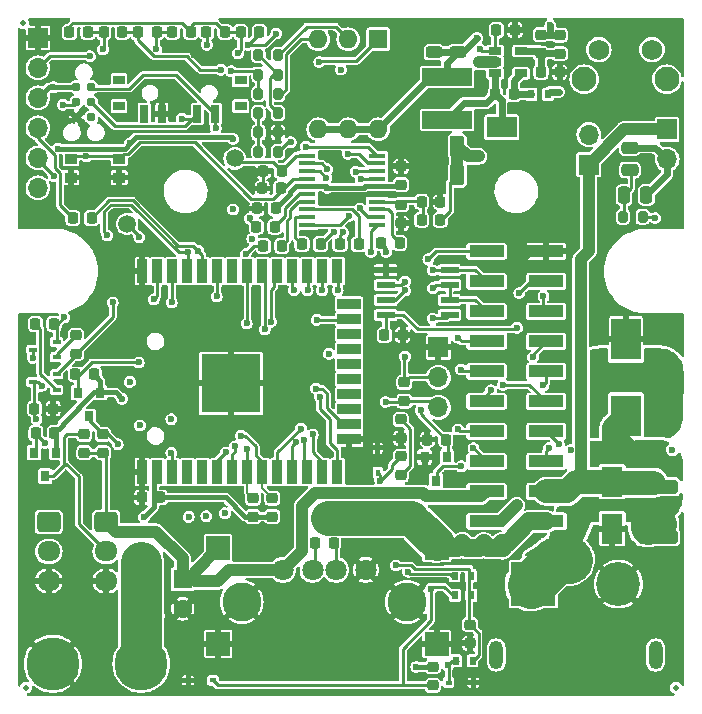
<source format=gbr>
%TF.GenerationSoftware,KiCad,Pcbnew,7.0.7*%
%TF.CreationDate,2023-09-07T10:43:14+02:00*%
%TF.ProjectId,KXKM_ESP32_battery_management_board,4b584b4d-5f45-4535-9033-325f62617474,3.2*%
%TF.SameCoordinates,PX623a7c0PY839b680*%
%TF.FileFunction,Copper,L1,Top*%
%TF.FilePolarity,Positive*%
%FSLAX46Y46*%
G04 Gerber Fmt 4.6, Leading zero omitted, Abs format (unit mm)*
G04 Created by KiCad (PCBNEW 7.0.7) date 2023-09-07 10:43:14*
%MOMM*%
%LPD*%
G01*
G04 APERTURE LIST*
G04 Aperture macros list*
%AMRoundRect*
0 Rectangle with rounded corners*
0 $1 Rounding radius*
0 $2 $3 $4 $5 $6 $7 $8 $9 X,Y pos of 4 corners*
0 Add a 4 corners polygon primitive as box body*
4,1,4,$2,$3,$4,$5,$6,$7,$8,$9,$2,$3,0*
0 Add four circle primitives for the rounded corners*
1,1,$1+$1,$2,$3*
1,1,$1+$1,$4,$5*
1,1,$1+$1,$6,$7*
1,1,$1+$1,$8,$9*
0 Add four rect primitives between the rounded corners*
20,1,$1+$1,$2,$3,$4,$5,0*
20,1,$1+$1,$4,$5,$6,$7,0*
20,1,$1+$1,$6,$7,$8,$9,0*
20,1,$1+$1,$8,$9,$2,$3,0*%
G04 Aperture macros list end*
%TA.AperFunction,ComponentPad*%
%ADD10C,4.500880*%
%TD*%
%TA.AperFunction,SMDPad,CuDef*%
%ADD11RoundRect,0.218750X-0.218750X-0.256250X0.218750X-0.256250X0.218750X0.256250X-0.218750X0.256250X0*%
%TD*%
%TA.AperFunction,SMDPad,CuDef*%
%ADD12RoundRect,0.218750X-0.256250X0.218750X-0.256250X-0.218750X0.256250X-0.218750X0.256250X0.218750X0*%
%TD*%
%TA.AperFunction,ComponentPad*%
%ADD13C,1.800000*%
%TD*%
%TA.AperFunction,ComponentPad*%
%ADD14C,3.300000*%
%TD*%
%TA.AperFunction,SMDPad,CuDef*%
%ADD15RoundRect,0.218750X0.218750X0.256250X-0.218750X0.256250X-0.218750X-0.256250X0.218750X-0.256250X0*%
%TD*%
%TA.AperFunction,SMDPad,CuDef*%
%ADD16C,1.500000*%
%TD*%
%TA.AperFunction,SMDPad,CuDef*%
%ADD17RoundRect,0.218750X0.256250X-0.218750X0.256250X0.218750X-0.256250X0.218750X-0.256250X-0.218750X0*%
%TD*%
%TA.AperFunction,SMDPad,CuDef*%
%ADD18R,1.450000X0.450000*%
%TD*%
%TA.AperFunction,ComponentPad*%
%ADD19R,1.700000X1.700000*%
%TD*%
%TA.AperFunction,ComponentPad*%
%ADD20O,1.700000X1.700000*%
%TD*%
%TA.AperFunction,SMDPad,CuDef*%
%ADD21R,2.500000X3.500000*%
%TD*%
%TA.AperFunction,SMDPad,CuDef*%
%ADD22R,1.000000X0.800000*%
%TD*%
%TA.AperFunction,SMDPad,CuDef*%
%ADD23R,0.700000X1.500000*%
%TD*%
%TA.AperFunction,SMDPad,CuDef*%
%ADD24RoundRect,0.249998X-1.450002X0.312502X-1.450002X-0.312502X1.450002X-0.312502X1.450002X0.312502X0*%
%TD*%
%TA.AperFunction,SMDPad,CuDef*%
%ADD25R,3.000000X1.000000*%
%TD*%
%TA.AperFunction,SMDPad,CuDef*%
%ADD26R,2.500000X1.800000*%
%TD*%
%TA.AperFunction,SMDPad,CuDef*%
%ADD27R,0.600000X0.700000*%
%TD*%
%TA.AperFunction,SMDPad,CuDef*%
%ADD28R,1.060000X0.650000*%
%TD*%
%TA.AperFunction,SMDPad,CuDef*%
%ADD29RoundRect,0.243750X0.456250X-0.243750X0.456250X0.243750X-0.456250X0.243750X-0.456250X-0.243750X0*%
%TD*%
%TA.AperFunction,ComponentPad*%
%ADD30C,2.100000*%
%TD*%
%TA.AperFunction,ComponentPad*%
%ADD31C,1.750000*%
%TD*%
%TA.AperFunction,SMDPad,CuDef*%
%ADD32R,1.800000X2.500000*%
%TD*%
%TA.AperFunction,SMDPad,CuDef*%
%ADD33RoundRect,0.250000X0.375000X0.625000X-0.375000X0.625000X-0.375000X-0.625000X0.375000X-0.625000X0*%
%TD*%
%TA.AperFunction,SMDPad,CuDef*%
%ADD34R,0.450000X0.600000*%
%TD*%
%TA.AperFunction,SMDPad,CuDef*%
%ADD35R,1.550000X0.600000*%
%TD*%
%TA.AperFunction,SMDPad,CuDef*%
%ADD36C,0.500000*%
%TD*%
%TA.AperFunction,SMDPad,CuDef*%
%ADD37R,0.800000X0.900000*%
%TD*%
%TA.AperFunction,ComponentPad*%
%ADD38R,2.000000X2.000000*%
%TD*%
%TA.AperFunction,ConnectorPad*%
%ADD39C,0.787400*%
%TD*%
%TA.AperFunction,SMDPad,CuDef*%
%ADD40R,1.000000X0.900000*%
%TD*%
%TA.AperFunction,ComponentPad*%
%ADD41RoundRect,0.250000X-0.725000X0.600000X-0.725000X-0.600000X0.725000X-0.600000X0.725000X0.600000X0*%
%TD*%
%TA.AperFunction,ComponentPad*%
%ADD42O,1.950000X1.700000*%
%TD*%
%TA.AperFunction,SMDPad,CuDef*%
%ADD43R,0.900000X2.000000*%
%TD*%
%TA.AperFunction,SMDPad,CuDef*%
%ADD44R,2.000000X0.900000*%
%TD*%
%TA.AperFunction,SMDPad,CuDef*%
%ADD45R,5.000000X5.000000*%
%TD*%
%TA.AperFunction,SMDPad,CuDef*%
%ADD46R,4.200000X1.500000*%
%TD*%
%TA.AperFunction,SMDPad,CuDef*%
%ADD47R,0.700000X0.450000*%
%TD*%
%TA.AperFunction,SMDPad,CuDef*%
%ADD48RoundRect,0.250000X0.250000X0.475000X-0.250000X0.475000X-0.250000X-0.475000X0.250000X-0.475000X0*%
%TD*%
%TA.AperFunction,SMDPad,CuDef*%
%ADD49R,0.600000X0.450000*%
%TD*%
%TA.AperFunction,SMDPad,CuDef*%
%ADD50RoundRect,0.200000X0.200000X0.275000X-0.200000X0.275000X-0.200000X-0.275000X0.200000X-0.275000X0*%
%TD*%
%TA.AperFunction,SMDPad,CuDef*%
%ADD51RoundRect,0.200000X-0.200000X-0.275000X0.200000X-0.275000X0.200000X0.275000X-0.200000X0.275000X0*%
%TD*%
%TA.AperFunction,ComponentPad*%
%ADD52R,1.600000X1.600000*%
%TD*%
%TA.AperFunction,ComponentPad*%
%ADD53O,1.600000X1.600000*%
%TD*%
%TA.AperFunction,ComponentPad*%
%ADD54R,3.716000X3.716000*%
%TD*%
%TA.AperFunction,ComponentPad*%
%ADD55C,3.716000*%
%TD*%
%TA.AperFunction,ComponentPad*%
%ADD56O,1.200000X2.400000*%
%TD*%
%TA.AperFunction,ComponentPad*%
%ADD57C,1.600000*%
%TD*%
%TA.AperFunction,SMDPad,CuDef*%
%ADD58RoundRect,0.250000X-0.475000X0.250000X-0.475000X-0.250000X0.475000X-0.250000X0.475000X0.250000X0*%
%TD*%
%TA.AperFunction,ViaPad*%
%ADD59C,0.600000*%
%TD*%
%TA.AperFunction,Conductor*%
%ADD60C,0.250000*%
%TD*%
%TA.AperFunction,Conductor*%
%ADD61C,1.000000*%
%TD*%
%TA.AperFunction,Conductor*%
%ADD62C,0.400000*%
%TD*%
%TA.AperFunction,Conductor*%
%ADD63C,0.600000*%
%TD*%
%TA.AperFunction,Conductor*%
%ADD64C,2.000000*%
%TD*%
%TA.AperFunction,Conductor*%
%ADD65C,0.150000*%
%TD*%
%TA.AperFunction,Conductor*%
%ADD66C,3.500000*%
%TD*%
%TA.AperFunction,Conductor*%
%ADD67C,1.500000*%
%TD*%
%TA.AperFunction,Conductor*%
%ADD68C,3.000000*%
%TD*%
%TA.AperFunction,Conductor*%
%ADD69C,4.000000*%
%TD*%
G04 APERTURE END LIST*
D10*
%TO.P,J16,1,Pin_1*%
%TO.N,GND*%
X3000000Y2750000D03*
%TD*%
%TO.P,J15,1,Pin_1*%
%TO.N,+VSW*%
X10500000Y2750000D03*
%TD*%
D11*
%TO.P,C26,1*%
%TO.N,/Power/EN*%
X40562500Y56400000D03*
%TO.P,C26,2*%
%TO.N,GND*%
X42137500Y56400000D03*
%TD*%
%TO.P,R10,1*%
%TO.N,Net-(U3-VFB)*%
X44337500Y52875000D03*
%TO.P,R10,2*%
%TO.N,GND*%
X45912500Y52875000D03*
%TD*%
D12*
%TO.P,R9,1*%
%TO.N,+3V3*%
X44325000Y56012500D03*
%TO.P,R9,2*%
%TO.N,Net-(U3-VFB)*%
X44325000Y54437500D03*
%TD*%
D13*
%TO.P,J9,1,VBUS*%
%TO.N,VBUS*%
X22500000Y10710000D03*
%TO.P,J9,2,D-*%
%TO.N,Net-(J9-D-)*%
X25000000Y10710000D03*
%TO.P,J9,3,D+*%
%TO.N,Net-(J9-D+)*%
X27000000Y10710000D03*
%TO.P,J9,4,GND*%
%TO.N,GND*%
X29500000Y10710000D03*
D14*
%TO.P,J9,5,Shield*%
X19000000Y8000000D03*
X33000000Y8000000D03*
%TD*%
D12*
%TO.P,C8,1*%
%TO.N,+3V3*%
X45925000Y55987500D03*
%TO.P,C8,2*%
%TO.N,Net-(U3-VFB)*%
X45925000Y54412500D03*
%TD*%
D15*
%TO.P,R24,1*%
%TO.N,Net-(D10-K)*%
X25677500Y38300000D03*
%TO.P,R24,2*%
%TO.N,/Battery monitoring/LED_BAR_1*%
X24102500Y38300000D03*
%TD*%
D11*
%TO.P,R25,1*%
%TO.N,Net-(D10-A)*%
X27322500Y38290000D03*
%TO.P,R25,2*%
%TO.N,/Battery monitoring/LED_BAR_2*%
X28897500Y38290000D03*
%TD*%
D16*
%TO.P,J11,1,1*%
%TO.N,/ESP32_EN*%
X9300000Y40000000D03*
%TD*%
D17*
%TO.P,R12,1*%
%TO.N,Net-(R12-Pad1)*%
X32458200Y18746900D03*
%TO.P,R12,2*%
%TO.N,/Battery monitoring/LOAD_I_SENSE*%
X32458200Y20321900D03*
%TD*%
%TO.P,R7,1*%
%TO.N,Net-(J6-Pin_3)*%
X32780000Y25002500D03*
%TO.P,R7,2*%
%TO.N,Net-(J6-Pin_2)*%
X32780000Y26577500D03*
%TD*%
D18*
%TO.P,U7,1,BOOT0*%
%TO.N,/Battery monitoring/STM32_BOOT*%
X24550000Y45775000D03*
%TO.P,U7,2,PF0-OSC_IN/RCC_OSC_IN*%
%TO.N,/Battery monitoring/3.3V_EN*%
X24550000Y45125000D03*
%TO.P,U7,3,PF1-OSC_OUT/RCC_OSC_OUT*%
%TO.N,/Battery monitoring/EN_PUSH_BUTTON*%
X24550000Y44475000D03*
%TO.P,U7,4,NRST*%
%TO.N,/Battery monitoring/STM32_RST*%
X24550000Y43825000D03*
%TO.P,U7,5,VDDA*%
%TO.N,+3V3*%
X24550000Y43175000D03*
%TO.P,U7,6,PA0/ADC_IN0/RTC_TAMP2/SYS_WKUP1/USART1_CTS*%
%TO.N,/Battery monitoring/LED_BAR_3*%
X24550000Y42525000D03*
%TO.P,U7,7,PA1/ADC_IN1/USART1_DE/USART1_RTS*%
%TO.N,/Battery monitoring/LED_BAR_4*%
X24550000Y41875000D03*
%TO.P,U7,8,PA2/ADC_IN2/USART1_TX*%
%TO.N,/Battery monitoring/LED_BAR_2*%
X24550000Y41225000D03*
%TO.P,U7,9,PA3/ADC_IN3/USART1_RX*%
%TO.N,/Battery monitoring/LED_BAR_1*%
X24550000Y40575000D03*
%TO.P,U7,10,PA4/ADC_IN4/SPI1_NSS/TIM14_CH1/USART1_CK*%
%TO.N,/Battery monitoring/AUTOBOOT_SENSE*%
X24550000Y39925000D03*
%TO.P,U7,11,PA5/ADC_IN5/SPI1_SCK*%
%TO.N,/Battery monitoring/LOAD_I_SENSE*%
X30450000Y39925000D03*
%TO.P,U7,12,PA6/ADC_IN6/SPI1_MISO/TIM16_CH1/TIM1_BKIN/TIM3_CH1*%
%TO.N,/Battery monitoring/MAIN_OUT_EN*%
X30450000Y40575000D03*
%TO.P,U7,13,PA7/ADC_IN7/SPI1_MOSI/TIM14_CH1/TIM17_CH1/TIM1_CH1N/TIM3_CH2*%
%TO.N,/Battery monitoring/ESP32_EN*%
X30450000Y41225000D03*
%TO.P,U7,14,PB1/ADC_IN9/TIM14_CH1/TIM1_CH3N/TIM3_CH4*%
%TO.N,/Battery monitoring/VBAT_MEAS*%
X30450000Y41875000D03*
%TO.P,U7,15,VSS*%
%TO.N,GND*%
X30450000Y42525000D03*
%TO.P,U7,16,VDD*%
%TO.N,+3V3*%
X30450000Y43175000D03*
%TO.P,U7,17,PA9/I2C1_SCL/TIM1_CH2/USART1_TX*%
%TO.N,/ESP32_RXI*%
X30450000Y43825000D03*
%TO.P,U7,18,PA10/I2C1_SDA/TIM17_BKIN/TIM1_CH3/USART1_RX*%
%TO.N,/ESP32_TXO*%
X30450000Y44475000D03*
%TO.P,U7,19,PA13/IR_OUT/SYS_SWDIO*%
%TO.N,/Battery monitoring/BATT_TYPE_1*%
X30450000Y45125000D03*
%TO.P,U7,20,PA14/SYS_SWCLK/USART1_TX*%
%TO.N,/Battery monitoring/BATT_TYPE_2*%
X30450000Y45775000D03*
%TD*%
D15*
%TO.P,D7,1,K*%
%TO.N,Net-(D5-K)*%
X11787500Y56250000D03*
%TO.P,D7,2,A*%
%TO.N,Net-(D6-K)*%
X10212500Y56250000D03*
%TD*%
%TO.P,D6,1,K*%
%TO.N,Net-(D6-K)*%
X8887500Y56250000D03*
%TO.P,D6,2,A*%
%TO.N,Net-(D5-K)*%
X7312500Y56250000D03*
%TD*%
%TO.P,D5,1,K*%
%TO.N,Net-(D5-K)*%
X5987500Y56250000D03*
%TO.P,D5,2,A*%
%TO.N,Net-(D10-A)*%
X4412500Y56250000D03*
%TD*%
%TO.P,D9,1,K*%
%TO.N,Net-(D10-A)*%
X17587500Y56250000D03*
%TO.P,D9,2,A*%
%TO.N,Net-(D10-K)*%
X16012500Y56250000D03*
%TD*%
%TO.P,D8,1,K*%
%TO.N,Net-(D10-A)*%
X14687500Y56250000D03*
%TO.P,D8,2,A*%
%TO.N,Net-(D5-K)*%
X13112500Y56250000D03*
%TD*%
%TO.P,D10,1,K*%
%TO.N,Net-(D10-K)*%
X20487500Y56250000D03*
%TO.P,D10,2,A*%
%TO.N,Net-(D10-A)*%
X18912500Y56250000D03*
%TD*%
D19*
%TO.P,J1,1,Pin_1*%
%TO.N,GND*%
X1750000Y55750000D03*
D20*
%TO.P,J1,2,Pin_2*%
%TO.N,/PROG_RTS*%
X1750000Y53210000D03*
%TO.P,J1,3,Pin_3*%
%TO.N,+3V3*%
X1750000Y50670000D03*
%TO.P,J1,4,Pin_4*%
%TO.N,Net-(J1-Pin_4)*%
X1750000Y48130000D03*
%TO.P,J1,5,Pin_5*%
%TO.N,/ESP32_TXO*%
X1750000Y45590000D03*
%TO.P,J1,6,Pin_6*%
%TO.N,/PROG_DTR*%
X1750000Y43050000D03*
%TD*%
D15*
%TO.P,C24,1*%
%TO.N,/Battery monitoring/STM32_RST*%
X22298300Y43004000D03*
%TO.P,C24,2*%
%TO.N,GND*%
X20723300Y43004000D03*
%TD*%
D17*
%TO.P,C23,1*%
%TO.N,+3V3*%
X32500000Y43312500D03*
%TO.P,C23,2*%
%TO.N,GND*%
X32500000Y44887500D03*
%TD*%
D15*
%TO.P,C22,1*%
%TO.N,+3V3*%
X21862500Y41310000D03*
%TO.P,C22,2*%
%TO.N,GND*%
X20287500Y41310000D03*
%TD*%
D11*
%TO.P,C3,1*%
%TO.N,+3V3*%
X31062500Y30600000D03*
%TO.P,C3,2*%
%TO.N,GND*%
X32637500Y30600000D03*
%TD*%
D21*
%TO.P,C6,1*%
%TO.N,+BATT_RAW*%
X51533600Y23752000D03*
%TO.P,C6,2*%
%TO.N,GND*%
X51533600Y30252000D03*
%TD*%
D22*
%TO.P,SW4,*%
%TO.N,*%
X18900000Y49970000D03*
X18900000Y52180000D03*
X8600000Y49970000D03*
X8600000Y52180000D03*
D23*
%TO.P,SW4,1,1*%
%TO.N,/Battery monitoring/BATT_TYPE_1*%
X16750000Y49320000D03*
%TO.P,SW4,2,2*%
%TO.N,/Battery monitoring/BATT_TYPE_2*%
X15250000Y49320000D03*
%TO.P,SW4,3,3*%
%TO.N,GND*%
X12250000Y49320000D03*
%TO.P,SW4,4,4*%
%TO.N,unconnected-(SW4-Pad4)*%
X10750000Y49320000D03*
%TD*%
D24*
%TO.P,F1,1*%
%TO.N,+BATT*%
X54226000Y17760300D03*
%TO.P,F1,2*%
%TO.N,+BATT_RAW*%
X54226000Y13485300D03*
%TD*%
D25*
%TO.P,J3,1,Pin_1*%
%TO.N,+3V3*%
X39730000Y14820000D03*
%TO.P,J3,2,Pin_2*%
%TO.N,+VSW*%
X44770000Y14820000D03*
%TO.P,J3,3,Pin_3*%
%TO.N,VBUS*%
X39730000Y17360000D03*
%TO.P,J3,4,Pin_4*%
%TO.N,+BATT*%
X44770000Y17360000D03*
%TO.P,J3,5,Pin_5*%
%TO.N,/ADC_IN*%
X39730000Y19900000D03*
%TO.P,J3,6,Pin_6*%
%TO.N,/I2C_SDA*%
X44770000Y19900000D03*
%TO.P,J3,7,Pin_7*%
%TO.N,/SPI_SCK*%
X39730000Y22440000D03*
%TO.P,J3,8,Pin_8*%
%TO.N,/I2C_SCL*%
X44770000Y22440000D03*
%TO.P,J3,9,Pin_9*%
%TO.N,/SPI_MISO*%
X39730000Y24980000D03*
%TO.P,J3,10,Pin_10*%
%TO.N,/I2S_LRCK*%
X44770000Y24980000D03*
%TO.P,J3,11,Pin_11*%
%TO.N,/SPI_MOSI*%
X39730000Y27520000D03*
%TO.P,J3,12,Pin_12*%
%TO.N,/I2S_DATA*%
X44770000Y27520000D03*
%TO.P,J3,13,Pin_13*%
%TO.N,/SPI_CS*%
X39730000Y30060000D03*
%TO.P,J3,14,Pin_14*%
%TO.N,/I2S_BCK*%
X44770000Y30060000D03*
%TO.P,J3,15,Pin_15*%
%TO.N,/DMX_DE*%
X39730000Y32600000D03*
%TO.P,J3,16,Pin_16*%
%TO.N,/LED_DATA_1*%
X44770000Y32600000D03*
%TO.P,J3,17,Pin_17*%
%TO.N,/DMX_DI*%
X39730000Y35140000D03*
%TO.P,J3,18,Pin_18*%
%TO.N,/LED_DATA_2*%
X44770000Y35140000D03*
%TO.P,J3,19,Pin_19*%
%TO.N,/DMX_RO*%
X39730000Y37680000D03*
%TO.P,J3,20,Pin_20*%
%TO.N,GND*%
X44770000Y37680000D03*
%TD*%
D11*
%TO.P,R11,1*%
%TO.N,/ESP32_EN*%
X30812500Y38400000D03*
%TO.P,R11,2*%
%TO.N,/Battery monitoring/ESP32_EN*%
X32387500Y38400000D03*
%TD*%
%TO.P,C1,1*%
%TO.N,/ESP32_EN*%
X1452500Y24370000D03*
%TO.P,C1,2*%
%TO.N,GND*%
X3027500Y24370000D03*
%TD*%
%TO.P,R16,1*%
%TO.N,/Battery monitoring/VBAT_MEAS*%
X34236100Y41886400D03*
%TO.P,R16,2*%
%TO.N,GND*%
X35811100Y41886400D03*
%TD*%
D15*
%TO.P,R15,1*%
%TO.N,+BATT*%
X35811100Y40362400D03*
%TO.P,R15,2*%
%TO.N,/Battery monitoring/VBAT_MEAS*%
X34236100Y40362400D03*
%TD*%
D26*
%TO.P,D3,1,K*%
%TO.N,Net-(D3-K)*%
X41000000Y48175000D03*
%TO.P,D3,2,A*%
%TO.N,GND*%
X45000000Y48175000D03*
%TD*%
D27*
%TO.P,D12,1,K*%
%TO.N,Net-(D12-K)*%
X43525000Y50975000D03*
%TO.P,D12,2,A*%
%TO.N,+3V3*%
X44925000Y50975000D03*
%TD*%
D28*
%TO.P,U3,1,BOOST*%
%TO.N,Net-(D12-K)*%
X42650000Y52750000D03*
%TO.P,U3,2,GND*%
%TO.N,GND*%
X42650000Y53700000D03*
%TO.P,U3,3,VFB*%
%TO.N,Net-(U3-VFB)*%
X42650000Y54650000D03*
%TO.P,U3,4,EN*%
%TO.N,/Power/EN*%
X40450000Y54650000D03*
%TO.P,U3,5,VIN*%
%TO.N,+BATT*%
X40450000Y53700000D03*
%TO.P,U3,6,SW*%
%TO.N,Net-(D3-K)*%
X40450000Y52750000D03*
%TD*%
D29*
%TO.P,C9,1*%
%TO.N,+3V3*%
X37350000Y54562500D03*
%TO.P,C9,2*%
%TO.N,GND*%
X37350000Y56437500D03*
%TD*%
D30*
%TO.P,SW3,*%
%TO.N,*%
X47990000Y52260000D03*
X55000000Y52260000D03*
D31*
%TO.P,SW3,1,1*%
%TO.N,Net-(J12-Pin_2)*%
X49240000Y54750000D03*
%TO.P,SW3,2,2*%
%TO.N,+BATT*%
X53740000Y54750000D03*
%TD*%
D12*
%TO.P,C21,1*%
%TO.N,/Battery monitoring/VBAT_MEAS*%
X32500000Y41637500D03*
%TO.P,C21,2*%
%TO.N,GND*%
X32500000Y40062500D03*
%TD*%
D32*
%TO.P,D11,1,K*%
%TO.N,+BATT*%
X50365200Y18181600D03*
%TO.P,D11,2,A*%
%TO.N,GND*%
X50365200Y14181600D03*
%TD*%
D33*
%TO.P,C4,1*%
%TO.N,+BATT*%
X37250000Y44125000D03*
%TO.P,C4,2*%
%TO.N,GND*%
X34450000Y44125000D03*
%TD*%
%TO.P,C5,1*%
%TO.N,+BATT*%
X37250000Y46625000D03*
%TO.P,C5,2*%
%TO.N,GND*%
X34450000Y46625000D03*
%TD*%
D34*
%TO.P,D13,1,K*%
%TO.N,/Battery monitoring/LOAD_I_SENSE*%
X30500000Y18950000D03*
%TO.P,D13,2,A*%
%TO.N,GND*%
X30500000Y21050000D03*
%TD*%
D35*
%TO.P,U2,1,RO*%
%TO.N,/DMX_RO*%
X36600000Y32295000D03*
%TO.P,U2,2,~{RE}*%
%TO.N,/DMX_DE*%
X36600000Y33565000D03*
%TO.P,U2,3,DE*%
X36600000Y34835000D03*
%TO.P,U2,4,DI*%
%TO.N,/DMX_DI*%
X36600000Y36105000D03*
%TO.P,U2,5,GND*%
%TO.N,GND*%
X31200000Y36105000D03*
%TO.P,U2,6,A*%
%TO.N,Net-(J6-Pin_3)*%
X31200000Y34835000D03*
%TO.P,U2,7,B*%
%TO.N,Net-(J6-Pin_2)*%
X31200000Y33565000D03*
%TO.P,U2,8,VCC*%
%TO.N,+3V3*%
X31200000Y32295000D03*
%TD*%
D19*
%TO.P,J6,1,Pin_1*%
%TO.N,GND*%
X35650000Y29550000D03*
D20*
%TO.P,J6,2,Pin_2*%
%TO.N,Net-(J6-Pin_2)*%
X35650000Y27010000D03*
%TO.P,J6,3,Pin_3*%
%TO.N,Net-(J6-Pin_3)*%
X35650000Y24470000D03*
%TD*%
D29*
%TO.P,C10,1*%
%TO.N,+3V3*%
X35300000Y54537500D03*
%TO.P,C10,2*%
%TO.N,GND*%
X35300000Y56412500D03*
%TD*%
D11*
%TO.P,R21,1*%
%TO.N,GND*%
X34712500Y21750000D03*
%TO.P,R21,2*%
%TO.N,/Battery monitoring/MAIN_OUT_EN*%
X36287500Y21750000D03*
%TD*%
D15*
%TO.P,C7,1*%
%TO.N,Net-(D12-K)*%
X42037500Y51000000D03*
%TO.P,C7,2*%
%TO.N,Net-(D3-K)*%
X40462500Y51000000D03*
%TD*%
D36*
%TO.P,FID2,*%
%TO.N,*%
X55750000Y750000D03*
%TD*%
%TO.P,FID3,*%
%TO.N,*%
X500000Y57000000D03*
%TD*%
%TO.P,FID1,*%
%TO.N,*%
X750000Y750000D03*
%TD*%
D11*
%TO.P,R17,1*%
%TO.N,/LED_DATA_1*%
X4924500Y27256000D03*
%TO.P,R17,2*%
%TO.N,+3V3*%
X6499500Y27256000D03*
%TD*%
%TO.P,R31,1*%
%TO.N,Net-(J9-D-)*%
X25212500Y13000000D03*
%TO.P,R31,2*%
%TO.N,Net-(J9-D+)*%
X26787500Y13000000D03*
%TD*%
D37*
%TO.P,Q4,1,G*%
%TO.N,+3V3*%
X7020000Y25716000D03*
%TO.P,Q4,2,S*%
%TO.N,/LED_DATA_1*%
X5120000Y25716000D03*
%TO.P,Q4,3,D*%
%TO.N,/LED_DATA_OUT_1*%
X6070000Y23716000D03*
%TD*%
D11*
%TO.P,R18,1*%
%TO.N,/LED_DATA_2*%
X1572500Y22280000D03*
%TO.P,R18,2*%
%TO.N,+3V3*%
X3147500Y22280000D03*
%TD*%
D37*
%TO.P,Q5,1,G*%
%TO.N,+3V3*%
X3310000Y20650000D03*
%TO.P,Q5,2,S*%
%TO.N,/LED_DATA_2*%
X1410000Y20650000D03*
%TO.P,Q5,3,D*%
%TO.N,/LED_DATA_OUT_2*%
X2360000Y18650000D03*
%TD*%
D12*
%TO.P,R20,1*%
%TO.N,/LED_DATA_OUT_2*%
X5679600Y22201500D03*
%TO.P,R20,2*%
%TO.N,VBUS*%
X5679600Y20626500D03*
%TD*%
D38*
%TO.P,U5,1,IN-*%
%TO.N,GND*%
X35500000Y4440000D03*
%TO.P,U5,2,IN+*%
%TO.N,+VSW*%
X35500000Y12560000D03*
%TO.P,U5,3,OUT-*%
%TO.N,GND*%
X17000000Y4440000D03*
%TO.P,U5,4,OUT+*%
%TO.N,VBUS*%
X17000000Y12560000D03*
%TD*%
D37*
%TO.P,Q6,1,G*%
%TO.N,/Battery monitoring/MAIN_OUT_EN*%
X36380000Y20271000D03*
%TO.P,Q6,2,S*%
%TO.N,GND*%
X34480000Y20271000D03*
%TO.P,Q6,3,D*%
%TO.N,Net-(Q6-D)*%
X35430000Y18271000D03*
%TD*%
D12*
%TO.P,R19,1*%
%TO.N,/LED_DATA_OUT_1*%
X7236000Y22201500D03*
%TO.P,R19,2*%
%TO.N,VBUS*%
X7236000Y20626500D03*
%TD*%
D17*
%TO.P,R22,1*%
%TO.N,GND*%
X32458200Y21871100D03*
%TO.P,R22,2*%
%TO.N,Net-(R12-Pad1)*%
X32458200Y23446100D03*
%TD*%
D15*
%TO.P,R2,1*%
%TO.N,/ESP32_RXI*%
X6287500Y40500000D03*
%TO.P,R2,2*%
%TO.N,Net-(J1-Pin_4)*%
X4712500Y40500000D03*
%TD*%
D11*
%TO.P,R27,1*%
%TO.N,Net-(D6-K)*%
X20832500Y38140000D03*
%TO.P,R27,2*%
%TO.N,/Battery monitoring/LED_BAR_4*%
X22407500Y38140000D03*
%TD*%
D39*
%TO.P,P1,1,VCC*%
%TO.N,+3V3*%
X5005000Y51570000D03*
%TO.P,P1,2,SWDIO*%
%TO.N,/Battery monitoring/BATT_TYPE_1*%
X6275000Y51570000D03*
%TO.P,P1,3,~{RESET}*%
%TO.N,/Battery monitoring/STM32_RST*%
X5005000Y50300000D03*
%TO.P,P1,4,SWCLK*%
%TO.N,/Battery monitoring/BATT_TYPE_2*%
X6275000Y50300000D03*
%TO.P,P1,5,GND*%
%TO.N,GND*%
X5005000Y49030000D03*
%TO.P,P1,6,SWO*%
%TO.N,unconnected-(P1-SWO-Pad6)*%
X6275000Y49030000D03*
%TD*%
D40*
%TO.P,SW1,1,1*%
%TO.N,/Battery monitoring/STM32_RST*%
X4530000Y45530000D03*
X8630000Y45530000D03*
%TO.P,SW1,2,2*%
%TO.N,GND*%
X4530000Y43930000D03*
X8630000Y43930000D03*
%TD*%
D41*
%TO.P,J8,1,Pin_1*%
%TO.N,VBUS*%
X7536000Y14770000D03*
D42*
%TO.P,J8,2,Pin_2*%
%TO.N,/LED_DATA_OUT_2*%
X7536000Y12270000D03*
%TO.P,J8,3,Pin_3*%
%TO.N,GND*%
X7536000Y9770000D03*
%TD*%
D41*
%TO.P,J7,1,Pin_1*%
%TO.N,VBUS*%
X2664000Y14770000D03*
D42*
%TO.P,J7,2,Pin_2*%
%TO.N,/LED_DATA_OUT_1*%
X2664000Y12270000D03*
%TO.P,J7,3,Pin_3*%
%TO.N,GND*%
X2664000Y9770000D03*
%TD*%
D15*
%TO.P,C2,1*%
%TO.N,+3V3*%
X12113000Y16842000D03*
%TO.P,C2,2*%
%TO.N,GND*%
X10538000Y16842000D03*
%TD*%
D12*
%TO.P,R3,1*%
%TO.N,/I2C_SDA*%
X19950000Y16787500D03*
%TO.P,R3,2*%
%TO.N,+3V3*%
X19950000Y15212500D03*
%TD*%
%TO.P,R4,1*%
%TO.N,/I2C_SCL*%
X21600000Y16787500D03*
%TO.P,R4,2*%
%TO.N,+3V3*%
X21600000Y15212500D03*
%TD*%
D43*
%TO.P,U1,1,GND*%
%TO.N,GND*%
X10595000Y19000000D03*
%TO.P,U1,2,VCC*%
%TO.N,+3V3*%
X11865000Y19000000D03*
%TO.P,U1,3,EN*%
%TO.N,/ESP32_EN*%
X13135000Y19000000D03*
%TO.P,U1,4,SENSOR_VP*%
%TO.N,unconnected-(U1-SENSOR_VP-Pad4)*%
X14405000Y19000000D03*
%TO.P,U1,5,SENSOR_VN*%
%TO.N,unconnected-(U1-SENSOR_VN-Pad5)*%
X15675000Y19000000D03*
%TO.P,U1,6,IO34*%
%TO.N,/DIP_SWITCH*%
X16945000Y19000000D03*
%TO.P,U1,7,IO35*%
%TO.N,/ADC_IN*%
X18215000Y19000000D03*
%TO.P,U1,8,IO32*%
%TO.N,/I2C_SDA*%
X19485000Y19000000D03*
%TO.P,U1,9,IO33*%
%TO.N,/I2C_SCL*%
X20755000Y19000000D03*
%TO.P,U1,10,IO25*%
%TO.N,/I2S_LRCK*%
X22025000Y19000000D03*
%TO.P,U1,11,IO26*%
%TO.N,/I2S_DATA*%
X23295000Y19000000D03*
%TO.P,U1,12,IO27*%
%TO.N,/I2S_BCK*%
X24565000Y19000000D03*
%TO.P,U1,13,IO14*%
%TO.N,/SPI_SCK*%
X25835000Y19000000D03*
%TO.P,U1,14,IO12*%
%TO.N,/SPI_MISO*%
X27105000Y19000000D03*
D44*
%TO.P,U1,15,GND*%
%TO.N,GND*%
X28105000Y21785000D03*
%TO.P,U1,16,IO13*%
%TO.N,/SPI_MOSI*%
X28105000Y23055000D03*
%TO.P,U1,17,SD2/IO9*%
%TO.N,unconnected-(U1-SD2{slash}IO9-Pad17)*%
X28105000Y24325000D03*
%TO.P,U1,18,SD3/IO10*%
%TO.N,unconnected-(U1-SD3{slash}IO10-Pad18)*%
X28105000Y25595000D03*
%TO.P,U1,19,CMD/IO11*%
%TO.N,unconnected-(U1-CMD{slash}IO11-Pad19)*%
X28105000Y26865000D03*
%TO.P,U1,20,CLK/IO6*%
%TO.N,unconnected-(U1-CLK{slash}IO6-Pad20)*%
X28105000Y28135000D03*
%TO.P,U1,21,SD0/IO7*%
%TO.N,unconnected-(U1-SD0{slash}IO7-Pad21)*%
X28105000Y29405000D03*
%TO.P,U1,22,SD1/IO8*%
%TO.N,unconnected-(U1-SD1{slash}IO8-Pad22)*%
X28105000Y30675000D03*
%TO.P,U1,23,IO15*%
%TO.N,/SPI_CS*%
X28105000Y31945000D03*
%TO.P,U1,24,IO2*%
%TO.N,unconnected-(U1-IO2-Pad24)*%
X28105000Y33215000D03*
D43*
%TO.P,U1,25,IO0*%
%TO.N,/ESP32_BOOT*%
X27105000Y36000000D03*
%TO.P,U1,26,IO4*%
%TO.N,/DMX_DE*%
X25835000Y36000000D03*
%TO.P,U1,27,IO16*%
%TO.N,/DMX_DI*%
X24565000Y36000000D03*
%TO.P,U1,28,IO17*%
%TO.N,/DMX_RO*%
X23295000Y36000000D03*
%TO.P,U1,29,IO5*%
%TO.N,/SD_DO*%
X22025000Y36000000D03*
%TO.P,U1,30,IO18*%
%TO.N,/SD_SCK*%
X20755000Y36000000D03*
%TO.P,U1,31,IO19*%
%TO.N,/SD_DI*%
X19485000Y36000000D03*
%TO.P,U1,32,NC*%
%TO.N,unconnected-(U1-NC-Pad32)*%
X18215000Y36000000D03*
%TO.P,U1,33,IO21*%
%TO.N,/SD_CS*%
X16945000Y36000000D03*
%TO.P,U1,34,RXD0*%
%TO.N,/ESP32_RXI*%
X15675000Y36000000D03*
%TO.P,U1,35,TXD0*%
%TO.N,/ESP32_TXO*%
X14405000Y36000000D03*
%TO.P,U1,36,IO22*%
%TO.N,/LED_DATA_2*%
X13135000Y36000000D03*
%TO.P,U1,37,IO23*%
%TO.N,/LED_DATA_1*%
X11865000Y36000000D03*
%TO.P,U1,38,GND*%
%TO.N,GND*%
X10595000Y36000000D03*
D45*
%TO.P,U1,39,GND_PAD*%
X18095000Y26500000D03*
%TD*%
D46*
%TO.P,L1,1*%
%TO.N,Net-(D3-K)*%
X36400000Y48825000D03*
%TO.P,L1,2*%
%TO.N,+3V3*%
X36400000Y52425000D03*
%TD*%
D16*
%TO.P,J2,1,1*%
%TO.N,/Battery monitoring/STM32_BOOT*%
X18412000Y45544000D03*
%TD*%
D47*
%TO.P,Q1,1,B*%
%TO.N,Net-(Q1-B)*%
X3320000Y28710000D03*
%TO.P,Q1,2,E*%
%TO.N,/PROG_DTR*%
X3320000Y30010000D03*
%TO.P,Q1,3,C*%
%TO.N,/ESP32_BOOT*%
X1320000Y29360000D03*
%TD*%
%TO.P,Q2,1,B*%
%TO.N,Net-(Q2-B)*%
X3320000Y25960000D03*
%TO.P,Q2,2,E*%
%TO.N,/PROG_RTS*%
X3320000Y27260000D03*
%TO.P,Q2,3,C*%
%TO.N,/ESP32_EN*%
X1320000Y26610000D03*
%TD*%
D11*
%TO.P,R6,1*%
%TO.N,Net-(Q2-B)*%
X1532500Y31540000D03*
%TO.P,R6,2*%
%TO.N,/PROG_DTR*%
X3107500Y31540000D03*
%TD*%
D12*
%TO.P,R5,1*%
%TO.N,Net-(Q1-B)*%
X4950000Y30583500D03*
%TO.P,R5,2*%
%TO.N,/PROG_RTS*%
X4950000Y29008500D03*
%TD*%
D48*
%TO.P,C11,1*%
%TO.N,Net-(J5-Pin_2)*%
X53271000Y42445200D03*
%TO.P,C11,2*%
%TO.N,Net-(C11-Pad2)*%
X51371000Y42445200D03*
%TD*%
D49*
%TO.P,D14,1,K*%
%TO.N,/Battery monitoring/AUTOBOOT_SENSE*%
X36513600Y1170200D03*
%TO.P,D14,2,A*%
%TO.N,GND*%
X38613600Y1170200D03*
%TD*%
D19*
%TO.P,J5,1,Pin_1*%
%TO.N,+BATT*%
X55013400Y48012800D03*
D20*
%TO.P,J5,2,Pin_2*%
%TO.N,Net-(J5-Pin_2)*%
X55013400Y45472800D03*
%TD*%
D11*
%TO.P,R26,1*%
%TO.N,Net-(D5-K)*%
X20237500Y39775000D03*
%TO.P,R26,2*%
%TO.N,/Battery monitoring/LED_BAR_3*%
X21812500Y39775000D03*
%TD*%
D50*
%TO.P,R33,1*%
%TO.N,GND*%
X22065000Y47746000D03*
%TO.P,R33,2*%
%TO.N,Net-(R33-Pad2)*%
X20415000Y47746000D03*
%TD*%
D51*
%TO.P,R34,1*%
%TO.N,Net-(R33-Pad2)*%
X20415000Y46110000D03*
%TO.P,R34,2*%
%TO.N,Net-(R34-Pad2)*%
X22065000Y46110000D03*
%TD*%
%TO.P,R35,1*%
%TO.N,Net-(R33-Pad2)*%
X20415000Y49382000D03*
%TO.P,R35,2*%
%TO.N,Net-(R35-Pad2)*%
X22065000Y49382000D03*
%TD*%
%TO.P,R36,1*%
%TO.N,Net-(R35-Pad2)*%
X20415000Y54290000D03*
%TO.P,R36,2*%
%TO.N,Net-(R36-Pad2)*%
X22065000Y54290000D03*
%TD*%
D50*
%TO.P,R37,1*%
%TO.N,Net-(R35-Pad2)*%
X22065000Y52654000D03*
%TO.P,R37,2*%
%TO.N,/DIP_SWITCH*%
X20415000Y52654000D03*
%TD*%
D51*
%TO.P,R38,1*%
%TO.N,/DIP_SWITCH*%
X20415000Y51018000D03*
%TO.P,R38,2*%
%TO.N,Net-(R38-Pad2)*%
X22065000Y51018000D03*
%TD*%
D52*
%TO.P,SW2,1*%
%TO.N,Net-(R34-Pad2)*%
X30560000Y55640000D03*
D53*
%TO.P,SW2,2*%
%TO.N,Net-(R36-Pad2)*%
X28020000Y55640000D03*
%TO.P,SW2,3*%
%TO.N,Net-(R38-Pad2)*%
X25480000Y55640000D03*
%TO.P,SW2,4*%
%TO.N,+3V3*%
X25480000Y48020000D03*
%TO.P,SW2,5*%
X28020000Y48020000D03*
%TO.P,SW2,6*%
X30560000Y48020000D03*
%TD*%
D15*
%TO.P,R23,1*%
%TO.N,/Battery monitoring/STM32_BOOT*%
X22397500Y44470000D03*
%TO.P,R23,2*%
%TO.N,GND*%
X20822500Y44470000D03*
%TD*%
D12*
%TO.P,R8,1*%
%TO.N,Net-(J12-Pin_2)*%
X35176000Y2516500D03*
%TO.P,R8,2*%
%TO.N,/Battery monitoring/EN_PUSH_BUTTON*%
X35176000Y941500D03*
%TD*%
D27*
%TO.P,D15,1,K*%
%TO.N,/Power/EN*%
X38543000Y2999000D03*
%TO.P,D15,2,A*%
%TO.N,/Battery monitoring/AUTOBOOT_SENSE*%
X37143000Y2999000D03*
%TD*%
D54*
%TO.P,J10,1,+*%
%TO.N,+BATT_RAW*%
X43691800Y9504550D03*
D55*
%TO.P,J10,2,-*%
%TO.N,GND*%
X50891800Y9504550D03*
D56*
%TO.P,J10,S1*%
%TO.N,N/C*%
X40541800Y3504550D03*
%TO.P,J10,S2*%
X54041800Y3504550D03*
%TD*%
D27*
%TO.P,D1,1,K*%
%TO.N,/Power/EN*%
X38416000Y10212600D03*
%TO.P,D1,2,A*%
%TO.N,/Battery monitoring/3.3V_EN*%
X37016000Y10212600D03*
%TD*%
D51*
%TO.P,R28,1*%
%TO.N,Net-(C11-Pad2)*%
X51292800Y40616400D03*
%TO.P,R28,2*%
%TO.N,/Battery monitoring/AUTOBOOT_SENSE*%
X52942800Y40616400D03*
%TD*%
D52*
%TO.P,C13,1*%
%TO.N,VBUS*%
X13992400Y9919112D03*
D57*
%TO.P,C13,2*%
%TO.N,GND*%
X13992400Y7419112D03*
%TD*%
D58*
%TO.P,C12,1*%
%TO.N,Net-(J5-Pin_2)*%
X51863800Y46468600D03*
%TO.P,C12,2*%
%TO.N,Net-(C11-Pad2)*%
X51863800Y44568600D03*
%TD*%
D19*
%TO.P,J12,1,Pin_1*%
%TO.N,+BATT*%
X48384000Y45031000D03*
D20*
%TO.P,J12,2,Pin_2*%
%TO.N,Net-(J12-Pin_2)*%
X48384000Y47571000D03*
%TD*%
D27*
%TO.P,D4,1,K*%
%TO.N,/Power/EN*%
X38441400Y8561600D03*
%TO.P,D4,2,A*%
%TO.N,/Battery monitoring/EN_PUSH_BUTTON*%
X37041400Y8561600D03*
%TD*%
D12*
%TO.P,R1,1*%
%TO.N,/Power/EN*%
X38351000Y6072500D03*
%TO.P,R1,2*%
%TO.N,GND*%
X38351000Y4497500D03*
%TD*%
D49*
%TO.P,D2,1,K*%
%TO.N,/Battery monitoring/EN_PUSH_BUTTON*%
X16566400Y1348000D03*
%TO.P,D2,2,A*%
%TO.N,GND*%
X14466400Y1348000D03*
%TD*%
D59*
%TO.N,GND*%
X26235200Y8942600D03*
X50924000Y53672000D03*
X7050000Y43200000D03*
X14750000Y22500000D03*
X34160000Y19128000D03*
X4050000Y24500000D03*
X9400000Y19575000D03*
X21688600Y12828800D03*
X23000000Y31500000D03*
X41170400Y23776200D03*
X27911600Y45010600D03*
X20250000Y31500000D03*
X9522000Y15826000D03*
X42400000Y36800000D03*
X51660600Y56440600D03*
X13575000Y50325000D03*
X14750000Y31500000D03*
X14983000Y54307000D03*
X33400000Y56300000D03*
X19825000Y43750000D03*
X17000000Y31500000D03*
X14750000Y26750000D03*
%TO.N,/ESP32_EN*%
X13050000Y20625000D03*
X13050000Y23475000D03*
X9525000Y26625000D03*
X10334800Y38889200D03*
X2050000Y26275000D03*
X1625000Y23475000D03*
X31250000Y37624999D03*
%TO.N,+3V3*%
X18274979Y41225000D03*
X45850000Y51175000D03*
X45125000Y56825000D03*
X42300000Y31200000D03*
X3045000Y51570000D03*
X10725000Y15175000D03*
X38925000Y55750000D03*
X26250000Y43050000D03*
X18285000Y47195000D03*
X42300000Y16200000D03*
X8875000Y25200000D03*
X9522000Y46814000D03*
X3451400Y46382200D03*
%TO.N,+BATT*%
X39075000Y45725000D03*
X39100000Y53700000D03*
%TO.N,/Battery monitoring/3.3V_EN*%
X26253700Y44641450D03*
X33086482Y10561482D03*
%TO.N,/Battery monitoring/EN_PUSH_BUTTON*%
X26177317Y43895850D03*
X35040819Y9102119D03*
%TO.N,/PROG_RTS*%
X8075501Y33352000D03*
X6150000Y54200000D03*
%TO.N,/Battery monitoring/STM32_RST*%
X3846900Y50090600D03*
X5825000Y45725000D03*
%TO.N,/ESP32_TXO*%
X28650000Y44425000D03*
X14425000Y37600000D03*
X3075000Y44075000D03*
X7625000Y39025000D03*
%TO.N,/PROG_DTR*%
X3959400Y32082000D03*
%TO.N,/ADC_IN*%
X18412000Y21160000D03*
X38624554Y21016500D03*
%TO.N,/LED_DATA_1*%
X11554000Y33606000D03*
X44550000Y33875000D03*
X10284000Y28272000D03*
%TO.N,/SPI_CS*%
X37300000Y30375000D03*
X25350000Y31875000D03*
%TO.N,/SPI_SCK*%
X25016000Y22176000D03*
X37325000Y22600000D03*
%TO.N,/SPI_MISO*%
X25625000Y25375000D03*
X40105826Y25932974D03*
%TO.N,/SPI_MOSI*%
X37575000Y27675000D03*
X25298030Y26049987D03*
%TO.N,/I2C_SDA*%
X45005588Y21015534D03*
X19428000Y20906000D03*
%TO.N,/I2C_SCL*%
X18920000Y22063878D03*
X45854122Y21353078D03*
%TO.N,/DMX_DI*%
X35175000Y36075000D03*
X24575000Y34374999D03*
%TO.N,/DMX_RO*%
X35175000Y32000000D03*
X34806181Y37000010D03*
X23425000Y34400000D03*
%TO.N,/DMX_DE*%
X35176000Y34571200D03*
X25800000Y34375000D03*
%TO.N,/LED_DATA_2*%
X13078000Y33352000D03*
X10375500Y22938000D03*
X42500000Y34150000D03*
X2350000Y21450000D03*
%TO.N,/Power/EN*%
X39214600Y54789600D03*
X32064295Y11088695D03*
%TO.N,Net-(D5-K)*%
X7250000Y54775000D03*
X19682000Y40464000D03*
X11750000Y54775000D03*
%TO.N,/LED_DATA_OUT_1*%
X8506000Y21350501D03*
%TO.N,/Battery monitoring/BATT_TYPE_1*%
X27970001Y45950000D03*
X16800000Y48125000D03*
%TO.N,/Battery monitoring/BATT_TYPE_2*%
X13925000Y48925000D03*
X24450000Y46550000D03*
%TO.N,/ESP32_BOOT*%
X26400000Y29000000D03*
X27125000Y34375000D03*
X1300000Y28675000D03*
%TO.N,/Battery monitoring/MAIN_OUT_EN*%
X34160000Y24208000D03*
X28986363Y41313863D03*
%TO.N,/ESP32_RXI*%
X29066026Y43800961D03*
X15301265Y37734589D03*
%TO.N,/Battery monitoring/LOAD_I_SENSE*%
X30731000Y18249500D03*
X29950000Y37625000D03*
X55470600Y20880600D03*
%TO.N,/I2S_DATA*%
X23601500Y21523500D03*
X44550000Y26350000D03*
%TO.N,/I2S_BCK*%
X43650000Y28725000D03*
X24284456Y21724478D03*
%TO.N,/I2S_LRCK*%
X24009769Y22674231D03*
X41125269Y26386731D03*
%TO.N,Net-(J12-Pin_2)*%
X33779000Y2491000D03*
%TO.N,+VSW*%
X37639800Y12981200D03*
X54734000Y25833600D03*
X10500000Y8345600D03*
X10500000Y9920600D03*
X27098800Y15521200D03*
X50466800Y26824200D03*
X15999000Y15267200D03*
X14510001Y15210001D03*
X53870400Y26748000D03*
X10512600Y6834400D03*
X55236000Y24817600D03*
X10500000Y11360000D03*
X41068800Y12981200D03*
X52092400Y26849600D03*
X25981200Y15499999D03*
X49162500Y26330840D03*
X39494000Y12955800D03*
X17573800Y15495800D03*
X28100321Y15673600D03*
%TO.N,Net-(D10-A)*%
X27400000Y53075000D03*
X27558106Y39278707D03*
X18675000Y54450000D03*
%TO.N,Net-(D6-K)*%
X17225000Y53050000D03*
X19326400Y37449502D03*
%TO.N,Net-(D10-K)*%
X19900000Y38750000D03*
X21925000Y56125000D03*
X26810066Y39325499D03*
X16050000Y55175000D03*
X19550000Y55175000D03*
%TO.N,Net-(J6-Pin_2)*%
X32828564Y34374968D03*
X32825000Y28775000D03*
%TO.N,Net-(J6-Pin_3)*%
X31175000Y24925000D03*
X32829064Y35124470D03*
%TO.N,+BATT_RAW*%
X45548800Y11525000D03*
X55369000Y14581400D03*
X46148800Y12100000D03*
X47236300Y12087500D03*
X46148800Y11000000D03*
X51940000Y20499600D03*
X53921200Y20499600D03*
X52905200Y20499600D03*
X46698800Y11550000D03*
X54353000Y14581400D03*
X53387800Y14581400D03*
%TO.N,/Battery monitoring/AUTOBOOT_SENSE*%
X28115506Y40700500D03*
X54000000Y40500000D03*
X36446000Y2618000D03*
%TO.N,Net-(R34-Pad2)*%
X23150000Y46925000D03*
X25567587Y53707413D03*
%TO.N,/DIP_SWITCH*%
X17650000Y20652000D03*
X18106692Y52921293D03*
%TO.N,Net-(Q6-D)*%
X46849878Y20865322D03*
X37590262Y19475478D03*
%TO.N,/SD_CS*%
X16888000Y33860000D03*
%TO.N,/SD_DI*%
X19428000Y31574000D03*
%TO.N,/SD_SCK*%
X20952000Y31066000D03*
%TO.N,/SD_DO*%
X21476500Y31724744D03*
%TD*%
D60*
%TO.N,/Battery monitoring/AUTOBOOT_SENSE*%
X53883600Y40616400D02*
X52942800Y40616400D01*
X54000000Y40500000D02*
X53883600Y40616400D01*
D61*
%TO.N,GND*%
X44770000Y37680000D02*
X43280000Y37680000D01*
D60*
X12250000Y49320000D02*
X12570000Y49320000D01*
X20822500Y44470000D02*
X20822500Y42910000D01*
X12570000Y49320000D02*
X13575000Y50325000D01*
X33512500Y56412500D02*
X33400000Y56300000D01*
X10595000Y19000000D02*
X9975000Y19000000D01*
X3920000Y24370000D02*
X4050000Y24500000D01*
X35300000Y56412500D02*
X33512500Y56412500D01*
X3027500Y24370000D02*
X3920000Y24370000D01*
X20822500Y44470000D02*
X20545000Y44470000D01*
X7780000Y43930000D02*
X7050000Y43200000D01*
X8630000Y43930000D02*
X7780000Y43930000D01*
X9975000Y19000000D02*
X9400000Y19575000D01*
X20545000Y44470000D02*
X19825000Y43750000D01*
X35325000Y56437500D02*
X35300000Y56412500D01*
D61*
X43280000Y37680000D02*
X42400000Y36800000D01*
D60*
X37350000Y56437500D02*
X35325000Y56437500D01*
X20822500Y42910000D02*
X20812500Y42900000D01*
%TO.N,/ESP32_EN*%
X1715000Y26610000D02*
X2050000Y26275000D01*
X1320000Y26610000D02*
X1715000Y26610000D01*
X31250000Y37624999D02*
X31250000Y37962500D01*
X1452500Y23647500D02*
X1625000Y23475000D01*
X10334800Y38889200D02*
X10334800Y38965200D01*
X13135000Y19000000D02*
X13135000Y20540000D01*
X1452500Y24370000D02*
X1452500Y23647500D01*
X31250000Y37962500D02*
X30812500Y38400000D01*
X1452500Y26477500D02*
X1320000Y26610000D01*
X10334800Y38965200D02*
X9300000Y40000000D01*
X1452500Y24370000D02*
X1452500Y26477500D01*
X13135000Y20540000D02*
X13050000Y20625000D01*
D62*
%TO.N,+3V3*%
X7020000Y26735500D02*
X6499500Y27256000D01*
X26280200Y43080200D02*
X26250000Y43050000D01*
D63*
X45125000Y56175000D02*
X45287500Y56012500D01*
X25480000Y48020000D02*
X30560000Y48020000D01*
D62*
X11583000Y16842000D02*
X17650000Y16842000D01*
X30450000Y43175000D02*
X29469800Y43175000D01*
X11575000Y18710000D02*
X11865000Y19000000D01*
X3833500Y23091500D02*
X3833500Y22966000D01*
D63*
X44325000Y56012500D02*
X45287500Y56012500D01*
D60*
X42300000Y31200000D02*
X42175000Y31075000D01*
D62*
X9522000Y46814000D02*
X9090200Y46382200D01*
X2650000Y51570000D02*
X1750000Y50670000D01*
D63*
X45900000Y56012500D02*
X45925000Y55987500D01*
X45287500Y56012500D02*
X45900000Y56012500D01*
D62*
X11575000Y16025000D02*
X10725000Y15175000D01*
D60*
X31200000Y30737500D02*
X31062500Y30600000D01*
D61*
X39730000Y14820000D02*
X40920000Y14820000D01*
D63*
X36400000Y52425000D02*
X36400000Y53612500D01*
D62*
X8875000Y25200000D02*
X8343000Y25732000D01*
X32500000Y43312500D02*
X32362500Y43175000D01*
X6474000Y25732000D02*
X3833500Y23091500D01*
D61*
X40920000Y14820000D02*
X42300000Y16200000D01*
D62*
X21899600Y41310000D02*
X23100010Y42510410D01*
X17650000Y16842000D02*
X19279500Y15212500D01*
X5005000Y51570000D02*
X3605000Y51570000D01*
X3605000Y51570000D02*
X2650000Y51570000D01*
X11575000Y16850000D02*
X11575000Y16025000D01*
D60*
X31200000Y32295000D02*
X31200000Y30737500D01*
D62*
X19279500Y15212500D02*
X19950000Y15212500D01*
D60*
X42175000Y31075000D02*
X33897000Y31075000D01*
D62*
X32362500Y43175000D02*
X30450000Y43175000D01*
D63*
X45850000Y51175000D02*
X45125000Y51175000D01*
D62*
X11575000Y16850000D02*
X11583000Y16842000D01*
X29375000Y43080200D02*
X26280200Y43080200D01*
X3310000Y22117500D02*
X3147500Y22280000D01*
X3833500Y22966000D02*
X3147500Y22280000D01*
D63*
X34965000Y52425000D02*
X30560000Y48020000D01*
D62*
X7020000Y25716000D02*
X7020000Y26735500D01*
D63*
X45125000Y56825000D02*
X45125000Y56175000D01*
X37737500Y54562500D02*
X38925000Y55750000D01*
D60*
X32677000Y32295000D02*
X31200000Y32295000D01*
D62*
X21862500Y41310000D02*
X21899600Y41310000D01*
X23100010Y42700010D02*
X23575000Y43175000D01*
X11575000Y16850000D02*
X11575000Y18710000D01*
D63*
X37350000Y54562500D02*
X37737500Y54562500D01*
X45125000Y51175000D02*
X44925000Y50975000D01*
D62*
X23100010Y42510410D02*
X23100010Y42700010D01*
X9090200Y46382200D02*
X3451400Y46382200D01*
X26250000Y43050000D02*
X26125000Y43175000D01*
D63*
X36400000Y53612500D02*
X37350000Y54562500D01*
X35300000Y54537500D02*
X37325000Y54537500D01*
X37325000Y54537500D02*
X37350000Y54562500D01*
X36400000Y52425000D02*
X34965000Y52425000D01*
D60*
X33897000Y31075000D02*
X32677000Y32295000D01*
D62*
X3045000Y51570000D02*
X3605000Y51570000D01*
X3310000Y20650000D02*
X3310000Y22117500D01*
X23575000Y43175000D02*
X24550000Y43175000D01*
X18285000Y47195000D02*
X18158000Y47322000D01*
X26125000Y43175000D02*
X24550000Y43175000D01*
X19950000Y15212500D02*
X21600000Y15212500D01*
X10030000Y47322000D02*
X9522000Y46814000D01*
X18158000Y47322000D02*
X10030000Y47322000D01*
X8343000Y25732000D02*
X6474000Y25732000D01*
X29469800Y43175000D02*
X29375000Y43080200D01*
D61*
%TO.N,+BATT*%
X40450000Y53700000D02*
X39100000Y53700000D01*
X47749878Y21238115D02*
X47698200Y21289793D01*
X47749878Y18579878D02*
X47749878Y21238115D01*
D64*
X50460200Y18086600D02*
X53899700Y18086600D01*
D61*
X39075000Y45725000D02*
X38150000Y45725000D01*
X51365800Y48012800D02*
X55013400Y48012800D01*
X47320000Y18150000D02*
X47749878Y18579878D01*
X48384000Y37695400D02*
X48384000Y45031000D01*
D64*
X50365200Y18181600D02*
X50460200Y18086600D01*
D61*
X38150000Y45725000D02*
X37250000Y46625000D01*
X48384000Y45031000D02*
X51365800Y48012800D01*
D60*
X36650710Y43525710D02*
X37250000Y44125000D01*
D61*
X47698200Y37009600D02*
X48384000Y37695400D01*
D64*
X47320000Y18150000D02*
X46530000Y17360000D01*
X49652701Y18150000D02*
X50333600Y18150000D01*
D60*
X35938200Y40386400D02*
X36650710Y41098910D01*
D64*
X46530000Y17360000D02*
X44770000Y17360000D01*
D60*
X36650710Y41098910D02*
X36650710Y42761390D01*
D61*
X37250000Y46625000D02*
X37250000Y44125000D01*
D64*
X49652701Y18150000D02*
X47320000Y18150000D01*
D61*
X47698200Y21289793D02*
X47698200Y37009600D01*
D60*
X36650710Y42761390D02*
X36650710Y43525710D01*
D63*
%TO.N,Net-(D12-K)*%
X42037500Y51000000D02*
X42037500Y52137500D01*
X42037500Y51000000D02*
X43500000Y51000000D01*
X43500000Y51000000D02*
X43525000Y50975000D01*
X42037500Y52137500D02*
X42650000Y52750000D01*
%TO.N,Net-(D3-K)*%
X40462500Y51000000D02*
X39705500Y50243000D01*
X37818000Y50243000D02*
X36400000Y48825000D01*
X41000000Y50462500D02*
X40462500Y51000000D01*
X40462500Y51000000D02*
X40462500Y52737500D01*
X40462500Y52737500D02*
X40450000Y52750000D01*
X41000000Y48175000D02*
X41000000Y50462500D01*
X39705500Y50243000D02*
X37818000Y50243000D01*
%TO.N,Net-(U3-VFB)*%
X44325000Y54437500D02*
X45900000Y54437500D01*
X44112500Y54650000D02*
X44325000Y54437500D01*
X44337500Y54425000D02*
X44325000Y54437500D01*
X45900000Y54437500D02*
X45925000Y54412500D01*
X42650000Y54650000D02*
X44112500Y54650000D01*
X44337500Y52875000D02*
X44337500Y54425000D01*
D60*
%TO.N,/Battery monitoring/VBAT_MEAS*%
X34363200Y41886400D02*
X34363200Y40386400D01*
X34299600Y41950000D02*
X34363200Y41886400D01*
X30450000Y41875000D02*
X32262500Y41875000D01*
X32500000Y41637500D02*
X32812500Y41950000D01*
X32262500Y41875000D02*
X32500000Y41637500D01*
X32812500Y41950000D02*
X34299600Y41950000D01*
D63*
%TO.N,Net-(J5-Pin_2)*%
X55013400Y45472800D02*
X55013400Y44187600D01*
X51863800Y46468600D02*
X54017600Y46468600D01*
X54017600Y46468600D02*
X55013400Y45472800D01*
X55013400Y44187600D02*
X53271000Y42445200D01*
D60*
%TO.N,/Battery monitoring/3.3V_EN*%
X36654800Y10396000D02*
X36838200Y10212600D01*
X25770150Y45125000D02*
X24550000Y45125000D01*
X33251964Y10396000D02*
X36654800Y10396000D01*
X26253700Y44641450D02*
X25770150Y45125000D01*
X33086482Y10561482D02*
X33251964Y10396000D01*
%TO.N,/Battery monitoring/EN_PUSH_BUTTON*%
X35040819Y9102119D02*
X35217100Y9278400D01*
X35217100Y9278400D02*
X36146800Y9278400D01*
X16972900Y941500D02*
X16566400Y1348000D01*
X32636000Y4026000D02*
X32636000Y1043000D01*
X25598167Y44475000D02*
X24550000Y44475000D01*
X26177317Y43895850D02*
X25598167Y44475000D01*
X35040819Y9102119D02*
X35040819Y6430819D01*
X34312500Y941500D02*
X35303000Y941500D01*
X35040819Y6430819D02*
X32636000Y4026000D01*
X32534500Y941500D02*
X34312500Y941500D01*
X32534500Y941500D02*
X16972900Y941500D01*
X32636000Y1043000D02*
X32534500Y941500D01*
X36146800Y9278400D02*
X36863600Y8561600D01*
%TO.N,/PROG_RTS*%
X8075501Y33352000D02*
X8075501Y32134001D01*
X2740000Y54200000D02*
X1750000Y53210000D01*
X8075501Y32134001D02*
X4950000Y29008500D01*
X4950000Y29008500D02*
X4950000Y28890000D01*
X6150000Y54200000D02*
X2740000Y54200000D01*
X4950000Y28890000D02*
X3320000Y27260000D01*
%TO.N,/Battery monitoring/STM32_RST*%
X8630000Y45530000D02*
X9057200Y45957200D01*
X5825000Y45725000D02*
X8435000Y45725000D01*
X21637490Y42149990D02*
X23312500Y43825000D01*
X4725000Y45725000D02*
X4530000Y45530000D01*
X9057200Y45957200D02*
X9407663Y45957200D01*
X23312500Y43825000D02*
X24550000Y43825000D01*
X8435000Y45725000D02*
X8630000Y45530000D01*
X5825000Y45725000D02*
X4725000Y45725000D01*
X10347463Y46897000D02*
X15027000Y46897000D01*
X9407663Y45957200D02*
X10347463Y46897000D01*
X15027000Y46897000D02*
X19774010Y42149990D01*
X19774010Y42149990D02*
X21637490Y42149990D01*
X4795600Y50090600D02*
X5005000Y50300000D01*
X3846900Y50090600D02*
X4795600Y50090600D01*
%TO.N,/ESP32_TXO*%
X13656000Y37600000D02*
X9618000Y41638000D01*
X7363000Y41080526D02*
X7363000Y39287000D01*
X9618000Y41638000D02*
X7920474Y41638000D01*
X14425000Y37600000D02*
X13656000Y37600000D01*
X1750000Y45590000D02*
X1750000Y45400000D01*
X14425000Y37600000D02*
X14425000Y36020000D01*
X28700000Y44475000D02*
X28650000Y44425000D01*
X1750000Y45400000D02*
X3075000Y44075000D01*
X14425000Y36020000D02*
X14405000Y36000000D01*
X7920474Y41638000D02*
X7363000Y41080526D01*
X7363000Y39287000D02*
X7625000Y39025000D01*
X30450000Y44475000D02*
X28700000Y44475000D01*
%TO.N,/PROG_DTR*%
X3320000Y31327500D02*
X3107500Y31540000D01*
X3959400Y32082000D02*
X3417400Y31540000D01*
X3417400Y31540000D02*
X3107500Y31540000D01*
X3320000Y30010000D02*
X3320000Y31327500D01*
%TO.N,/Battery monitoring/STM32_BOOT*%
X22397500Y44597500D02*
X22397500Y44470000D01*
X18870010Y45220010D02*
X18700000Y45050000D01*
X24550000Y45775000D02*
X23575000Y45775000D01*
X22397500Y44470000D02*
X21647490Y45220010D01*
X21647490Y45220010D02*
X18870010Y45220010D01*
X23575000Y45775000D02*
X22397500Y44597500D01*
%TO.N,/ADC_IN*%
X18215000Y20482463D02*
X18215000Y19000000D01*
X18412000Y21160000D02*
X18412000Y20679463D01*
X18412000Y20679463D02*
X18215000Y20482463D01*
X39730000Y19911054D02*
X39730000Y19900000D01*
X38624554Y21016500D02*
X39730000Y19911054D01*
%TO.N,/LED_DATA_1*%
X11865000Y33917000D02*
X11865000Y36000000D01*
X10284000Y28272000D02*
X6304500Y28272000D01*
X44550000Y33875000D02*
X44550000Y32820000D01*
X5120000Y27087500D02*
X5120000Y25716000D01*
X11554000Y33606000D02*
X11865000Y33917000D01*
X6304500Y28272000D02*
X5120000Y27087500D01*
X44550000Y32820000D02*
X44770000Y32600000D01*
%TO.N,/SPI_CS*%
X25350000Y31875000D02*
X28035000Y31875000D01*
X37615000Y30060000D02*
X37300000Y30375000D01*
X28035000Y31875000D02*
X28105000Y31945000D01*
X39730000Y30060000D02*
X37615000Y30060000D01*
%TO.N,/SPI_SCK*%
X37485000Y22440000D02*
X37325000Y22600000D01*
X25016000Y22176000D02*
X25016000Y20652000D01*
X25875000Y19040000D02*
X25835000Y19000000D01*
X25016000Y20652000D02*
X25875000Y19793000D01*
X25875000Y19793000D02*
X25875000Y19040000D01*
X39730000Y22440000D02*
X37485000Y22440000D01*
%TO.N,/SPI_MISO*%
X27105000Y19000000D02*
X27105000Y20839998D01*
X39730000Y25557148D02*
X39730000Y24980000D01*
X40105826Y25932974D02*
X39730000Y25557148D01*
X27105000Y20839998D02*
X26450001Y21494997D01*
X25625000Y24350736D02*
X25625000Y25375000D01*
X26450001Y23525735D02*
X25625000Y24350736D01*
X26450001Y21494997D02*
X26450001Y23525735D01*
%TO.N,/SPI_MOSI*%
X26200001Y25651001D02*
X25801015Y26049987D01*
X25801015Y26049987D02*
X25298030Y26049987D01*
X39730000Y27520000D02*
X37730000Y27520000D01*
X26200001Y24390699D02*
X26200001Y25651001D01*
X37730000Y27520000D02*
X37575000Y27675000D01*
X27535700Y23055000D02*
X26200001Y24390699D01*
X28105000Y23055000D02*
X27535700Y23055000D01*
%TO.N,/I2C_SDA*%
X19428000Y20258000D02*
X19485000Y20201000D01*
D65*
X19485000Y19000000D02*
X19485000Y17252500D01*
D60*
X19485000Y20201000D02*
X19485000Y19000000D01*
D65*
X19485000Y17252500D02*
X19950000Y16787500D01*
D60*
X19428000Y20906000D02*
X19428000Y20258000D01*
X45005588Y21015534D02*
X44770000Y20779946D01*
X44770000Y20779946D02*
X44770000Y19900000D01*
%TO.N,/I2C_SCL*%
X45854122Y21353078D02*
X45854122Y21355878D01*
X20755000Y19833000D02*
X20755000Y19000000D01*
X45854122Y21355878D02*
X44770000Y22440000D01*
X20190000Y21160000D02*
X20190000Y20398000D01*
X20190000Y20398000D02*
X20755000Y19833000D01*
X19286122Y22063878D02*
X20190000Y21160000D01*
D65*
X20755000Y19000000D02*
X20755000Y17632500D01*
X20755000Y17632500D02*
X21600000Y16787500D01*
D60*
X18920000Y22063878D02*
X19286122Y22063878D01*
%TO.N,/DMX_DI*%
X36600000Y36105000D02*
X35205000Y36105000D01*
X24575000Y35990000D02*
X24565000Y36000000D01*
X38765000Y36105000D02*
X36600000Y36105000D01*
X39730000Y35140000D02*
X38765000Y36105000D01*
X35205000Y36105000D02*
X35175000Y36075000D01*
X24575000Y34374999D02*
X24575000Y35990000D01*
%TO.N,/DMX_RO*%
X35175000Y32000000D02*
X36305000Y32000000D01*
X39730000Y37680000D02*
X35486171Y37680000D01*
X36305000Y32000000D02*
X36600000Y32295000D01*
X23295000Y34530000D02*
X23425000Y34400000D01*
X35486171Y37680000D02*
X34806181Y37000010D01*
X23295000Y36000000D02*
X23295000Y34530000D01*
%TO.N,/DMX_DE*%
X25800000Y35965000D02*
X25835000Y36000000D01*
X25800000Y34375000D02*
X25800000Y35965000D01*
X36600000Y34835000D02*
X36600000Y33565000D01*
X35439800Y34835000D02*
X36600000Y34835000D01*
X35176000Y34571200D02*
X35439800Y34835000D01*
X39730000Y32600000D02*
X38765000Y33565000D01*
X38765000Y33565000D02*
X36600000Y33565000D01*
%TO.N,/LED_DATA_2*%
X1572500Y22227500D02*
X2350000Y21450000D01*
X1572500Y22280000D02*
X1572500Y20812500D01*
X13078000Y35943000D02*
X13135000Y36000000D01*
X1572500Y20812500D02*
X1410000Y20650000D01*
X43490000Y35140000D02*
X42500000Y34150000D01*
X44770000Y35140000D02*
X43490000Y35140000D01*
X13078000Y33352000D02*
X13078000Y35943000D01*
X1572500Y22280000D02*
X1572500Y22227500D01*
%TO.N,/Power/EN*%
X36271600Y10746000D02*
X36347800Y10822200D01*
X39354200Y54650000D02*
X39214600Y54789600D01*
X33644427Y10746000D02*
X36271600Y10746000D01*
X32064295Y11088695D02*
X33301732Y11088695D01*
X39051000Y5372500D02*
X39051000Y3507000D01*
X38274800Y10822200D02*
X38274800Y6148700D01*
X40450000Y54650000D02*
X39354200Y54650000D01*
X38351000Y6072500D02*
X39051000Y5372500D01*
X33301732Y11088695D02*
X33644427Y10746000D01*
X38274800Y6148700D02*
X38351000Y6072500D01*
X36347800Y10822200D02*
X38274800Y10822200D01*
X40562500Y56400000D02*
X40450000Y56287500D01*
X40450000Y56287500D02*
X40450000Y54650000D01*
X39051000Y3507000D02*
X38543000Y2999000D01*
%TO.N,Net-(D5-K)*%
X11750000Y56212500D02*
X11787500Y56250000D01*
X7312500Y56250000D02*
X5987500Y56250000D01*
X11750000Y54775000D02*
X11750000Y56212500D01*
X19682000Y40330500D02*
X20237500Y39775000D01*
X19682000Y40464000D02*
X19682000Y40330500D01*
X7312500Y56250000D02*
X7312500Y54837500D01*
X7312500Y54837500D02*
X7250000Y54775000D01*
X13112500Y56250000D02*
X11787500Y56250000D01*
%TO.N,/LED_DATA_OUT_1*%
X8506000Y21350501D02*
X7655001Y22201500D01*
X6070000Y23367500D02*
X6070000Y23716000D01*
X7655001Y22201500D02*
X7236000Y22201500D01*
X7236000Y22201500D02*
X6070000Y23367500D01*
%TO.N,/LED_DATA_OUT_2*%
X5204000Y18620000D02*
X4165000Y19659000D01*
X4213500Y22201500D02*
X5679600Y22201500D01*
X7536000Y12270000D02*
X5204000Y14602000D01*
X4019000Y19659000D02*
X3010000Y18650000D01*
X4019000Y19659000D02*
X3935000Y19743000D01*
X5204000Y14602000D02*
X5204000Y18620000D01*
X3935000Y19743000D02*
X3935000Y21923000D01*
X3010000Y18650000D02*
X2360000Y18650000D01*
X4165000Y19659000D02*
X4019000Y19659000D01*
X3935000Y21923000D02*
X4213500Y22201500D01*
D61*
%TO.N,VBUS*%
X7536000Y14770000D02*
X8359600Y13946400D01*
D60*
X7236000Y20626500D02*
X5679600Y20626500D01*
D61*
X24101600Y16126600D02*
X24101600Y12311600D01*
X17944200Y10710000D02*
X16964200Y9730000D01*
D60*
X7490000Y20372500D02*
X7236000Y20626500D01*
D61*
X15008400Y10568400D02*
X17000000Y12560000D01*
D60*
X7490000Y14816000D02*
X7490000Y20372500D01*
D61*
X39730000Y17360000D02*
X39295000Y16925000D01*
X8359600Y13946400D02*
X11731800Y13946400D01*
X11731800Y13946400D02*
X13992400Y11685800D01*
X13992400Y9919112D02*
X14819288Y9919112D01*
X22500000Y10710000D02*
X17944200Y10710000D01*
D60*
X7536000Y14770000D02*
X7490000Y14816000D01*
D61*
X13992400Y11685800D02*
X13992400Y9919112D01*
X25215200Y17240200D02*
X24101600Y16126600D01*
X39295000Y16925000D02*
X34626000Y16925000D01*
X16964200Y9730000D02*
X15008400Y9730000D01*
X34626000Y16925000D02*
X34310800Y17240200D01*
X14819288Y9919112D02*
X15008400Y9730000D01*
X34310800Y17240200D02*
X25215200Y17240200D01*
X24101600Y12311600D02*
X22500000Y10710000D01*
X15008400Y9730000D02*
X15008400Y10568400D01*
D60*
%TO.N,/Battery monitoring/BATT_TYPE_1*%
X9496600Y51462200D02*
X10639600Y52605200D01*
X28900000Y45925000D02*
X29700000Y45125000D01*
X6275000Y51570000D02*
X6382800Y51462200D01*
X13464800Y52605200D02*
X16750000Y49320000D01*
X27970001Y45950000D02*
X27995001Y45925000D01*
X16750000Y49320000D02*
X16750000Y48175000D01*
X27995001Y45925000D02*
X28900000Y45925000D01*
X10639600Y52605200D02*
X13464800Y52605200D01*
X6382800Y51462200D02*
X9496600Y51462200D01*
X29700000Y45125000D02*
X30450000Y45125000D01*
X16750000Y48175000D02*
X16800000Y48125000D01*
%TO.N,/Battery monitoring/BATT_TYPE_2*%
X29675000Y46550000D02*
X24450000Y46550000D01*
X8280001Y48294999D02*
X14224999Y48294999D01*
X30450000Y45775000D02*
X29675000Y46550000D01*
X14855000Y48925000D02*
X15250000Y49320000D01*
X6275000Y50300000D02*
X8280001Y48294999D01*
X13925000Y48925000D02*
X14855000Y48925000D01*
X14224999Y48294999D02*
X15250000Y49320000D01*
%TO.N,/ESP32_BOOT*%
X27125000Y34375000D02*
X27125000Y35980000D01*
X1320000Y28695000D02*
X1300000Y28675000D01*
X1320000Y29360000D02*
X1320000Y28695000D01*
X27125000Y35980000D02*
X27105000Y36000000D01*
%TO.N,/Battery monitoring/MAIN_OUT_EN*%
X28986363Y41313863D02*
X28986363Y41288637D01*
X36450000Y20000000D02*
X36450000Y21587500D01*
X34160000Y23877500D02*
X36287500Y21750000D01*
X34160000Y24208000D02*
X34160000Y23877500D01*
X29700000Y40575000D02*
X30450000Y40575000D01*
X28986363Y41288637D02*
X29700000Y40575000D01*
X36450000Y21587500D02*
X36287500Y21750000D01*
%TO.N,/ESP32_RXI*%
X15301265Y37732735D02*
X15675000Y37359000D01*
X29090065Y43825000D02*
X29066026Y43800961D01*
X30450000Y43825000D02*
X29090065Y43825000D01*
X15675000Y37359000D02*
X15675000Y36000000D01*
X15301265Y37734589D02*
X14910854Y38125000D01*
X15301265Y37734589D02*
X15301265Y37732735D01*
X13625974Y38125000D02*
X9762974Y41988000D01*
X7775499Y41988000D02*
X6287500Y40500000D01*
X9762974Y41988000D02*
X7775499Y41988000D01*
X14910854Y38125000D02*
X13625974Y38125000D01*
%TO.N,/Battery monitoring/ESP32_EN*%
X31425000Y41225000D02*
X31749990Y40900010D01*
X31749990Y40900010D02*
X31749990Y39037510D01*
X31749990Y39037510D02*
X32387500Y38400000D01*
X30450000Y41225000D02*
X31425000Y41225000D01*
%TO.N,/Battery monitoring/LOAD_I_SENSE*%
X31708200Y19226700D02*
X31708200Y19571900D01*
X31708200Y19571900D02*
X32458200Y20321900D01*
X30450000Y39925000D02*
X29950000Y39425000D01*
X30731000Y18249500D02*
X31708200Y19226700D01*
X30731000Y18249500D02*
X30731000Y18719000D01*
X30731000Y18719000D02*
X30500000Y18950000D01*
X29950000Y39425000D02*
X29950000Y37625000D01*
%TO.N,/Battery monitoring/LED_BAR_1*%
X23549999Y40549999D02*
X23549999Y38852501D01*
X24550000Y40575000D02*
X23575000Y40575000D01*
X23575000Y40575000D02*
X23549999Y40549999D01*
X23549999Y38852501D02*
X24102500Y38300000D01*
%TO.N,/Battery monitoring/LED_BAR_3*%
X22649989Y41335691D02*
X22649989Y40649205D01*
X24550000Y42525000D02*
X23839298Y42525000D01*
X23839298Y42525000D02*
X22649989Y41335691D01*
X22649989Y40649205D02*
X21812500Y39811716D01*
X21812500Y39811716D02*
X21812500Y39775000D01*
%TO.N,/Battery monitoring/LED_BAR_2*%
X28333470Y41225000D02*
X28897500Y40660970D01*
X24550000Y41225000D02*
X28333470Y41225000D01*
X28897500Y40660970D02*
X28897500Y38290000D01*
%TO.N,/Battery monitoring/LED_BAR_4*%
X22407500Y38140000D02*
X22875000Y38607500D01*
X22875000Y40308516D02*
X23050000Y40483516D01*
X23050000Y41170002D02*
X23754998Y41875000D01*
X22875000Y38607500D02*
X22875000Y40308516D01*
X23754998Y41875000D02*
X24550000Y41875000D01*
X23050000Y40483516D02*
X23050000Y41170002D01*
%TO.N,/I2S_DATA*%
X23601500Y21523500D02*
X23238000Y21160000D01*
X44770000Y27520000D02*
X44770000Y26570000D01*
X23238000Y21160000D02*
X23238000Y19057000D01*
X23238000Y19057000D02*
X23295000Y19000000D01*
X44770000Y26570000D02*
X44550000Y26350000D01*
%TO.N,/I2S_BCK*%
X24284456Y21724478D02*
X24284456Y19280544D01*
X43650000Y28725000D02*
X43650000Y28940000D01*
X43650000Y28940000D02*
X44770000Y30060000D01*
X24284456Y19280544D02*
X24565000Y19000000D01*
%TO.N,/I2S_LRCK*%
X43363269Y26386731D02*
X44770000Y24980000D01*
X24009769Y22674231D02*
X22025000Y20689463D01*
X41125269Y26386731D02*
X43363269Y26386731D01*
X22025000Y20689463D02*
X22025000Y19000000D01*
D62*
%TO.N,Net-(J12-Pin_2)*%
X35176000Y2516500D02*
X35303000Y2516500D01*
X33779000Y2491000D02*
X35150500Y2491000D01*
X35150500Y2491000D02*
X35176000Y2516500D01*
D66*
%TO.N,+VSW*%
X10512600Y6834400D02*
X10500000Y6821800D01*
D67*
X39098200Y12560000D02*
X38061000Y12560000D01*
X43350002Y14820000D02*
X41511202Y12981200D01*
D68*
X34045700Y14467100D02*
X35500000Y13012800D01*
D66*
X10500000Y9920600D02*
X10500000Y11360000D01*
D68*
X30913001Y15140200D02*
X29511800Y15140200D01*
D67*
X35500000Y13012800D02*
X35500000Y12560000D01*
D66*
X10500000Y9920600D02*
X10500000Y8345600D01*
X10500000Y8345600D02*
X10500000Y6847000D01*
D67*
X39494000Y12955800D02*
X39098200Y12560000D01*
X26340999Y15140200D02*
X25981200Y15499999D01*
X37218600Y12560000D02*
X35500000Y12560000D01*
X41068800Y12981200D02*
X41068800Y12538798D01*
X38061000Y12560000D02*
X37639800Y12981200D01*
X37639800Y12981200D02*
X37218600Y12560000D01*
D66*
X10500000Y6821800D02*
X10500000Y2750000D01*
D67*
X30913001Y15140200D02*
X30354201Y14581400D01*
D68*
X30913001Y15140200D02*
X33372600Y15140200D01*
X29511800Y15140200D02*
X26340999Y15140200D01*
D66*
X10500000Y6847000D02*
X10512600Y6834400D01*
D67*
X41068800Y12538798D02*
X41090002Y12560000D01*
X41090002Y12560000D02*
X39889800Y12560000D01*
X41511202Y12981200D02*
X41068800Y12981200D01*
X44770000Y14820000D02*
X43350002Y14820000D01*
X39889800Y12560000D02*
X39494000Y12955800D01*
D60*
%TO.N,Net-(D10-A)*%
X18912500Y54687500D02*
X18675000Y54450000D01*
X18912500Y56250000D02*
X17587500Y56250000D01*
X13937490Y57000010D02*
X14687500Y56250000D01*
X16837490Y57000010D02*
X17587500Y56250000D01*
X4687510Y57000010D02*
X13937490Y57000010D01*
X18912500Y56250000D02*
X18912500Y54687500D01*
X14962510Y57000010D02*
X16837490Y57000010D01*
X14687500Y56725000D02*
X14962510Y57000010D01*
X27322500Y39043101D02*
X27558106Y39278707D01*
X27322500Y38290000D02*
X27322500Y39043101D01*
X4412500Y56725000D02*
X4687510Y57000010D01*
X4412500Y56250000D02*
X4412500Y56725000D01*
X14687500Y56250000D02*
X14687500Y56725000D01*
%TO.N,Net-(D6-K)*%
X11602537Y54180000D02*
X14367537Y54180000D01*
X14367537Y54180000D02*
X15497537Y53050000D01*
X19326400Y37449502D02*
X20016898Y38140000D01*
X10212500Y56250000D02*
X10212500Y55570037D01*
X10212500Y55570037D02*
X11602537Y54180000D01*
X20016898Y38140000D02*
X20832500Y38140000D01*
X15497537Y53050000D02*
X17225000Y53050000D01*
X8887500Y56250000D02*
X10212500Y56250000D01*
%TO.N,Net-(D10-K)*%
X26810066Y39325499D02*
X26702999Y39325499D01*
X20975000Y55175000D02*
X21925000Y56125000D01*
X16050000Y56212500D02*
X16012500Y56250000D01*
X26702999Y39325499D02*
X25677500Y38300000D01*
X19550000Y55175000D02*
X20975000Y55175000D01*
X20487500Y56112500D02*
X19550000Y55175000D01*
X20487500Y56250000D02*
X20487500Y56112500D01*
X16050000Y55175000D02*
X16050000Y56212500D01*
%TO.N,Net-(J1-Pin_4)*%
X1750000Y48130000D02*
X1750000Y47255002D01*
X3172000Y44720463D02*
X3600000Y44292463D01*
X3600000Y41612500D02*
X4712500Y40500000D01*
X3172000Y45833002D02*
X3172000Y44720463D01*
X1750000Y47255002D02*
X3172000Y45833002D01*
X3600000Y44292463D02*
X3600000Y41612500D01*
%TO.N,Net-(J6-Pin_2)*%
X33212500Y27010000D02*
X32780000Y26577500D01*
X32780000Y28730000D02*
X32825000Y28775000D01*
X32780000Y26577500D02*
X32780000Y28730000D01*
X32018596Y33565000D02*
X32828564Y34374968D01*
X31200000Y33565000D02*
X32018596Y33565000D01*
X35650000Y27010000D02*
X33212500Y27010000D01*
%TO.N,Net-(R12-Pad1)*%
X32458200Y18746900D02*
X33250010Y19538710D01*
X33250010Y19538710D02*
X33250010Y22654290D01*
X33250010Y22654290D02*
X32458200Y23446100D01*
%TO.N,Net-(J6-Pin_3)*%
X32475423Y34835000D02*
X31200000Y34835000D01*
X32654562Y34949968D02*
X32590391Y34949968D01*
X31175000Y24925000D02*
X32702500Y24925000D01*
X32829064Y35124470D02*
X32654562Y34949968D01*
X35117500Y25002500D02*
X35650000Y24470000D01*
X32702500Y24925000D02*
X32780000Y25002500D01*
X32780000Y25002500D02*
X35117500Y25002500D01*
X32590391Y34949968D02*
X32475423Y34835000D01*
%TO.N,Net-(J9-D-)*%
X25212500Y13000000D02*
X25212500Y10922500D01*
X25212500Y10922500D02*
X25000000Y10710000D01*
%TO.N,Net-(J9-D+)*%
X27000000Y10710000D02*
X27000000Y12787500D01*
X27000000Y12787500D02*
X26787500Y13000000D01*
%TO.N,Net-(Q1-B)*%
X3320000Y28710000D02*
X3320000Y28953500D01*
X3320000Y28953500D02*
X4950000Y30583500D01*
D68*
%TO.N,+BATT_RAW*%
X53387800Y14581400D02*
X53387800Y14323500D01*
D64*
X50543000Y21896600D02*
X50543000Y22761400D01*
X50543000Y22761400D02*
X51533600Y23752000D01*
X51940000Y20499600D02*
X53921200Y20499600D01*
D68*
X53387800Y14581400D02*
X54353000Y14581400D01*
D69*
X43458800Y9410000D02*
X45598800Y11550000D01*
X45598800Y11550000D02*
X46698800Y11550000D01*
D64*
X51940000Y20499600D02*
X50543000Y21896600D01*
D60*
%TO.N,Net-(C11-Pad2)*%
X51863800Y44568600D02*
X51990800Y44441600D01*
X51371000Y42445200D02*
X51371000Y40694600D01*
X51990800Y44441600D02*
X51990800Y43065000D01*
X51371000Y40694600D02*
X51292800Y40616400D01*
X51990800Y43065000D02*
X51371000Y42445200D01*
%TO.N,/Battery monitoring/AUTOBOOT_SENSE*%
X36446000Y2618000D02*
X36513600Y2550400D01*
X27340006Y39925000D02*
X24550000Y39925000D01*
X36513600Y2550400D02*
X36513600Y1170200D01*
X28115506Y40700500D02*
X27340006Y39925000D01*
X36446000Y2618000D02*
X36827000Y2999000D01*
X36827000Y2999000D02*
X37270000Y2999000D01*
%TO.N,Net-(Q2-B)*%
X1532500Y31540000D02*
X1945001Y31127499D01*
X1945001Y27334999D02*
X3320000Y25960000D01*
X1945001Y31127499D02*
X1945001Y27334999D01*
%TO.N,Net-(R33-Pad2)*%
X20415000Y49382000D02*
X20415000Y46110000D01*
%TO.N,Net-(R34-Pad2)*%
X23150000Y46925000D02*
X22880000Y46925000D01*
X22880000Y46925000D02*
X22065000Y46110000D01*
X28713651Y53793651D02*
X25653825Y53793651D01*
X30560000Y55640000D02*
X28713651Y53793651D01*
X25653825Y53793651D02*
X25567587Y53707413D01*
%TO.N,Net-(R35-Pad2)*%
X21389990Y52378990D02*
X21389990Y50057010D01*
X21389990Y50057010D02*
X22065000Y49382000D01*
X20415000Y54290000D02*
X20429000Y54290000D01*
X22065000Y52654000D02*
X21665000Y52654000D01*
X20429000Y54290000D02*
X22065000Y52654000D01*
X21665000Y52654000D02*
X21389990Y52378990D01*
%TO.N,Net-(R36-Pad2)*%
X24490001Y56715001D02*
X22065000Y54290000D01*
X28020000Y55640000D02*
X26944999Y56715001D01*
X26944999Y56715001D02*
X24490001Y56715001D01*
%TO.N,/DIP_SWITCH*%
X20415000Y51018000D02*
X20415000Y52654000D01*
X16945000Y19947000D02*
X16945000Y19000000D01*
X17650000Y20652000D02*
X16945000Y19947000D01*
X20415000Y52654000D02*
X20147707Y52921293D01*
X20147707Y52921293D02*
X18106692Y52921293D01*
%TO.N,Net-(R38-Pad2)*%
X22387400Y51018000D02*
X22755400Y51386000D01*
X22755400Y54408600D02*
X23986800Y55640000D01*
X22065000Y51018000D02*
X22387400Y51018000D01*
X23986800Y55640000D02*
X25480000Y55640000D01*
X22755400Y51386000D02*
X22755400Y54408600D01*
%TO.N,Net-(Q6-D)*%
X37590262Y19475478D02*
X36006078Y19475478D01*
X36006078Y19475478D02*
X35500000Y18969400D01*
X35500000Y18969400D02*
X35500000Y18000000D01*
%TO.N,/SD_CS*%
X16888000Y33860000D02*
X16945000Y33917000D01*
X16945000Y33917000D02*
X16945000Y36000000D01*
%TO.N,/SD_DI*%
X19485000Y31631000D02*
X19485000Y36000000D01*
X19428000Y31574000D02*
X19485000Y31631000D01*
%TO.N,/SD_SCK*%
X20952000Y31066000D02*
X20952000Y35803000D01*
X20952000Y35803000D02*
X20755000Y36000000D01*
%TO.N,/SD_DO*%
X21476500Y31724744D02*
X21460000Y31741244D01*
X21460000Y34368000D02*
X21714000Y34622000D01*
X21714000Y35689000D02*
X22025000Y36000000D01*
X21460000Y31741244D02*
X21460000Y34368000D01*
X21714000Y34622000D02*
X21714000Y35689000D01*
%TD*%
%TA.AperFunction,Conductor*%
%TO.N,GND*%
G36*
X34245945Y5078877D02*
G01*
X34289210Y5035612D01*
X34300000Y4990667D01*
X34300000Y4690001D01*
X34300001Y4690000D01*
X34814848Y4690000D01*
X34873039Y4671093D01*
X34909003Y4621593D01*
X34913001Y4578078D01*
X34894823Y4440001D01*
X34894823Y4440000D01*
X34913001Y4301922D01*
X34901851Y4241761D01*
X34857468Y4199644D01*
X34814848Y4190000D01*
X34300001Y4190000D01*
X34300000Y4189999D01*
X34300000Y3420300D01*
X34311603Y3361964D01*
X34355806Y3295811D01*
X34355810Y3295807D01*
X34421963Y3251604D01*
X34480299Y3240001D01*
X34480303Y3240000D01*
X34592584Y3240000D01*
X34650775Y3221093D01*
X34686739Y3171593D01*
X34686739Y3110407D01*
X34662589Y3070999D01*
X34593408Y3001817D01*
X34576341Y2984750D01*
X34556370Y2945554D01*
X34513105Y2902290D01*
X34468161Y2891500D01*
X34110632Y2891500D01*
X34057110Y2907216D01*
X33989053Y2950953D01*
X33989050Y2950954D01*
X33850964Y2991500D01*
X33850961Y2991500D01*
X33707039Y2991500D01*
X33707035Y2991500D01*
X33568949Y2950954D01*
X33568942Y2950951D01*
X33447873Y2873145D01*
X33353622Y2764372D01*
X33293834Y2633457D01*
X33273353Y2491003D01*
X33273353Y2490998D01*
X33293834Y2348544D01*
X33345298Y2235856D01*
X33353623Y2217627D01*
X33447872Y2108857D01*
X33447873Y2108856D01*
X33542177Y2048251D01*
X33568947Y2031047D01*
X33675403Y1999789D01*
X33707035Y1990501D01*
X33707036Y1990501D01*
X33707039Y1990500D01*
X33707041Y1990500D01*
X33850959Y1990500D01*
X33850961Y1990500D01*
X33989053Y2031047D01*
X34057110Y2074785D01*
X34110632Y2090500D01*
X34495202Y2090500D01*
X34553393Y2071593D01*
X34575295Y2049690D01*
X34576339Y2048253D01*
X34576340Y2048252D01*
X34576342Y2048249D01*
X34670249Y1954342D01*
X34788580Y1894049D01*
X34855130Y1883509D01*
X34886751Y1878500D01*
X34886754Y1878500D01*
X35465249Y1878500D01*
X35493803Y1883024D01*
X35563420Y1894049D01*
X35681751Y1954342D01*
X35775658Y2048249D01*
X35835951Y2166580D01*
X35851500Y2264754D01*
X35851500Y2274377D01*
X35870407Y2332568D01*
X35919907Y2368532D01*
X35981093Y2368532D01*
X36025317Y2339209D01*
X36114872Y2235857D01*
X36114873Y2235856D01*
X36125834Y2228812D01*
X36142622Y2218023D01*
X36181354Y2170659D01*
X36188100Y2134739D01*
X36188100Y1672059D01*
X36169193Y1613868D01*
X36141686Y1592163D01*
X36143476Y1589484D01*
X36069051Y1539755D01*
X36069045Y1539749D01*
X36024734Y1473434D01*
X36024732Y1473428D01*
X36013101Y1414959D01*
X36013100Y1414947D01*
X36013100Y1356111D01*
X35994193Y1297920D01*
X35944693Y1261956D01*
X35883507Y1261956D01*
X35834007Y1297920D01*
X35825891Y1311165D01*
X35783072Y1395200D01*
X35775658Y1409751D01*
X35681751Y1503658D01*
X35677631Y1505757D01*
X35563423Y1563950D01*
X35563420Y1563951D01*
X35538876Y1567839D01*
X35465249Y1579500D01*
X35465246Y1579500D01*
X34886754Y1579500D01*
X34886751Y1579500D01*
X34788580Y1563951D01*
X34788576Y1563950D01*
X34670250Y1503659D01*
X34576341Y1409750D01*
X34531148Y1321054D01*
X34487883Y1277790D01*
X34442939Y1267000D01*
X33060500Y1267000D01*
X33002309Y1285907D01*
X32966345Y1335407D01*
X32961500Y1366000D01*
X32961500Y3850167D01*
X32980407Y3908358D01*
X32990490Y3920165D01*
X34130997Y5060672D01*
X34185513Y5088448D01*
X34245945Y5078877D01*
G37*
%TD.AperFunction*%
%TA.AperFunction,Conductor*%
G36*
X3469736Y32405593D02*
G01*
X3505700Y32356093D01*
X3505700Y32294907D01*
X3501595Y32284367D01*
X3493907Y32267536D01*
X3452532Y32222461D01*
X3392564Y32210315D01*
X3388371Y32210888D01*
X3359250Y32215500D01*
X3359246Y32215500D01*
X2855754Y32215500D01*
X2855751Y32215500D01*
X2757580Y32199951D01*
X2757576Y32199950D01*
X2639250Y32139659D01*
X2545341Y32045750D01*
X2485050Y31927424D01*
X2485049Y31927420D01*
X2469500Y31829249D01*
X2469500Y31250752D01*
X2485049Y31152581D01*
X2485050Y31152577D01*
X2533473Y31057543D01*
X2545342Y31034249D01*
X2639249Y30940342D01*
X2757580Y30880049D01*
X2824130Y30869509D01*
X2855751Y30864500D01*
X2855754Y30864500D01*
X2895500Y30864500D01*
X2953691Y30845593D01*
X2989655Y30796093D01*
X2994500Y30765500D01*
X2994500Y30525549D01*
X2975593Y30467358D01*
X2926093Y30431394D01*
X2914816Y30428452D01*
X2891772Y30423868D01*
X2891766Y30423866D01*
X2825451Y30379555D01*
X2825445Y30379549D01*
X2781134Y30313234D01*
X2781132Y30313228D01*
X2769501Y30254759D01*
X2769500Y30254747D01*
X2769500Y29765254D01*
X2769501Y29765242D01*
X2781132Y29706773D01*
X2781134Y29706767D01*
X2821256Y29646721D01*
X2825448Y29640448D01*
X2891769Y29596133D01*
X2936231Y29587289D01*
X2950241Y29584502D01*
X2950246Y29584502D01*
X2950252Y29584500D01*
X3251667Y29584500D01*
X3309858Y29565593D01*
X3345822Y29516093D01*
X3345822Y29454907D01*
X3321670Y29415498D01*
X3265675Y29359502D01*
X3101418Y29195246D01*
X3098235Y29192329D01*
X3060172Y29160389D01*
X3058102Y29162855D01*
X3019052Y29138444D01*
X2995087Y29135500D01*
X2950252Y29135500D01*
X2950251Y29135500D01*
X2950241Y29135499D01*
X2891772Y29123868D01*
X2891766Y29123866D01*
X2825451Y29079555D01*
X2825445Y29079549D01*
X2781134Y29013234D01*
X2781132Y29013228D01*
X2769501Y28954759D01*
X2769500Y28954747D01*
X2769500Y28465254D01*
X2769501Y28465242D01*
X2781132Y28406773D01*
X2781134Y28406767D01*
X2806182Y28369281D01*
X2825448Y28340448D01*
X2891769Y28296133D01*
X2928097Y28288907D01*
X2950241Y28284502D01*
X2950246Y28284502D01*
X2950252Y28284500D01*
X2950253Y28284500D01*
X3645166Y28284500D01*
X3703357Y28265593D01*
X3739321Y28216093D01*
X3739321Y28154907D01*
X3715170Y28115496D01*
X3314170Y27714496D01*
X3259653Y27686719D01*
X3244166Y27685500D01*
X2950252Y27685500D01*
X2950251Y27685500D01*
X2950241Y27685499D01*
X2891772Y27673868D01*
X2891766Y27673866D01*
X2825451Y27629555D01*
X2825445Y27629549D01*
X2781134Y27563234D01*
X2781132Y27563228D01*
X2769501Y27504759D01*
X2769500Y27504747D01*
X2769500Y27209835D01*
X2750593Y27151644D01*
X2701093Y27115680D01*
X2639907Y27115680D01*
X2600496Y27139831D01*
X2299497Y27440830D01*
X2271720Y27495347D01*
X2270501Y27510834D01*
X2270501Y31111125D01*
X2270688Y31115426D01*
X2274265Y31156305D01*
X2263642Y31195947D01*
X2262710Y31200154D01*
X2262168Y31203228D01*
X2255589Y31240544D01*
X2254836Y31241848D01*
X2244945Y31265728D01*
X2244556Y31267180D01*
X2244555Y31267181D01*
X2244555Y31267183D01*
X2244553Y31267186D01*
X2244552Y31267188D01*
X2221026Y31300787D01*
X2218704Y31304431D01*
X2198195Y31339954D01*
X2198191Y31339957D01*
X2193661Y31345357D01*
X2170741Y31402088D01*
X2170500Y31408993D01*
X2170500Y31829249D01*
X2164211Y31868952D01*
X2154951Y31927420D01*
X2094658Y32045751D01*
X2000751Y32139658D01*
X1987931Y32146190D01*
X1882423Y32199950D01*
X1882420Y32199951D01*
X1848363Y32205345D01*
X1784249Y32215500D01*
X1784246Y32215500D01*
X1280754Y32215500D01*
X1280751Y32215500D01*
X1182580Y32199951D01*
X1182576Y32199950D01*
X1064250Y32139659D01*
X970341Y32045750D01*
X910050Y31927424D01*
X910049Y31927420D01*
X894500Y31829249D01*
X894500Y31250752D01*
X910049Y31152581D01*
X910050Y31152577D01*
X958473Y31057543D01*
X970342Y31034249D01*
X1064249Y30940342D01*
X1182580Y30880049D01*
X1249130Y30869509D01*
X1280751Y30864500D01*
X1280754Y30864500D01*
X1520501Y30864500D01*
X1578692Y30845593D01*
X1614656Y30796093D01*
X1619501Y30765500D01*
X1619501Y29884500D01*
X1600594Y29826309D01*
X1551094Y29790345D01*
X1520501Y29785500D01*
X950252Y29785500D01*
X950251Y29785500D01*
X950241Y29785499D01*
X891772Y29773868D01*
X891766Y29773866D01*
X825451Y29729555D01*
X825445Y29729549D01*
X781134Y29663234D01*
X781132Y29663228D01*
X769501Y29604759D01*
X769500Y29604747D01*
X769500Y29115254D01*
X769501Y29115242D01*
X781132Y29056773D01*
X781134Y29056767D01*
X830865Y28982341D01*
X829299Y28981296D01*
X851569Y28937588D01*
X843842Y28880976D01*
X814834Y28817457D01*
X794353Y28675003D01*
X794353Y28674998D01*
X814834Y28532544D01*
X865490Y28421625D01*
X874623Y28401627D01*
X968872Y28292857D01*
X968873Y28292856D01*
X1088319Y28216093D01*
X1089947Y28215047D01*
X1196403Y28183789D01*
X1228035Y28174501D01*
X1228036Y28174501D01*
X1228039Y28174500D01*
X1228041Y28174500D01*
X1371959Y28174500D01*
X1371961Y28174500D01*
X1492611Y28209926D01*
X1553770Y28208179D01*
X1602223Y28170816D01*
X1619501Y28114936D01*
X1619501Y27351374D01*
X1619313Y27347072D01*
X1617653Y27328087D01*
X1615737Y27306193D01*
X1626355Y27266563D01*
X1627290Y27262347D01*
X1634412Y27221954D01*
X1635165Y27220651D01*
X1645055Y27196775D01*
X1645444Y27195320D01*
X1645446Y27195317D01*
X1645447Y27195315D01*
X1647958Y27191729D01*
X1648271Y27191282D01*
X1666158Y27132769D01*
X1646236Y27074918D01*
X1596115Y27039825D01*
X1567173Y27035500D01*
X950252Y27035500D01*
X950251Y27035500D01*
X950241Y27035499D01*
X891772Y27023868D01*
X891766Y27023866D01*
X825451Y26979555D01*
X825445Y26979549D01*
X781134Y26913234D01*
X781132Y26913228D01*
X769501Y26854759D01*
X769500Y26854747D01*
X769500Y26365254D01*
X769501Y26365242D01*
X781132Y26306773D01*
X781134Y26306767D01*
X822918Y26244234D01*
X825448Y26240448D01*
X891769Y26196133D01*
X936231Y26187289D01*
X950241Y26184502D01*
X950246Y26184502D01*
X950252Y26184500D01*
X1028000Y26184500D01*
X1086191Y26165593D01*
X1122155Y26116093D01*
X1127000Y26085500D01*
X1127000Y25103061D01*
X1108093Y25044870D01*
X1072946Y25014852D01*
X984250Y24969659D01*
X890341Y24875750D01*
X830050Y24757424D01*
X830049Y24757420D01*
X814500Y24659249D01*
X814500Y24080752D01*
X830049Y23982581D01*
X830050Y23982577D01*
X864814Y23914350D01*
X890342Y23864249D01*
X984249Y23770342D01*
X1070510Y23726390D01*
X1113773Y23683127D01*
X1124186Y23629554D01*
X1123235Y23618695D01*
X1128899Y23597559D01*
X1131264Y23557848D01*
X1119353Y23475003D01*
X1119353Y23474998D01*
X1139834Y23332544D01*
X1192692Y23216804D01*
X1199623Y23201627D01*
X1269094Y23121452D01*
X1285033Y23103058D01*
X1308851Y23046699D01*
X1294992Y22987104D01*
X1248752Y22947036D01*
X1225709Y22940447D01*
X1222583Y22939952D01*
X1222576Y22939950D01*
X1104250Y22879659D01*
X1010341Y22785750D01*
X950050Y22667424D01*
X950049Y22667420D01*
X934500Y22569249D01*
X934500Y21990752D01*
X950049Y21892581D01*
X950050Y21892577D01*
X1000351Y21793857D01*
X1010342Y21774249D01*
X1104249Y21680342D01*
X1192947Y21635148D01*
X1236210Y21591885D01*
X1247000Y21546940D01*
X1247000Y21399500D01*
X1228093Y21341309D01*
X1178593Y21305345D01*
X1148000Y21300500D01*
X990252Y21300500D01*
X990251Y21300500D01*
X990241Y21300499D01*
X931772Y21288868D01*
X931766Y21288866D01*
X865451Y21244555D01*
X865445Y21244549D01*
X821134Y21178234D01*
X821132Y21178228D01*
X809501Y21119759D01*
X809500Y21119747D01*
X809500Y20180254D01*
X809501Y20180242D01*
X821132Y20121773D01*
X821134Y20121767D01*
X859505Y20064342D01*
X865448Y20055448D01*
X931769Y20011133D01*
X967373Y20004051D01*
X990241Y19999502D01*
X990246Y19999502D01*
X990252Y19999500D01*
X990253Y19999500D01*
X1829747Y19999500D01*
X1829748Y19999500D01*
X1888231Y20011133D01*
X1954552Y20055448D01*
X1998867Y20121769D01*
X2010500Y20180252D01*
X2010499Y20895809D01*
X2029406Y20953999D01*
X2078906Y20989963D01*
X2137390Y20990798D01*
X2139946Y20990048D01*
X2139947Y20990047D01*
X2186343Y20976424D01*
X2278035Y20949501D01*
X2278036Y20949501D01*
X2278039Y20949500D01*
X2278041Y20949500D01*
X2421959Y20949500D01*
X2421961Y20949500D01*
X2560053Y20990047D01*
X2560060Y20990052D01*
X2566494Y20992989D01*
X2567479Y20990831D01*
X2616148Y21003625D01*
X2673166Y20981428D01*
X2706247Y20929957D01*
X2709500Y20904786D01*
X2709499Y20180254D01*
X2709501Y20180242D01*
X2721132Y20121773D01*
X2721134Y20121767D01*
X2759505Y20064342D01*
X2765448Y20055448D01*
X2831769Y20011133D01*
X2867373Y20004051D01*
X2890241Y19999502D01*
X2890246Y19999502D01*
X2890252Y19999500D01*
X3510500Y19999500D01*
X3568691Y19980593D01*
X3604655Y19931093D01*
X3609500Y19900500D01*
X3609500Y19759374D01*
X3609311Y19755057D01*
X3608097Y19741180D01*
X3584189Y19684859D01*
X3579478Y19679806D01*
X3085851Y19186179D01*
X3031334Y19158402D01*
X2970902Y19167973D01*
X2933532Y19201181D01*
X2904554Y19244549D01*
X2904552Y19244552D01*
X2896399Y19250000D01*
X2838233Y19288866D01*
X2838231Y19288867D01*
X2838228Y19288868D01*
X2838227Y19288868D01*
X2779758Y19300499D01*
X2779748Y19300500D01*
X1940252Y19300500D01*
X1940251Y19300500D01*
X1940241Y19300499D01*
X1881772Y19288868D01*
X1881766Y19288866D01*
X1815451Y19244555D01*
X1815445Y19244549D01*
X1771134Y19178234D01*
X1771132Y19178228D01*
X1759501Y19119759D01*
X1759500Y19119747D01*
X1759500Y18180254D01*
X1759501Y18180242D01*
X1771132Y18121773D01*
X1771134Y18121767D01*
X1812012Y18060590D01*
X1815448Y18055448D01*
X1881769Y18011133D01*
X1926231Y18002289D01*
X1940241Y17999502D01*
X1940246Y17999502D01*
X1940252Y17999500D01*
X1940253Y17999500D01*
X2779747Y17999500D01*
X2779748Y17999500D01*
X2838231Y18011133D01*
X2904552Y18055448D01*
X2948867Y18121769D01*
X2960500Y18180252D01*
X2960499Y18223789D01*
X2979407Y18281980D01*
X3028907Y18317944D01*
X3033876Y18319415D01*
X3038805Y18320737D01*
X3038807Y18320736D01*
X3078452Y18331360D01*
X3082650Y18332290D01*
X3123045Y18339412D01*
X3124345Y18340162D01*
X3148236Y18350058D01*
X3148464Y18350120D01*
X3149684Y18350446D01*
X3183303Y18373988D01*
X3186911Y18376286D01*
X3222455Y18396806D01*
X3248838Y18428250D01*
X3251726Y18431402D01*
X4021998Y19201673D01*
X4076512Y19229448D01*
X4136944Y19219877D01*
X4162003Y19201671D01*
X4849503Y18514170D01*
X4877280Y18459653D01*
X4878499Y18444166D01*
X4878500Y14618375D01*
X4878312Y14614073D01*
X4874736Y14573193D01*
X4878523Y14559061D01*
X4885354Y14533564D01*
X4886289Y14529348D01*
X4893411Y14488955D01*
X4894164Y14487652D01*
X4904054Y14463776D01*
X4904443Y14462321D01*
X4904446Y14462316D01*
X4925953Y14431600D01*
X4927971Y14428719D01*
X4930288Y14425082D01*
X4950806Y14389546D01*
X4950806Y14389545D01*
X4982224Y14363182D01*
X4985410Y14360263D01*
X6466038Y12879636D01*
X6493815Y12825119D01*
X6484244Y12764687D01*
X6483344Y12762964D01*
X6435770Y12673960D01*
X6435768Y12673955D01*
X6375699Y12475935D01*
X6375698Y12475930D01*
X6355417Y12270004D01*
X6355417Y12269997D01*
X6375698Y12064071D01*
X6375699Y12064066D01*
X6435768Y11866046D01*
X6533316Y11683548D01*
X6664585Y11523596D01*
X6664590Y11523590D01*
X6693838Y11499587D01*
X6824547Y11392317D01*
X6824548Y11392317D01*
X6824550Y11392315D01*
X7007046Y11294768D01*
X7119368Y11260696D01*
X7205065Y11234700D01*
X7205071Y11234699D01*
X7334312Y11221971D01*
X7359392Y11219500D01*
X7359393Y11219500D01*
X7712607Y11219500D01*
X7712608Y11219500D01*
X7742554Y11222450D01*
X7866928Y11234699D01*
X7866934Y11234700D01*
X7896135Y11243558D01*
X8064954Y11294768D01*
X8247450Y11392315D01*
X8387697Y11507413D01*
X8444670Y11529711D01*
X8503873Y11514263D01*
X8542689Y11466966D01*
X8549499Y11430883D01*
X8549499Y10608473D01*
X8530592Y10550282D01*
X8481092Y10514318D01*
X8419906Y10514318D01*
X8387694Y10531945D01*
X8247170Y10647269D01*
X8247160Y10647276D01*
X8064767Y10744766D01*
X8064762Y10744768D01*
X7866836Y10804809D01*
X7866830Y10804810D01*
X7786000Y10812771D01*
X7786000Y10328193D01*
X7767093Y10270002D01*
X7717593Y10234038D01*
X7672911Y10230201D01*
X7569980Y10245000D01*
X7569975Y10245000D01*
X7502025Y10245000D01*
X7502020Y10245000D01*
X7399089Y10230201D01*
X7338800Y10240634D01*
X7296157Y10284512D01*
X7286000Y10328193D01*
X7286000Y10812771D01*
X7285999Y10812771D01*
X7205169Y10804810D01*
X7205163Y10804809D01*
X7007237Y10744768D01*
X7007232Y10744766D01*
X6824839Y10647276D01*
X6824829Y10647269D01*
X6664949Y10516060D01*
X6664940Y10516051D01*
X6533731Y10356171D01*
X6533724Y10356161D01*
X6436234Y10173768D01*
X6436232Y10173763D01*
X6389588Y10020001D01*
X6389589Y10020000D01*
X6982105Y10020000D01*
X7040296Y10001093D01*
X7076260Y9951593D01*
X7077094Y9893111D01*
X7065925Y9855070D01*
X7062339Y9842854D01*
X7061000Y9838295D01*
X7061000Y9701705D01*
X7077094Y9646890D01*
X7075348Y9585731D01*
X7037985Y9537278D01*
X6982105Y9520000D01*
X6389589Y9520000D01*
X6436232Y9366238D01*
X6436234Y9366233D01*
X6533724Y9183840D01*
X6533731Y9183830D01*
X6664940Y9023950D01*
X6664949Y9023941D01*
X6824829Y8892732D01*
X6824839Y8892725D01*
X7007232Y8795235D01*
X7007237Y8795233D01*
X7205166Y8735192D01*
X7285998Y8727231D01*
X7286000Y8727232D01*
X7286000Y9211808D01*
X7304907Y9269999D01*
X7354407Y9305963D01*
X7399090Y9309800D01*
X7502021Y9295000D01*
X7502025Y9295000D01*
X7569979Y9295000D01*
X7672910Y9309800D01*
X7733199Y9299367D01*
X7775842Y9255490D01*
X7786000Y9211808D01*
X7786000Y8727232D01*
X7786001Y8727231D01*
X7866833Y8735192D01*
X8064762Y8795233D01*
X8064767Y8795235D01*
X8247160Y8892725D01*
X8247170Y8892732D01*
X8387695Y9008057D01*
X8444672Y9030357D01*
X8503875Y9014909D01*
X8542690Y8967612D01*
X8549500Y8931529D01*
X8549500Y4272964D01*
X8530593Y4214773D01*
X8526782Y4209861D01*
X8513227Y4193476D01*
X8513225Y4193473D01*
X8347985Y3933098D01*
X8347978Y3933086D01*
X8216670Y3654042D01*
X8192124Y3578496D01*
X8121769Y3361964D01*
X8121368Y3360731D01*
X8121365Y3360721D01*
X8063579Y3057798D01*
X8044214Y2750000D01*
X8063579Y2442203D01*
X8121365Y2139280D01*
X8121367Y2139271D01*
X8169706Y1990500D01*
X8216670Y1845959D01*
X8347978Y1566915D01*
X8347985Y1566903D01*
X8513226Y1306526D01*
X8709803Y1068906D01*
X8709813Y1068895D01*
X8934620Y857786D01*
X8949791Y846764D01*
X9167888Y688307D01*
X9184134Y676504D01*
X9454375Y527939D01*
X9454378Y527937D01*
X9583969Y476629D01*
X9741120Y414409D01*
X10039832Y337713D01*
X10345800Y299060D01*
X10654200Y299060D01*
X10960168Y337713D01*
X11258880Y414409D01*
X11485936Y504307D01*
X11545621Y527937D01*
X11545623Y527938D01*
X11661382Y591577D01*
X11815865Y676504D01*
X11815870Y676508D01*
X11815876Y676511D01*
X12065377Y857784D01*
X12290191Y1068899D01*
X12318650Y1103300D01*
X13966400Y1103300D01*
X13978003Y1044964D01*
X14022206Y978811D01*
X14022210Y978807D01*
X14088363Y934604D01*
X14146699Y923001D01*
X14146703Y923000D01*
X14241399Y923000D01*
X14241400Y923001D01*
X14691400Y923001D01*
X14691401Y923000D01*
X14786097Y923000D01*
X14786100Y923001D01*
X14844436Y934604D01*
X14910589Y978807D01*
X14910593Y978811D01*
X14954796Y1044964D01*
X14966390Y1103254D01*
X16065900Y1103254D01*
X16065901Y1103242D01*
X16077532Y1044773D01*
X16077534Y1044767D01*
X16091830Y1023372D01*
X16121848Y978448D01*
X16188169Y934133D01*
X16231555Y925503D01*
X16246641Y922502D01*
X16246646Y922502D01*
X16246652Y922500D01*
X16490566Y922500D01*
X16548757Y903593D01*
X16560570Y893504D01*
X16731157Y722916D01*
X16734075Y719731D01*
X16760444Y688307D01*
X16760445Y688306D01*
X16795973Y667794D01*
X16799612Y665475D01*
X16833211Y641949D01*
X16833213Y641948D01*
X16833216Y641946D01*
X16834667Y641558D01*
X16858559Y631660D01*
X16859086Y631357D01*
X16859855Y630912D01*
X16900251Y623790D01*
X16904448Y622860D01*
X16944093Y612236D01*
X16984977Y615813D01*
X16989277Y616000D01*
X32506025Y616000D01*
X32518126Y616000D01*
X32522426Y615813D01*
X32563307Y612236D01*
X32564763Y612627D01*
X32590386Y616000D01*
X34284025Y616000D01*
X34442939Y616000D01*
X34501130Y597093D01*
X34531148Y561946D01*
X34548476Y527939D01*
X34576342Y473249D01*
X34670249Y379342D01*
X34788580Y319049D01*
X34855130Y308509D01*
X34886751Y303500D01*
X34886754Y303500D01*
X35465249Y303500D01*
X35493803Y308024D01*
X35563420Y319049D01*
X35681751Y379342D01*
X35775658Y473249D01*
X35835951Y591580D01*
X35848160Y668672D01*
X35851500Y689752D01*
X35851500Y799872D01*
X35870407Y858063D01*
X35919907Y894027D01*
X35981093Y894027D01*
X36030593Y858063D01*
X36032808Y854883D01*
X36069048Y800648D01*
X36135369Y756333D01*
X36179831Y747489D01*
X36193841Y744702D01*
X36193846Y744702D01*
X36193852Y744700D01*
X36193853Y744700D01*
X36833347Y744700D01*
X36833348Y744700D01*
X36891831Y756333D01*
X36958152Y800648D01*
X37002467Y866969D01*
X37014100Y925452D01*
X37014100Y925500D01*
X38113600Y925500D01*
X38125203Y867164D01*
X38169406Y801011D01*
X38169410Y801007D01*
X38235563Y756804D01*
X38293899Y745201D01*
X38293903Y745200D01*
X38388599Y745200D01*
X38388600Y745201D01*
X38838600Y745201D01*
X38838601Y745200D01*
X38933297Y745200D01*
X38933300Y745201D01*
X38991636Y756804D01*
X39057789Y801007D01*
X39057793Y801011D01*
X39101996Y867164D01*
X39113599Y925500D01*
X39113600Y925503D01*
X39113600Y945199D01*
X39113599Y945200D01*
X38838601Y945200D01*
X38838600Y945199D01*
X38838600Y745201D01*
X38388600Y745201D01*
X38388600Y945199D01*
X38388599Y945200D01*
X38113601Y945200D01*
X38113600Y945199D01*
X38113600Y925500D01*
X37014100Y925500D01*
X37014100Y1395201D01*
X38113600Y1395201D01*
X38113601Y1395200D01*
X38388599Y1395200D01*
X38388600Y1395201D01*
X38838600Y1395201D01*
X38838601Y1395200D01*
X39113599Y1395200D01*
X39113600Y1395201D01*
X39113600Y1414898D01*
X39113599Y1414901D01*
X39101996Y1473237D01*
X39057793Y1539390D01*
X39057789Y1539394D01*
X38991636Y1583597D01*
X38933300Y1595200D01*
X38838601Y1595200D01*
X38838600Y1595199D01*
X38838600Y1395201D01*
X38388600Y1395201D01*
X38388600Y1395202D01*
X38388600Y1595199D01*
X38388599Y1595200D01*
X38293899Y1595200D01*
X38235563Y1583597D01*
X38169410Y1539394D01*
X38169406Y1539390D01*
X38125203Y1473237D01*
X38113600Y1414901D01*
X38113600Y1395201D01*
X37014100Y1395201D01*
X37014100Y1414948D01*
X37002467Y1473431D01*
X36958152Y1539752D01*
X36917518Y1566903D01*
X36883724Y1589484D01*
X36885927Y1592782D01*
X36853639Y1620412D01*
X36839100Y1672059D01*
X36839100Y2270452D01*
X36858007Y2328643D01*
X36863282Y2335285D01*
X36866681Y2339208D01*
X36871377Y2344627D01*
X36892384Y2390627D01*
X36933757Y2435704D01*
X36982438Y2448500D01*
X37462747Y2448500D01*
X37462748Y2448500D01*
X37521231Y2460133D01*
X37587552Y2504448D01*
X37631867Y2570769D01*
X37643500Y2629252D01*
X37643500Y3368748D01*
X37631867Y3427231D01*
X37587552Y3493552D01*
X37559520Y3512283D01*
X37521233Y3537866D01*
X37521231Y3537867D01*
X37521228Y3537868D01*
X37521227Y3537868D01*
X37462758Y3549499D01*
X37462748Y3549500D01*
X36823252Y3549500D01*
X36823248Y3549500D01*
X36818314Y3548518D01*
X36757552Y3555710D01*
X36712623Y3597243D01*
X36700000Y3645616D01*
X36700000Y4190000D01*
X36185152Y4190000D01*
X36126961Y4208907D01*
X36100163Y4245791D01*
X37676001Y4245791D01*
X37691531Y4147738D01*
X37751751Y4029548D01*
X37845547Y3935752D01*
X37963735Y3875532D01*
X38061790Y3860001D01*
X38101000Y3860002D01*
X38101000Y4247500D01*
X37676002Y4247500D01*
X37676001Y4247499D01*
X37676001Y4245791D01*
X36100163Y4245791D01*
X36090997Y4258407D01*
X36086999Y4301922D01*
X36105177Y4440000D01*
X36105177Y4440001D01*
X36086999Y4578078D01*
X36098149Y4638239D01*
X36142532Y4680356D01*
X36185152Y4690000D01*
X36699999Y4690000D01*
X36700000Y4690001D01*
X36700000Y4747501D01*
X37676000Y4747501D01*
X37676001Y4747500D01*
X38100999Y4747500D01*
X38101000Y4747501D01*
X38101000Y5135000D01*
X38100999Y5135001D01*
X38061791Y5135000D01*
X37963737Y5119469D01*
X37845547Y5059249D01*
X37751751Y4965453D01*
X37691531Y4847265D01*
X37676000Y4749209D01*
X37676000Y4747501D01*
X36700000Y4747501D01*
X36700000Y5459698D01*
X36699999Y5459701D01*
X36688396Y5518037D01*
X36644193Y5584190D01*
X36644189Y5584194D01*
X36578036Y5628397D01*
X36519700Y5640000D01*
X35750001Y5640000D01*
X35750000Y5639999D01*
X35750000Y5125152D01*
X35731093Y5066961D01*
X35681593Y5030997D01*
X35638078Y5026999D01*
X35539324Y5040000D01*
X35539323Y5040000D01*
X35460677Y5040000D01*
X35460675Y5040000D01*
X35361922Y5026999D01*
X35301761Y5038149D01*
X35259644Y5082532D01*
X35250000Y5125152D01*
X35250000Y5639999D01*
X35249999Y5640000D01*
X34949333Y5640000D01*
X34891142Y5658907D01*
X34855178Y5708407D01*
X34855178Y5769593D01*
X34879329Y5809003D01*
X35259402Y6189077D01*
X35262579Y6191990D01*
X35294013Y6218364D01*
X35314533Y6253908D01*
X35316831Y6257516D01*
X35340373Y6291135D01*
X35340760Y6292583D01*
X35350657Y6316474D01*
X35351407Y6317774D01*
X35358528Y6358163D01*
X35359459Y6362367D01*
X35370083Y6402012D01*
X35366506Y6442897D01*
X35366319Y6447196D01*
X35366319Y8676557D01*
X35385226Y8734748D01*
X35390500Y8741388D01*
X35466196Y8828746D01*
X35496465Y8895027D01*
X35537838Y8940104D01*
X35586519Y8952900D01*
X35970966Y8952900D01*
X36029157Y8933993D01*
X36040969Y8923904D01*
X36511903Y8452971D01*
X36539681Y8398454D01*
X36540900Y8382967D01*
X36540900Y8191854D01*
X36540901Y8191842D01*
X36552532Y8133373D01*
X36552533Y8133369D01*
X36596848Y8067048D01*
X36663169Y8022733D01*
X36707631Y8013889D01*
X36721641Y8011102D01*
X36721646Y8011102D01*
X36721652Y8011100D01*
X36721653Y8011100D01*
X37361147Y8011100D01*
X37361148Y8011100D01*
X37419631Y8022733D01*
X37485952Y8067048D01*
X37530267Y8133369D01*
X37541900Y8191852D01*
X37541900Y8931348D01*
X37530267Y8989831D01*
X37485952Y9056152D01*
X37485948Y9056155D01*
X37419633Y9100466D01*
X37419631Y9100467D01*
X37419628Y9100468D01*
X37419627Y9100468D01*
X37361158Y9112099D01*
X37361148Y9112100D01*
X37361147Y9112100D01*
X36814434Y9112100D01*
X36756243Y9131007D01*
X36744431Y9141096D01*
X36388546Y9496980D01*
X36385627Y9500165D01*
X36359256Y9531594D01*
X36336618Y9544664D01*
X36323718Y9552112D01*
X36320088Y9554425D01*
X36286484Y9577954D01*
X36286479Y9577957D01*
X36285024Y9578346D01*
X36261148Y9588236D01*
X36259845Y9588989D01*
X36219452Y9596111D01*
X36215236Y9597046D01*
X36188953Y9604088D01*
X36175607Y9607664D01*
X36175606Y9607664D01*
X36171181Y9607277D01*
X36134726Y9604088D01*
X36130426Y9603900D01*
X35233474Y9603900D01*
X35229173Y9604088D01*
X35188293Y9607664D01*
X35188289Y9607664D01*
X35166671Y9601871D01*
X35119907Y9602429D01*
X35119790Y9601611D01*
X35113578Y9602504D01*
X35113156Y9602509D01*
X35112784Y9602619D01*
X35112780Y9602619D01*
X34968858Y9602619D01*
X34968854Y9602619D01*
X34830768Y9562073D01*
X34830761Y9562070D01*
X34709692Y9484264D01*
X34615441Y9375491D01*
X34555653Y9244576D01*
X34550115Y9206059D01*
X34523118Y9151152D01*
X34484138Y9130586D01*
X33982656Y8629106D01*
X33928140Y8601329D01*
X33867708Y8610900D01*
X33836125Y8636305D01*
X33746059Y8746051D01*
X33746050Y8746060D01*
X33636303Y8836127D01*
X33603316Y8887658D01*
X33606918Y8948738D01*
X33629104Y8982659D01*
X34119405Y9472962D01*
X34002743Y9560294D01*
X34002736Y9560299D01*
X33770490Y9687114D01*
X33770481Y9687118D01*
X33522541Y9779596D01*
X33263949Y9835849D01*
X32999999Y9854726D01*
X32736050Y9835849D01*
X32477458Y9779596D01*
X32229518Y9687118D01*
X32229509Y9687114D01*
X31997263Y9560299D01*
X31997258Y9560296D01*
X31880593Y9472962D01*
X32370895Y8982659D01*
X32398672Y8928142D01*
X32389101Y8867710D01*
X32363696Y8836127D01*
X32253949Y8746060D01*
X32253940Y8746051D01*
X32163873Y8636304D01*
X32112341Y8603317D01*
X32051262Y8606919D01*
X32017341Y8629105D01*
X31527038Y9119407D01*
X31439704Y9002742D01*
X31439701Y9002737D01*
X31312886Y8770491D01*
X31312882Y8770482D01*
X31220404Y8522542D01*
X31164151Y8263950D01*
X31145274Y8000001D01*
X31164151Y7736051D01*
X31220404Y7477459D01*
X31312882Y7229519D01*
X31312886Y7229510D01*
X31439701Y6997264D01*
X31439706Y6997257D01*
X31527038Y6880595D01*
X32017341Y7370896D01*
X32071858Y7398673D01*
X32132290Y7389102D01*
X32163873Y7363697D01*
X32253940Y7253950D01*
X32253949Y7253941D01*
X32363695Y7163875D01*
X32396682Y7112344D01*
X32393080Y7051265D01*
X32370894Y7017344D01*
X31880593Y6527041D01*
X31880593Y6527040D01*
X31997256Y6439707D01*
X31997263Y6439702D01*
X32229509Y6312887D01*
X32229518Y6312883D01*
X32477458Y6220405D01*
X32736050Y6164152D01*
X33000000Y6145275D01*
X33263949Y6164152D01*
X33522541Y6220405D01*
X33770481Y6312883D01*
X33770490Y6312887D01*
X34002733Y6439701D01*
X34002736Y6439703D01*
X34119405Y6527040D01*
X33629104Y7017342D01*
X33601327Y7071859D01*
X33610898Y7132291D01*
X33636302Y7163873D01*
X33746055Y7253945D01*
X33836126Y7363698D01*
X33887657Y7396684D01*
X33948736Y7393082D01*
X33982658Y7370896D01*
X34472960Y6880595D01*
X34537065Y6966229D01*
X34587074Y7001483D01*
X34648253Y7000609D01*
X34697234Y6963942D01*
X34715319Y6906901D01*
X34715319Y6606654D01*
X34696412Y6548463D01*
X34686323Y6536650D01*
X32417413Y4267741D01*
X32414228Y4264824D01*
X32382807Y4238458D01*
X32382806Y4238456D01*
X32369306Y4215075D01*
X32366297Y4209861D01*
X32362292Y4202925D01*
X32359972Y4199285D01*
X32355698Y4193180D01*
X32336446Y4165684D01*
X32336442Y4165676D01*
X32336051Y4164214D01*
X32326170Y4140360D01*
X32325414Y4139052D01*
X32325410Y4139040D01*
X32318287Y4098651D01*
X32317353Y4094436D01*
X32306736Y4054813D01*
X32306736Y4054807D01*
X32310312Y4013928D01*
X32310500Y4009627D01*
X32310500Y1366000D01*
X32291593Y1307809D01*
X32242093Y1271845D01*
X32211500Y1267000D01*
X17165900Y1267000D01*
X17107709Y1285907D01*
X17071745Y1335407D01*
X17066900Y1366000D01*
X17066900Y1592747D01*
X17066898Y1592759D01*
X17061397Y1620412D01*
X17055267Y1651231D01*
X17010952Y1717552D01*
X16961628Y1750510D01*
X16944633Y1761866D01*
X16944631Y1761867D01*
X16944628Y1761868D01*
X16944627Y1761868D01*
X16886158Y1773499D01*
X16886148Y1773500D01*
X16246652Y1773500D01*
X16246651Y1773500D01*
X16246641Y1773499D01*
X16188172Y1761868D01*
X16188166Y1761866D01*
X16121851Y1717555D01*
X16121845Y1717549D01*
X16077534Y1651234D01*
X16077532Y1651228D01*
X16065901Y1592759D01*
X16065900Y1592747D01*
X16065900Y1103254D01*
X14966390Y1103254D01*
X14966399Y1103300D01*
X14966400Y1103303D01*
X14966400Y1122999D01*
X14966399Y1123000D01*
X14691401Y1123000D01*
X14691400Y1122999D01*
X14691400Y923001D01*
X14241400Y923001D01*
X14241400Y1122999D01*
X14241399Y1123000D01*
X13966401Y1123000D01*
X13966400Y1122999D01*
X13966400Y1103300D01*
X12318650Y1103300D01*
X12486773Y1306525D01*
X12611878Y1503659D01*
X12652014Y1566903D01*
X12652021Y1566915D01*
X12652022Y1566916D01*
X12654885Y1573001D01*
X13966400Y1573001D01*
X13966401Y1573000D01*
X14241399Y1573000D01*
X14241400Y1573001D01*
X14691400Y1573001D01*
X14691401Y1573000D01*
X14966399Y1573000D01*
X14966400Y1573001D01*
X14966400Y1592698D01*
X14966399Y1592701D01*
X14954796Y1651037D01*
X14910593Y1717190D01*
X14910589Y1717194D01*
X14844436Y1761397D01*
X14786100Y1773000D01*
X14691401Y1773000D01*
X14691400Y1772999D01*
X14691400Y1573001D01*
X14241400Y1573001D01*
X14241400Y1772999D01*
X14241399Y1773000D01*
X14146699Y1773000D01*
X14088363Y1761397D01*
X14022210Y1717194D01*
X14022206Y1717190D01*
X13978003Y1651037D01*
X13966400Y1592701D01*
X13966400Y1573001D01*
X12654885Y1573001D01*
X12783332Y1845965D01*
X12878633Y2139271D01*
X12936421Y2442208D01*
X12955786Y2750000D01*
X12936421Y3057792D01*
X12934441Y3068169D01*
X12901663Y3240002D01*
X12878633Y3360729D01*
X12859277Y3420300D01*
X15800000Y3420300D01*
X15811603Y3361964D01*
X15855806Y3295811D01*
X15855810Y3295807D01*
X15921963Y3251604D01*
X15980299Y3240001D01*
X15980303Y3240000D01*
X16749999Y3240000D01*
X16750000Y3240002D01*
X16750000Y3754849D01*
X16768907Y3813040D01*
X16818407Y3849004D01*
X16861919Y3853002D01*
X16960677Y3840000D01*
X16960678Y3840000D01*
X17039321Y3840000D01*
X17039323Y3840000D01*
X17138079Y3853002D01*
X17198238Y3841852D01*
X17240356Y3797470D01*
X17250000Y3754849D01*
X17249999Y3240001D01*
X17250001Y3240000D01*
X18019697Y3240000D01*
X18019700Y3240001D01*
X18078036Y3251604D01*
X18144189Y3295807D01*
X18144193Y3295811D01*
X18188396Y3361964D01*
X18199999Y3420300D01*
X18200000Y3420303D01*
X18200000Y4189999D01*
X18199999Y4190000D01*
X17685152Y4190000D01*
X17626961Y4208907D01*
X17590997Y4258407D01*
X17586999Y4301922D01*
X17592508Y4343773D01*
X17605177Y4440000D01*
X17586999Y4578078D01*
X17598149Y4638239D01*
X17642532Y4680356D01*
X17685152Y4690000D01*
X18199999Y4690000D01*
X18200000Y4690001D01*
X18200000Y5459698D01*
X18199999Y5459701D01*
X18188396Y5518037D01*
X18144193Y5584190D01*
X18144189Y5584194D01*
X18078036Y5628397D01*
X18019700Y5640000D01*
X17250001Y5640000D01*
X17250000Y5639999D01*
X17250000Y5125152D01*
X17231093Y5066961D01*
X17181593Y5030997D01*
X17138078Y5026999D01*
X17039324Y5040000D01*
X17039323Y5040000D01*
X16960677Y5040000D01*
X16960675Y5040000D01*
X16861921Y5026999D01*
X16801760Y5038149D01*
X16759643Y5082532D01*
X16749999Y5125152D01*
X16749999Y5640000D01*
X15980299Y5640000D01*
X15921963Y5628397D01*
X15855810Y5584194D01*
X15855806Y5584190D01*
X15811603Y5518037D01*
X15800000Y5459701D01*
X15800000Y4690001D01*
X15800001Y4690000D01*
X16314848Y4690000D01*
X16373039Y4671093D01*
X16409003Y4621593D01*
X16413001Y4578078D01*
X16394823Y4440001D01*
X16394823Y4440000D01*
X16413001Y4301922D01*
X16401851Y4241761D01*
X16357468Y4199644D01*
X16314848Y4190000D01*
X15800001Y4190000D01*
X15800000Y4189999D01*
X15800000Y3420300D01*
X12859277Y3420300D01*
X12783332Y3654035D01*
X12774301Y3673226D01*
X12652021Y3933086D01*
X12652014Y3933098D01*
X12520481Y4140360D01*
X12486773Y4193475D01*
X12483446Y4197497D01*
X12473218Y4209861D01*
X12450695Y4266750D01*
X12450500Y4272964D01*
X12450500Y6600186D01*
X12451508Y6614275D01*
X12454439Y6634659D01*
X12463100Y6694897D01*
X12463100Y6973903D01*
X12451507Y7054527D01*
X12450499Y7068617D01*
X12450499Y7419109D01*
X12987561Y7419109D01*
X13006867Y7223083D01*
X13006868Y7223078D01*
X13064050Y7034577D01*
X13064052Y7034572D01*
X13130322Y6910589D01*
X13479310Y7259577D01*
X13533827Y7287355D01*
X13594259Y7277784D01*
X13637523Y7234520D01*
X13664759Y7181067D01*
X13754355Y7091471D01*
X13807807Y7064236D01*
X13851069Y7020973D01*
X13860641Y6960541D01*
X13832864Y6906025D01*
X13483875Y6557036D01*
X13483876Y6557035D01*
X13607859Y6490765D01*
X13607864Y6490763D01*
X13796365Y6433581D01*
X13796370Y6433580D01*
X13992397Y6414273D01*
X13992403Y6414273D01*
X14188429Y6433580D01*
X14188434Y6433581D01*
X14376935Y6490763D01*
X14376940Y6490765D01*
X14500922Y6557035D01*
X14151934Y6906023D01*
X14124157Y6960540D01*
X14133728Y7020972D01*
X14176990Y7064235D01*
X14230445Y7091471D01*
X14320041Y7181067D01*
X14347277Y7234522D01*
X14390540Y7277783D01*
X14450972Y7287355D01*
X14505488Y7259578D01*
X14505489Y7259578D01*
X14854477Y6910590D01*
X14920747Y7034572D01*
X14920749Y7034577D01*
X14977931Y7223078D01*
X14977932Y7223083D01*
X14997239Y7419109D01*
X14997239Y7419116D01*
X14977932Y7615142D01*
X14977931Y7615147D01*
X14920749Y7803648D01*
X14920747Y7803653D01*
X14854477Y7927636D01*
X14854476Y7927637D01*
X14505487Y7578648D01*
X14450971Y7550871D01*
X14390539Y7560442D01*
X14347276Y7603705D01*
X14320041Y7657157D01*
X14230445Y7746753D01*
X14227107Y7748454D01*
X14176992Y7773989D01*
X14133728Y7817254D01*
X14124157Y7877686D01*
X14151935Y7932202D01*
X14500923Y8281190D01*
X14500923Y8281191D01*
X14376940Y8347460D01*
X14376935Y8347462D01*
X14188434Y8404644D01*
X14188429Y8404645D01*
X13992403Y8423951D01*
X13992397Y8423951D01*
X13796370Y8404645D01*
X13796365Y8404644D01*
X13607872Y8347464D01*
X13607860Y8347460D01*
X13483876Y8281191D01*
X13832865Y7932202D01*
X13860642Y7877685D01*
X13851071Y7817253D01*
X13807807Y7773989D01*
X13754356Y7746754D01*
X13664758Y7657156D01*
X13637523Y7603705D01*
X13594258Y7560441D01*
X13533825Y7550870D01*
X13479310Y7578647D01*
X13130321Y7927636D01*
X13064052Y7803652D01*
X13064048Y7803640D01*
X13006868Y7615147D01*
X13006867Y7615142D01*
X12987561Y7419116D01*
X12987561Y7419109D01*
X12450499Y7419109D01*
X12450500Y8415257D01*
X12450500Y11429660D01*
X12441990Y11548646D01*
X12435578Y11638294D01*
X12376271Y11910923D01*
X12297163Y12123019D01*
X12294544Y12184145D01*
X12328354Y12235140D01*
X12385682Y12256522D01*
X12444629Y12240124D01*
X12459926Y12227617D01*
X13262904Y11424639D01*
X13290681Y11370122D01*
X13291900Y11354635D01*
X13291900Y11018612D01*
X13272993Y10960421D01*
X13223493Y10924457D01*
X13192900Y10919612D01*
X13172652Y10919612D01*
X13172651Y10919612D01*
X13172641Y10919611D01*
X13114172Y10907980D01*
X13114166Y10907978D01*
X13047851Y10863667D01*
X13047845Y10863661D01*
X13003534Y10797346D01*
X13003532Y10797340D01*
X12991901Y10738871D01*
X12991900Y10738859D01*
X12991900Y9099366D01*
X12991901Y9099354D01*
X13003532Y9040885D01*
X13003534Y9040879D01*
X13029017Y9002742D01*
X13047848Y8974560D01*
X13114169Y8930245D01*
X13158631Y8921401D01*
X13172641Y8918614D01*
X13172646Y8918614D01*
X13172652Y8918612D01*
X13172653Y8918612D01*
X14812147Y8918612D01*
X14812148Y8918612D01*
X14870631Y8930245D01*
X14936952Y8974560D01*
X14944011Y8985125D01*
X14992057Y9023004D01*
X15020353Y9028943D01*
X15028084Y9029411D01*
X15031061Y9029500D01*
X16941541Y9029500D01*
X16944506Y9029411D01*
X17001285Y9025976D01*
X17006805Y9025642D01*
X17006805Y9025643D01*
X17006806Y9025642D01*
X17068219Y9036897D01*
X17071124Y9037339D01*
X17133072Y9044860D01*
X17144662Y9049256D01*
X17161925Y9054069D01*
X17174132Y9056305D01*
X17231054Y9081925D01*
X17233788Y9083057D01*
X17267144Y9095707D01*
X17297732Y9107306D01*
X17298714Y9104716D01*
X17347895Y9113176D01*
X17402775Y9086125D01*
X17431275Y9031983D01*
X17422507Y8971429D01*
X17420599Y8967753D01*
X17312882Y8770481D01*
X17220404Y8522542D01*
X17164151Y8263950D01*
X17145274Y8000001D01*
X17164151Y7736051D01*
X17220404Y7477459D01*
X17312882Y7229519D01*
X17312886Y7229510D01*
X17439701Y6997264D01*
X17439706Y6997257D01*
X17527038Y6880595D01*
X18017341Y7370896D01*
X18071858Y7398673D01*
X18132290Y7389102D01*
X18163873Y7363697D01*
X18253940Y7253950D01*
X18253949Y7253941D01*
X18363695Y7163875D01*
X18396682Y7112344D01*
X18393080Y7051265D01*
X18370894Y7017344D01*
X17880593Y6527041D01*
X17880593Y6527040D01*
X17997256Y6439707D01*
X17997263Y6439702D01*
X18229509Y6312887D01*
X18229518Y6312883D01*
X18477458Y6220405D01*
X18736050Y6164152D01*
X19000000Y6145275D01*
X19263949Y6164152D01*
X19522541Y6220405D01*
X19770481Y6312883D01*
X19770490Y6312887D01*
X20002733Y6439701D01*
X20002736Y6439703D01*
X20119405Y6527040D01*
X19629104Y7017342D01*
X19601327Y7071859D01*
X19610898Y7132291D01*
X19636302Y7163873D01*
X19746055Y7253945D01*
X19836126Y7363698D01*
X19887657Y7396684D01*
X19948736Y7393082D01*
X19982658Y7370896D01*
X20472960Y6880595D01*
X20560297Y6997264D01*
X20560299Y6997267D01*
X20687113Y7229510D01*
X20687117Y7229519D01*
X20779595Y7477459D01*
X20835848Y7736051D01*
X20854725Y8000000D01*
X20835848Y8263950D01*
X20779595Y8522542D01*
X20687117Y8770482D01*
X20687113Y8770491D01*
X20560298Y9002737D01*
X20560293Y9002744D01*
X20472960Y9119407D01*
X20472959Y9119407D01*
X19982656Y8629106D01*
X19928140Y8601329D01*
X19867708Y8610900D01*
X19836125Y8636305D01*
X19746059Y8746051D01*
X19746050Y8746060D01*
X19636303Y8836127D01*
X19603316Y8887658D01*
X19606918Y8948738D01*
X19629104Y8982659D01*
X20119405Y9472962D01*
X20002743Y9560294D01*
X20002736Y9560299D01*
X19770490Y9687114D01*
X19770481Y9687118D01*
X19522541Y9779596D01*
X19365480Y9813762D01*
X19312638Y9844607D01*
X19288018Y9900620D01*
X19301024Y9960407D01*
X19346688Y10001132D01*
X19386524Y10009500D01*
X21600653Y10009500D01*
X21658844Y9990593D01*
X21679652Y9970167D01*
X21683236Y9965421D01*
X21833959Y9828019D01*
X22007363Y9720652D01*
X22197544Y9646976D01*
X22398024Y9609500D01*
X22601976Y9609500D01*
X22802456Y9646976D01*
X22992637Y9720652D01*
X23166041Y9828019D01*
X23316764Y9965421D01*
X23439673Y10128179D01*
X23530582Y10310750D01*
X23586397Y10506917D01*
X23605215Y10710000D01*
X23599787Y10768570D01*
X23613244Y10828254D01*
X23628357Y10847702D01*
X23742178Y10961523D01*
X23796693Y10989298D01*
X23857125Y10979727D01*
X23900390Y10936462D01*
X23910758Y10882383D01*
X23902878Y10797343D01*
X23894785Y10710000D01*
X23913603Y10506917D01*
X23967492Y10317518D01*
X23969419Y10310748D01*
X24034852Y10179339D01*
X24060327Y10128179D01*
X24183236Y9965421D01*
X24333959Y9828019D01*
X24507363Y9720652D01*
X24697544Y9646976D01*
X24898024Y9609500D01*
X25101976Y9609500D01*
X25302456Y9646976D01*
X25492637Y9720652D01*
X25666041Y9828019D01*
X25816764Y9965421D01*
X25920997Y10103449D01*
X25971151Y10138491D01*
X26032326Y10137360D01*
X26079002Y10103448D01*
X26149949Y10009500D01*
X26183236Y9965421D01*
X26333959Y9828019D01*
X26507363Y9720652D01*
X26697544Y9646976D01*
X26898024Y9609500D01*
X27101976Y9609500D01*
X27302456Y9646976D01*
X27492637Y9720652D01*
X27666041Y9828019D01*
X27816764Y9965421D01*
X27939673Y10128179D01*
X28030582Y10310750D01*
X28086397Y10506917D01*
X28105215Y10710000D01*
X28395287Y10710000D01*
X28414097Y10507011D01*
X28469887Y10310930D01*
X28560750Y10128450D01*
X28560753Y10128446D01*
X28562533Y10126087D01*
X28946267Y10509821D01*
X29000784Y10537599D01*
X29061216Y10528028D01*
X29101025Y10488219D01*
X29102177Y10488884D01*
X29105884Y10482463D01*
X29105886Y10482460D01*
X29105887Y10482459D01*
X29127074Y10455891D01*
X29190465Y10376401D01*
X29287653Y10310138D01*
X29325081Y10261736D01*
X29326911Y10200578D01*
X29301888Y10158338D01*
X28919311Y9775760D01*
X29007588Y9721102D01*
X29197683Y9647459D01*
X29398070Y9610000D01*
X29601930Y9610000D01*
X29802316Y9647459D01*
X29992413Y9721102D01*
X29992418Y9721105D01*
X30080688Y9775759D01*
X29697143Y10159305D01*
X29669366Y10213821D01*
X29678937Y10274253D01*
X29722202Y10317518D01*
X29724122Y10318470D01*
X29756357Y10333993D01*
X29855798Y10426260D01*
X29894323Y10492989D01*
X29939790Y10533927D01*
X30000640Y10540324D01*
X30050061Y10513491D01*
X30437465Y10126088D01*
X30439244Y10128442D01*
X30439249Y10128451D01*
X30530112Y10310930D01*
X30585902Y10507011D01*
X30604712Y10710000D01*
X30585902Y10912990D01*
X30535910Y11088693D01*
X31558648Y11088693D01*
X31579129Y10946239D01*
X31628050Y10839119D01*
X31638918Y10815322D01*
X31730179Y10710000D01*
X31733168Y10706551D01*
X31854237Y10628745D01*
X31854242Y10628742D01*
X31923273Y10608473D01*
X31992330Y10588196D01*
X31992331Y10588196D01*
X31992334Y10588195D01*
X31992336Y10588195D01*
X32136254Y10588195D01*
X32136256Y10588195D01*
X32274348Y10628742D01*
X32395423Y10706552D01*
X32414895Y10729025D01*
X32467292Y10760622D01*
X32489716Y10763195D01*
X32495584Y10763195D01*
X32553775Y10744288D01*
X32589739Y10694788D01*
X32593576Y10650107D01*
X32580835Y10561487D01*
X32580835Y10561480D01*
X32601316Y10419026D01*
X32655682Y10299984D01*
X32661105Y10288109D01*
X32752937Y10182128D01*
X32755355Y10179338D01*
X32876424Y10101532D01*
X32876429Y10101529D01*
X32982105Y10070500D01*
X33014517Y10060983D01*
X33014518Y10060983D01*
X33014521Y10060982D01*
X33014523Y10060982D01*
X33158440Y10060982D01*
X33158443Y10060982D01*
X33172895Y10065227D01*
X33214371Y10065720D01*
X33214526Y10067491D01*
X33223152Y10066738D01*
X33223157Y10066736D01*
X33264037Y10070313D01*
X33268338Y10070500D01*
X36416500Y10070500D01*
X36474691Y10051593D01*
X36510655Y10002093D01*
X36515500Y9971500D01*
X36515500Y9842854D01*
X36515501Y9842842D01*
X36527132Y9784373D01*
X36527134Y9784367D01*
X36569405Y9721105D01*
X36571448Y9718048D01*
X36637769Y9673733D01*
X36682231Y9664889D01*
X36696241Y9662102D01*
X36696246Y9662102D01*
X36696252Y9662100D01*
X36696253Y9662100D01*
X37335747Y9662100D01*
X37335748Y9662100D01*
X37394231Y9673733D01*
X37460552Y9718048D01*
X37504867Y9784369D01*
X37516500Y9842852D01*
X37516500Y10397701D01*
X37535407Y10455891D01*
X37584907Y10491855D01*
X37615500Y10496700D01*
X37816500Y10496700D01*
X37874691Y10477793D01*
X37910655Y10428293D01*
X37915500Y10397700D01*
X37915500Y9842852D01*
X37927133Y9784369D01*
X37932615Y9776165D01*
X37949300Y9721163D01*
X37949300Y8983331D01*
X37947398Y8964017D01*
X37940900Y8931352D01*
X37940900Y8931349D01*
X37940900Y8931348D01*
X37940900Y8191852D01*
X37945250Y8169981D01*
X37947398Y8159186D01*
X37949300Y8139871D01*
X37949300Y6748342D01*
X37930393Y6690151D01*
X37895246Y6660133D01*
X37845250Y6634659D01*
X37751341Y6540750D01*
X37691050Y6422424D01*
X37691049Y6422420D01*
X37675500Y6324249D01*
X37675500Y5820752D01*
X37691049Y5722581D01*
X37691050Y5722577D01*
X37723492Y5658907D01*
X37751342Y5604249D01*
X37845249Y5510342D01*
X37963580Y5450049D01*
X38030130Y5439509D01*
X38061751Y5434500D01*
X38061754Y5434500D01*
X38487666Y5434500D01*
X38545857Y5415593D01*
X38557669Y5405504D01*
X38659170Y5304004D01*
X38686948Y5249487D01*
X38677377Y5189055D01*
X38634112Y5145791D01*
X38604739Y5138739D01*
X38601000Y5135000D01*
X38601000Y3860002D01*
X38601001Y3860001D01*
X38626500Y3860001D01*
X38684691Y3841094D01*
X38720655Y3791594D01*
X38725500Y3761001D01*
X38725500Y3682835D01*
X38706593Y3624644D01*
X38696504Y3612831D01*
X38662169Y3578496D01*
X38607652Y3550719D01*
X38592165Y3549500D01*
X38223252Y3549500D01*
X38223251Y3549500D01*
X38223241Y3549499D01*
X38164772Y3537868D01*
X38164766Y3537866D01*
X38098451Y3493555D01*
X38098445Y3493549D01*
X38054134Y3427234D01*
X38054132Y3427228D01*
X38042501Y3368759D01*
X38042500Y3368747D01*
X38042500Y2629254D01*
X38042501Y2629242D01*
X38054132Y2570773D01*
X38054134Y2570767D01*
X38098445Y2504452D01*
X38098448Y2504448D01*
X38164769Y2460133D01*
X38209231Y2451289D01*
X38223241Y2448502D01*
X38223246Y2448502D01*
X38223252Y2448500D01*
X38223253Y2448500D01*
X38862747Y2448500D01*
X38862748Y2448500D01*
X38921231Y2460133D01*
X38987552Y2504448D01*
X39031867Y2570769D01*
X39043500Y2629252D01*
X39043500Y2859580D01*
X39741300Y2859580D01*
X39756430Y2725301D01*
X39756433Y2725289D01*
X39816011Y2555028D01*
X39816011Y2555027D01*
X39890987Y2435704D01*
X39911984Y2402288D01*
X40039538Y2274734D01*
X40039540Y2274733D01*
X40039541Y2274732D01*
X40189465Y2180528D01*
X40192278Y2178761D01*
X40227098Y2166577D01*
X40362538Y2119184D01*
X40362542Y2119183D01*
X40362545Y2119182D01*
X40541800Y2098985D01*
X40721055Y2119182D01*
X40891322Y2178761D01*
X41044062Y2274734D01*
X41171616Y2402288D01*
X41267589Y2555028D01*
X41327168Y2725295D01*
X41331571Y2764373D01*
X41342299Y2859580D01*
X53241300Y2859580D01*
X53256430Y2725301D01*
X53256433Y2725289D01*
X53316011Y2555028D01*
X53316011Y2555027D01*
X53390987Y2435704D01*
X53411984Y2402288D01*
X53539538Y2274734D01*
X53539540Y2274733D01*
X53539541Y2274732D01*
X53689465Y2180528D01*
X53692278Y2178761D01*
X53727098Y2166577D01*
X53862538Y2119184D01*
X53862542Y2119183D01*
X53862545Y2119182D01*
X54041800Y2098985D01*
X54221055Y2119182D01*
X54391322Y2178761D01*
X54544062Y2274734D01*
X54671616Y2402288D01*
X54767589Y2555028D01*
X54827168Y2725295D01*
X54831571Y2764373D01*
X54842299Y2859580D01*
X54842300Y2859597D01*
X54842300Y4149504D01*
X54842299Y4149521D01*
X54827169Y4283800D01*
X54827166Y4283812D01*
X54802814Y4353405D01*
X54767589Y4454072D01*
X54671616Y4606812D01*
X54544062Y4734366D01*
X54544059Y4734368D01*
X54544058Y4734369D01*
X54391323Y4830339D01*
X54221061Y4889917D01*
X54221057Y4889918D01*
X54041800Y4910115D01*
X53862542Y4889918D01*
X53862538Y4889917D01*
X53692277Y4830339D01*
X53692276Y4830339D01*
X53539541Y4734369D01*
X53411981Y4606809D01*
X53316011Y4454074D01*
X53316011Y4454073D01*
X53256433Y4283812D01*
X53256430Y4283800D01*
X53241300Y4149521D01*
X53241300Y2859580D01*
X41342299Y2859580D01*
X41342300Y2859597D01*
X41342300Y4149504D01*
X41342299Y4149521D01*
X41327169Y4283800D01*
X41327166Y4283812D01*
X41302814Y4353405D01*
X41267589Y4454072D01*
X41171616Y4606812D01*
X41044062Y4734366D01*
X41044059Y4734368D01*
X41044058Y4734369D01*
X40891323Y4830339D01*
X40721061Y4889917D01*
X40721057Y4889918D01*
X40541800Y4910115D01*
X40362542Y4889918D01*
X40362538Y4889917D01*
X40192277Y4830339D01*
X40192276Y4830339D01*
X40039541Y4734369D01*
X39911981Y4606809D01*
X39816011Y4454074D01*
X39816011Y4454073D01*
X39756433Y4283812D01*
X39756430Y4283800D01*
X39741300Y4149521D01*
X39741300Y2859580D01*
X39043500Y2859580D01*
X39043500Y2998166D01*
X39062407Y3056357D01*
X39072496Y3068169D01*
X39269589Y3265263D01*
X39272766Y3268176D01*
X39304194Y3294545D01*
X39324709Y3330081D01*
X39327027Y3333717D01*
X39345935Y3360721D01*
X39350553Y3367316D01*
X39350942Y3368769D01*
X39360833Y3392648D01*
X39361588Y3393955D01*
X39368714Y3434376D01*
X39369642Y3438561D01*
X39380263Y3478193D01*
X39376687Y3519066D01*
X39376500Y3523366D01*
X39376500Y5356138D01*
X39376687Y5360439D01*
X39380263Y5401307D01*
X39369642Y5440941D01*
X39368712Y5445140D01*
X39361588Y5485545D01*
X39360834Y5486851D01*
X39350941Y5510735D01*
X39350553Y5512184D01*
X39327026Y5545784D01*
X39324711Y5549417D01*
X39304194Y5584955D01*
X39272771Y5611322D01*
X39269594Y5614234D01*
X39055496Y5828331D01*
X39027719Y5882848D01*
X39026500Y5898335D01*
X39026500Y6324249D01*
X39014183Y6402012D01*
X39010951Y6422420D01*
X38950658Y6540751D01*
X38856751Y6634658D01*
X38806754Y6660133D01*
X38738423Y6694950D01*
X38738420Y6694951D01*
X38683812Y6703600D01*
X38629296Y6731378D01*
X38601519Y6785894D01*
X38600300Y6801381D01*
X38600300Y7912100D01*
X38619207Y7970291D01*
X38668707Y8006255D01*
X38699300Y8011100D01*
X38761147Y8011100D01*
X38761148Y8011100D01*
X38819631Y8022733D01*
X38885952Y8067048D01*
X38930267Y8133369D01*
X38941900Y8191852D01*
X38941900Y8931348D01*
X38930267Y8989831D01*
X38885952Y9056152D01*
X38885948Y9056155D01*
X38819633Y9100466D01*
X38819631Y9100467D01*
X38819628Y9100468D01*
X38819627Y9100468D01*
X38761158Y9112099D01*
X38761148Y9112100D01*
X38761147Y9112100D01*
X38699300Y9112100D01*
X38641109Y9131007D01*
X38605145Y9180507D01*
X38600300Y9211100D01*
X38600300Y9563100D01*
X38619207Y9621291D01*
X38668707Y9657255D01*
X38699300Y9662100D01*
X38735747Y9662100D01*
X38735748Y9662100D01*
X38794231Y9673733D01*
X38860552Y9718048D01*
X38904867Y9784369D01*
X38916500Y9842852D01*
X38916500Y10582348D01*
X38904867Y10640831D01*
X38860552Y10707152D01*
X38856290Y10710000D01*
X38794233Y10751466D01*
X38794231Y10751467D01*
X38794228Y10751468D01*
X38794227Y10751468D01*
X38735758Y10763099D01*
X38735748Y10763100D01*
X38735747Y10763100D01*
X38699300Y10763100D01*
X38641109Y10782007D01*
X38605145Y10831507D01*
X38600300Y10862100D01*
X38600300Y10879594D01*
X38597942Y10886073D01*
X38593369Y10898637D01*
X38588907Y10915288D01*
X38585388Y10935245D01*
X38585387Y10935247D01*
X38575260Y10952788D01*
X38567968Y10968426D01*
X38564810Y10977102D01*
X38561040Y10987460D01*
X38548016Y11002981D01*
X38538121Y11017114D01*
X38527994Y11034655D01*
X38512472Y11047680D01*
X38500271Y11059882D01*
X38487254Y11075395D01*
X38469712Y11085523D01*
X38455577Y11095421D01*
X38440063Y11108439D01*
X38440058Y11108442D01*
X38421021Y11115371D01*
X38405387Y11122661D01*
X38387846Y11132788D01*
X38367894Y11136306D01*
X38351226Y11140773D01*
X38332195Y11147700D01*
X38332194Y11147700D01*
X38303275Y11147700D01*
X36364174Y11147700D01*
X36359873Y11147888D01*
X36318993Y11151464D01*
X36318987Y11151464D01*
X36279364Y11140847D01*
X36275149Y11139913D01*
X36234760Y11132790D01*
X36234748Y11132786D01*
X36233440Y11132030D01*
X36209586Y11122149D01*
X36208124Y11121758D01*
X36208117Y11121755D01*
X36208116Y11121754D01*
X36174505Y11098221D01*
X36170875Y11095909D01*
X36161347Y11090407D01*
X36151574Y11084765D01*
X36102073Y11071500D01*
X33820261Y11071500D01*
X33762070Y11090407D01*
X33750257Y11100496D01*
X33543473Y11307281D01*
X33540554Y11310466D01*
X33514188Y11341889D01*
X33485796Y11358281D01*
X33478650Y11362407D01*
X33475020Y11364720D01*
X33441416Y11388249D01*
X33441411Y11388252D01*
X33439956Y11388641D01*
X33416080Y11398531D01*
X33414777Y11399284D01*
X33374384Y11406406D01*
X33370168Y11407341D01*
X33343885Y11414383D01*
X33330539Y11417959D01*
X33330538Y11417959D01*
X33326113Y11417572D01*
X33289658Y11414383D01*
X33285358Y11414195D01*
X32489716Y11414195D01*
X32431525Y11433102D01*
X32414896Y11448365D01*
X32395423Y11470838D01*
X32395422Y11470839D01*
X32274352Y11548646D01*
X32274349Y11548648D01*
X32274348Y11548648D01*
X32274345Y11548649D01*
X32136259Y11589195D01*
X32136256Y11589195D01*
X31992334Y11589195D01*
X31992330Y11589195D01*
X31854244Y11548649D01*
X31854237Y11548646D01*
X31733168Y11470840D01*
X31638917Y11362067D01*
X31579129Y11231152D01*
X31558648Y11088698D01*
X31558648Y11088693D01*
X30535910Y11088693D01*
X30530112Y11109071D01*
X30439247Y11291553D01*
X30439244Y11291558D01*
X30437465Y11293914D01*
X30053731Y10910181D01*
X29999215Y10882404D01*
X29938783Y10891975D01*
X29898976Y10931782D01*
X29897823Y10931116D01*
X29894115Y10937538D01*
X29887176Y10946239D01*
X29809535Y11043599D01*
X29795389Y11053244D01*
X29712344Y11109864D01*
X29674916Y11158266D01*
X29673087Y11219424D01*
X29698110Y11261665D01*
X30080687Y11644243D01*
X29992415Y11698898D01*
X29992413Y11698899D01*
X29802316Y11772542D01*
X29601930Y11810000D01*
X29398070Y11810000D01*
X29197681Y11772542D01*
X29007592Y11698902D01*
X29007586Y11698899D01*
X28919310Y11644243D01*
X29302856Y11260696D01*
X29330633Y11206180D01*
X29321062Y11145748D01*
X29277797Y11102483D01*
X29275808Y11101498D01*
X29243648Y11086011D01*
X29243647Y11086010D01*
X29243644Y11086008D01*
X29243643Y11086007D01*
X29171008Y11018612D01*
X29144201Y10993739D01*
X29144197Y10993734D01*
X29105677Y10927014D01*
X29060208Y10886073D01*
X28999357Y10879677D01*
X28949938Y10906510D01*
X28562533Y11293915D01*
X28562532Y11293915D01*
X28560754Y11291557D01*
X28469887Y11109071D01*
X28414097Y10912990D01*
X28395287Y10710000D01*
X28105215Y10710000D01*
X28086397Y10913083D01*
X28030582Y11109250D01*
X27939673Y11291821D01*
X27816764Y11454579D01*
X27666041Y11591981D01*
X27492637Y11699348D01*
X27388737Y11739599D01*
X27341306Y11778251D01*
X27325500Y11831914D01*
X27325500Y12429084D01*
X27344407Y12487275D01*
X27345638Y12488718D01*
X27349651Y12494243D01*
X27349658Y12494249D01*
X27409951Y12612580D01*
X27425500Y12710754D01*
X27425500Y13289246D01*
X27425500Y13289248D01*
X27425500Y13289250D01*
X27419804Y13325213D01*
X27429375Y13385645D01*
X27472640Y13428910D01*
X27517585Y13439700D01*
X29381245Y13439700D01*
X30782446Y13439700D01*
X32640161Y13439700D01*
X32698352Y13420793D01*
X32720026Y13399202D01*
X32750949Y13356981D01*
X34270505Y11837425D01*
X34298281Y11782910D01*
X34299500Y11767423D01*
X34299500Y11540254D01*
X34299501Y11540242D01*
X34311132Y11481773D01*
X34311134Y11481767D01*
X34353770Y11417959D01*
X34355448Y11415448D01*
X34421769Y11371133D01*
X34465658Y11362403D01*
X34480241Y11359502D01*
X34480246Y11359502D01*
X34480252Y11359500D01*
X35089171Y11359500D01*
X35113570Y11356446D01*
X35120692Y11354635D01*
X35207418Y11332580D01*
X35467332Y11307609D01*
X35728010Y11322606D01*
X35890260Y11357311D01*
X35910967Y11359500D01*
X36519747Y11359500D01*
X36519748Y11359500D01*
X36578231Y11371133D01*
X36644552Y11415448D01*
X36688867Y11481769D01*
X36693485Y11504989D01*
X36698425Y11529816D01*
X36728322Y11583199D01*
X36783888Y11608814D01*
X36795522Y11609500D01*
X37206537Y11609500D01*
X37291146Y11607356D01*
X37348885Y11617706D01*
X37352560Y11618221D01*
X37410921Y11624155D01*
X37442642Y11634109D01*
X37448697Y11635596D01*
X37481428Y11641461D01*
X37535893Y11663219D01*
X37539401Y11664467D01*
X37595368Y11682026D01*
X37595375Y11682031D01*
X37599978Y11684005D01*
X37600591Y11682576D01*
X37654116Y11693020D01*
X37687956Y11682499D01*
X37706594Y11672763D01*
X37738552Y11663619D01*
X37744439Y11661523D01*
X37774988Y11648413D01*
X37824256Y11638289D01*
X37832422Y11636611D01*
X37836071Y11635716D01*
X37892449Y11619583D01*
X37925584Y11617061D01*
X37931788Y11616191D01*
X37964344Y11609500D01*
X38022981Y11609500D01*
X38026736Y11609358D01*
X38085203Y11604905D01*
X38111047Y11608197D01*
X38118167Y11609103D01*
X38124427Y11609500D01*
X39086137Y11609500D01*
X39170746Y11607356D01*
X39228485Y11617706D01*
X39232160Y11618221D01*
X39290521Y11624155D01*
X39322242Y11634109D01*
X39328297Y11635596D01*
X39361028Y11641461D01*
X39415493Y11663219D01*
X39419001Y11664467D01*
X39462518Y11678120D01*
X39523699Y11677498D01*
X39530690Y11674519D01*
X39530733Y11674625D01*
X39535387Y11672767D01*
X39535394Y11672763D01*
X39567352Y11663619D01*
X39573239Y11661523D01*
X39603788Y11648413D01*
X39653056Y11638289D01*
X39661222Y11636611D01*
X39664871Y11635716D01*
X39721249Y11619583D01*
X39754384Y11617061D01*
X39760588Y11616191D01*
X39793144Y11609500D01*
X39851781Y11609500D01*
X39855536Y11609358D01*
X39914003Y11604905D01*
X39939847Y11608197D01*
X39946967Y11609103D01*
X39953227Y11609500D01*
X40853247Y11609500D01*
X40878061Y11606340D01*
X40883600Y11604906D01*
X40924126Y11594413D01*
X40927460Y11594244D01*
X40944833Y11591808D01*
X40948095Y11591051D01*
X41032688Y11588908D01*
X41117190Y11584622D01*
X41119497Y11584976D01*
X41120494Y11585128D01*
X41137999Y11586239D01*
X41141346Y11586154D01*
X41224625Y11601081D01*
X41308274Y11613895D01*
X41311406Y11615056D01*
X41328333Y11619669D01*
X41331628Y11620259D01*
X41410204Y11651647D01*
X41489553Y11681034D01*
X41492389Y11682803D01*
X41508043Y11690729D01*
X41511148Y11691968D01*
X41581798Y11738531D01*
X41653607Y11783289D01*
X41656029Y11785593D01*
X41669774Y11796512D01*
X41672559Y11798347D01*
X41732382Y11858171D01*
X41737885Y11863403D01*
X41739720Y11865062D01*
X41782470Y11901760D01*
X41834244Y11968648D01*
X41887736Y12034249D01*
X41889288Y12037222D01*
X41898760Y12051995D01*
X41900798Y12054627D01*
X41921519Y12096872D01*
X41955917Y12135931D01*
X42002522Y12166647D01*
X42005703Y12168575D01*
X42056993Y12197041D01*
X42082216Y12218697D01*
X42087212Y12222463D01*
X42114961Y12240749D01*
X42156433Y12282223D01*
X42159167Y12284757D01*
X42203670Y12322960D01*
X42224014Y12349245D01*
X42228150Y12353939D01*
X43714716Y13840504D01*
X43769233Y13868281D01*
X43784720Y13869500D01*
X44733797Y13869500D01*
X44791988Y13850593D01*
X44827952Y13801093D01*
X44829123Y13743781D01*
X44802209Y13647760D01*
X44768298Y13596831D01*
X44740853Y13581774D01*
X44740877Y13581718D01*
X44740331Y13581487D01*
X44739379Y13580964D01*
X44737829Y13580426D01*
X44737827Y13580425D01*
X44690293Y13556407D01*
X44686530Y13554699D01*
X44637162Y13534730D01*
X44637157Y13534727D01*
X44558183Y13489717D01*
X44555998Y13488543D01*
X44474879Y13447552D01*
X44430974Y13417415D01*
X44427473Y13415220D01*
X44381202Y13388847D01*
X44308919Y13333703D01*
X44306910Y13332249D01*
X44231984Y13280814D01*
X44192494Y13245096D01*
X44189313Y13242452D01*
X44146977Y13210154D01*
X44082700Y13145878D01*
X44080902Y13144169D01*
X44013496Y13083204D01*
X44013492Y13083199D01*
X44013488Y13083195D01*
X44002647Y13070372D01*
X43979106Y13042530D01*
X43976306Y13039486D01*
X43856018Y12919197D01*
X43839620Y12905970D01*
X43479388Y12673955D01*
X42925609Y12317283D01*
X42896542Y12295489D01*
X42869544Y12272071D01*
X42863835Y12266940D01*
X42862861Y12266065D01*
X42804551Y12185207D01*
X42775057Y12120628D01*
X42775058Y12120628D01*
X42775056Y12120624D01*
X42774963Y12120360D01*
X42759901Y12077669D01*
X42759901Y12077668D01*
X42754566Y11978120D01*
X42764670Y11907843D01*
X42764670Y11907844D01*
X42767263Y11896872D01*
X42762246Y11835893D01*
X42740921Y11804100D01*
X42528870Y11592047D01*
X42474353Y11564269D01*
X42458866Y11563050D01*
X41814052Y11563050D01*
X41814051Y11563050D01*
X41814041Y11563049D01*
X41755572Y11551418D01*
X41755566Y11551416D01*
X41689251Y11507105D01*
X41689245Y11507099D01*
X41644934Y11440784D01*
X41644932Y11440778D01*
X41633301Y11382309D01*
X41633300Y11382297D01*
X41633300Y10668638D01*
X41616845Y10613982D01*
X41545954Y10506918D01*
X41542731Y10502051D01*
X41414274Y10236930D01*
X41322296Y9957038D01*
X41268446Y9667392D01*
X41265196Y9602619D01*
X41261030Y9519571D01*
X41253683Y9373144D01*
X41266202Y9223668D01*
X41277720Y9086125D01*
X41278271Y9079554D01*
X41341766Y8791885D01*
X41341767Y8791884D01*
X41341769Y8791876D01*
X41409477Y8606919D01*
X41443045Y8515220D01*
X41580293Y8254529D01*
X41580298Y8254520D01*
X41614971Y8205779D01*
X41633300Y8148393D01*
X41633300Y7626804D01*
X41633301Y7626792D01*
X41644932Y7568323D01*
X41644934Y7568317D01*
X41656592Y7550870D01*
X41689248Y7501998D01*
X41755569Y7457683D01*
X41800031Y7448839D01*
X41814041Y7446052D01*
X41814046Y7446052D01*
X41814052Y7446050D01*
X42438467Y7446050D01*
X42478633Y7437536D01*
X42520130Y7419116D01*
X42700654Y7338983D01*
X42983457Y7256410D01*
X42983462Y7256410D01*
X42983463Y7256409D01*
X43062833Y7244382D01*
X43274744Y7212268D01*
X43569316Y7207346D01*
X43569325Y7207347D01*
X43569326Y7207347D01*
X43623954Y7213767D01*
X43861915Y7241729D01*
X44147320Y7314806D01*
X44420439Y7425271D01*
X44434105Y7433061D01*
X44483128Y7446050D01*
X45569547Y7446050D01*
X45569548Y7446050D01*
X45628031Y7457683D01*
X45694352Y7501998D01*
X45738667Y7568319D01*
X45750300Y7626802D01*
X45750300Y8548516D01*
X45769207Y8606706D01*
X45779296Y8618519D01*
X46481281Y9320504D01*
X46535798Y9348281D01*
X46551285Y9349500D01*
X46772365Y9349500D01*
X46772371Y9349500D01*
X46992754Y9364253D01*
X47281463Y9422936D01*
X47375941Y9455742D01*
X47516493Y9504547D01*
X48828991Y9504547D01*
X48848203Y9223668D01*
X48848205Y9223659D01*
X48905484Y8948016D01*
X48999769Y8682724D01*
X49129296Y8432748D01*
X49268803Y8235110D01*
X49693445Y8659751D01*
X49747962Y8687528D01*
X49808394Y8677957D01*
X49844544Y8646533D01*
X49844547Y8646529D01*
X49853690Y8633472D01*
X50020722Y8466440D01*
X50020725Y8466438D01*
X50020726Y8466437D01*
X50033779Y8457297D01*
X50070601Y8408432D01*
X50071669Y8347256D01*
X50046999Y8306198D01*
X49623853Y7883052D01*
X49623853Y7883051D01*
X49702211Y7819304D01*
X49702225Y7819294D01*
X49942769Y7673015D01*
X49942781Y7673008D01*
X50201001Y7560849D01*
X50472105Y7484889D01*
X50472112Y7484888D01*
X50751031Y7446551D01*
X50751035Y7446550D01*
X51032565Y7446550D01*
X51032568Y7446551D01*
X51311487Y7484888D01*
X51311494Y7484889D01*
X51582598Y7560849D01*
X51840818Y7673008D01*
X51840830Y7673015D01*
X52081374Y7819294D01*
X52081390Y7819305D01*
X52159745Y7883051D01*
X52159745Y7883052D01*
X51736599Y8306198D01*
X51708822Y8360714D01*
X51718393Y8421146D01*
X51749817Y8457295D01*
X51762878Y8466440D01*
X51929910Y8633472D01*
X51939054Y8646532D01*
X51987915Y8683352D01*
X52049091Y8684422D01*
X52090152Y8659751D01*
X52514795Y8235109D01*
X52654303Y8432748D01*
X52783830Y8682724D01*
X52878115Y8948016D01*
X52935394Y9223659D01*
X52935396Y9223668D01*
X52954609Y9504547D01*
X52954609Y9504554D01*
X52935396Y9785433D01*
X52935394Y9785442D01*
X52878115Y10061085D01*
X52783830Y10326377D01*
X52654303Y10576353D01*
X52514794Y10773993D01*
X52090152Y10349351D01*
X52035636Y10321574D01*
X51975204Y10331145D01*
X51939053Y10362571D01*
X51929913Y10375624D01*
X51929912Y10375625D01*
X51929910Y10375628D01*
X51762878Y10542660D01*
X51749818Y10551805D01*
X51749817Y10551806D01*
X51712996Y10600672D01*
X51711929Y10661848D01*
X51736600Y10702905D01*
X52159745Y11126050D01*
X52159745Y11126051D01*
X52081388Y11189797D01*
X52081374Y11189807D01*
X51840830Y11336086D01*
X51840818Y11336093D01*
X51582598Y11448252D01*
X51311494Y11524212D01*
X51311487Y11524213D01*
X51032568Y11562550D01*
X50751031Y11562550D01*
X50472112Y11524213D01*
X50472105Y11524212D01*
X50201001Y11448252D01*
X49942781Y11336093D01*
X49942769Y11336086D01*
X49702225Y11189807D01*
X49702211Y11189797D01*
X49623853Y11126051D01*
X50047000Y10702903D01*
X50074777Y10648387D01*
X50065206Y10587955D01*
X50033781Y10551805D01*
X50020727Y10542665D01*
X49853685Y10375623D01*
X49844545Y10362569D01*
X49795680Y10325747D01*
X49734504Y10324680D01*
X49693447Y10349350D01*
X49268803Y10773993D01*
X49129299Y10576359D01*
X48999769Y10326377D01*
X48905484Y10061085D01*
X48848205Y9785442D01*
X48848203Y9785433D01*
X48828991Y9504554D01*
X48828991Y9504547D01*
X47516493Y9504547D01*
X47559760Y9519571D01*
X47559761Y9519572D01*
X47559774Y9519576D01*
X47822721Y9652449D01*
X48065612Y9819184D01*
X48284112Y10016805D01*
X48474322Y10241787D01*
X48632847Y10490113D01*
X48756860Y10757353D01*
X48844146Y11038738D01*
X48893149Y11329246D01*
X48902993Y11623694D01*
X48873504Y11916827D01*
X48805207Y12203414D01*
X48699321Y12478340D01*
X48694424Y12487275D01*
X48625757Y12612577D01*
X48557736Y12736700D01*
X48538385Y12762964D01*
X48428649Y12911900D01*
X49265200Y12911900D01*
X49276803Y12853564D01*
X49321006Y12787411D01*
X49321010Y12787407D01*
X49387163Y12743204D01*
X49445499Y12731601D01*
X49445503Y12731600D01*
X50115199Y12731600D01*
X50115200Y12731601D01*
X50115200Y13931599D01*
X50115199Y13931600D01*
X50615200Y13931600D01*
X50615200Y12731601D01*
X50615201Y12731600D01*
X51284897Y12731600D01*
X51284900Y12731601D01*
X51343236Y12743204D01*
X51409389Y12787407D01*
X51409393Y12787411D01*
X51453596Y12853564D01*
X51465199Y12911900D01*
X51465200Y12911903D01*
X51465200Y13931600D01*
X50615200Y13931600D01*
X50115199Y13931600D01*
X49265201Y13931600D01*
X49265200Y13931599D01*
X49265200Y12911900D01*
X48428649Y12911900D01*
X48382983Y12973878D01*
X48382981Y12973881D01*
X48209685Y13153067D01*
X48182822Y13208040D01*
X48190037Y13261316D01*
X48191953Y13265727D01*
X48704211Y14445648D01*
X48744728Y14491495D01*
X48794372Y14505220D01*
X49165551Y14507654D01*
X49223864Y14489129D01*
X49260152Y14439865D01*
X49260772Y14436029D01*
X49265201Y14431600D01*
X51465199Y14431600D01*
X51465200Y14431601D01*
X51465200Y14434950D01*
X51484107Y14493141D01*
X51533607Y14529105D01*
X51577646Y14533032D01*
X51601751Y14529727D01*
X51656833Y14503089D01*
X51685738Y14449162D01*
X51687300Y14431645D01*
X51687300Y14258320D01*
X51702282Y14063165D01*
X51702283Y14063159D01*
X51761142Y13811637D01*
X51761779Y13808914D01*
X51854141Y13579748D01*
X51859389Y13566727D01*
X51992817Y13342292D01*
X52158940Y13140856D01*
X52158948Y13140848D01*
X52353879Y12967125D01*
X52365574Y12959552D01*
X52391414Y12935245D01*
X52453849Y12850649D01*
X52453852Y12850647D01*
X52453853Y12850646D01*
X52563112Y12770009D01*
X52563118Y12770006D01*
X52578319Y12764687D01*
X52691295Y12725155D01*
X52691295Y12725154D01*
X52691296Y12725154D01*
X52691299Y12725153D01*
X52721725Y12722300D01*
X52783694Y12722301D01*
X52809928Y12718762D01*
X52811311Y12718382D01*
X53063087Y12649193D01*
X53322475Y12619248D01*
X53583393Y12629249D01*
X53686235Y12649194D01*
X53839717Y12678960D01*
X53839717Y12678961D01*
X53839727Y12678962D01*
X53944170Y12716475D01*
X53977634Y12722301D01*
X55730276Y12722301D01*
X55740416Y12723252D01*
X55760701Y12725153D01*
X55888884Y12770007D01*
X55998151Y12850649D01*
X56071291Y12949751D01*
X56078791Y12959913D01*
X56078794Y12959919D01*
X56123647Y13088099D01*
X56126500Y13118525D01*
X56126499Y13852074D01*
X56125833Y13859174D01*
X56123647Y13882498D01*
X56123647Y13882501D01*
X56080612Y14005486D01*
X56078794Y14010682D01*
X56078791Y14010688D01*
X56020558Y14089591D01*
X56001216Y14147639D01*
X56004751Y14174610D01*
X56027307Y14256687D01*
X56057252Y14516075D01*
X56055604Y14559061D01*
X56047251Y14776994D01*
X56022035Y14907015D01*
X55997538Y15033327D01*
X55952958Y15157451D01*
X55951083Y15218608D01*
X55976262Y15261053D01*
X56017675Y15302306D01*
X56023841Y15308899D01*
X56035610Y15322408D01*
X56041292Y15329416D01*
X56049082Y15339747D01*
X56211298Y15554888D01*
X56215193Y15560451D01*
X56216474Y15562280D01*
X56226226Y15577315D01*
X56230868Y15585056D01*
X56234785Y15592146D01*
X56238848Y15599500D01*
X56283538Y15641287D01*
X56344257Y15648827D01*
X56397812Y15619237D01*
X56423745Y15563819D01*
X56424500Y15551620D01*
X56424500Y932968D01*
X56405593Y874777D01*
X56356093Y838813D01*
X56294907Y838813D01*
X56245407Y874777D01*
X56235447Y891841D01*
X56175377Y1023372D01*
X56175377Y1023373D01*
X56081128Y1132143D01*
X56081127Y1132144D01*
X56081126Y1132145D01*
X55960057Y1209951D01*
X55960054Y1209953D01*
X55960053Y1209953D01*
X55960050Y1209954D01*
X55821964Y1250500D01*
X55821961Y1250500D01*
X55678039Y1250500D01*
X55678035Y1250500D01*
X55539949Y1209954D01*
X55539942Y1209951D01*
X55418873Y1132145D01*
X55324622Y1023372D01*
X55264834Y892457D01*
X55244353Y750003D01*
X55244353Y749998D01*
X55264834Y607544D01*
X55300982Y528393D01*
X55324623Y476627D01*
X55378535Y414409D01*
X55418873Y367856D01*
X55525144Y299560D01*
X55539947Y290047D01*
X55609959Y269490D01*
X55660466Y234954D01*
X55681028Y177327D01*
X55663790Y118620D01*
X55615337Y81258D01*
X55582068Y75500D01*
X917932Y75500D01*
X859741Y94407D01*
X823777Y143907D01*
X823777Y205093D01*
X859741Y254593D01*
X890041Y269490D01*
X960053Y290047D01*
X1081128Y367857D01*
X1175377Y476627D01*
X1235165Y607543D01*
X1254885Y744700D01*
X1255647Y749998D01*
X1255647Y750001D01*
X1254569Y757492D01*
X1249892Y790025D01*
X1260324Y850313D01*
X1304202Y892956D01*
X1364764Y901664D01*
X1415653Y876283D01*
X1434941Y858170D01*
X1434944Y858168D01*
X1684397Y676931D01*
X1684401Y676928D01*
X1954588Y528393D01*
X1954591Y528391D01*
X2241274Y414886D01*
X2539931Y338205D01*
X2539927Y338205D01*
X2845831Y299560D01*
X3154169Y299560D01*
X3460070Y338205D01*
X3758725Y414886D01*
X4045408Y528391D01*
X4045411Y528393D01*
X4315598Y676928D01*
X4315602Y676931D01*
X4549545Y846900D01*
X3594091Y1802356D01*
X3566314Y1856873D01*
X3575885Y1917305D01*
X3599610Y1947477D01*
X3728155Y2057829D01*
X3728159Y2057833D01*
X3797911Y2147945D01*
X3848481Y2182388D01*
X3909638Y2180528D01*
X3946202Y2157351D01*
X4900513Y1203042D01*
X4986360Y1306812D01*
X4986367Y1306821D01*
X5151581Y1567155D01*
X5151582Y1567158D01*
X5282863Y1846143D01*
X5378146Y2139394D01*
X5378149Y2139404D01*
X5435923Y2442266D01*
X5455284Y2750001D01*
X5435923Y3057735D01*
X5378149Y3360597D01*
X5378146Y3360607D01*
X5282863Y3653858D01*
X5151582Y3932843D01*
X5151581Y3932846D01*
X4986367Y4193180D01*
X4900513Y4296960D01*
X4900512Y4296961D01*
X3949387Y3345837D01*
X3894871Y3318060D01*
X3834439Y3327631D01*
X3797824Y3361221D01*
X3797518Y3360983D01*
X3796133Y3362773D01*
X3795368Y3363474D01*
X3794449Y3364949D01*
X3794444Y3364954D01*
X3794442Y3364957D01*
X3654400Y3512281D01*
X3654399Y3512282D01*
X3654398Y3512283D01*
X3606659Y3545510D01*
X3569701Y3594269D01*
X3568461Y3655442D01*
X3593212Y3696768D01*
X4549545Y4653102D01*
X4315608Y4823065D01*
X4315594Y4823074D01*
X4045411Y4971608D01*
X4045408Y4971610D01*
X3758725Y5085115D01*
X3460068Y5161796D01*
X3460072Y5161796D01*
X3154169Y5200440D01*
X2845831Y5200440D01*
X2539929Y5161796D01*
X2241274Y5085115D01*
X1954591Y4971610D01*
X1954588Y4971608D01*
X1684405Y4823074D01*
X1684391Y4823065D01*
X1450453Y4653102D01*
X2405908Y3697645D01*
X2433685Y3643128D01*
X2424114Y3582696D01*
X2400390Y3552524D01*
X2271840Y3442168D01*
X2271839Y3442167D01*
X2202087Y3352055D01*
X2151517Y3317613D01*
X2090360Y3319473D01*
X2053797Y3342650D01*
X1099485Y4296960D01*
X1013633Y4193182D01*
X1013631Y4193178D01*
X848418Y3932846D01*
X848417Y3932843D01*
X717136Y3653858D01*
X621853Y3360607D01*
X621850Y3360597D01*
X564076Y3057735D01*
X544715Y2750000D01*
X564076Y2442266D01*
X621850Y2139404D01*
X621853Y2139394D01*
X717136Y1846143D01*
X848417Y1567158D01*
X848418Y1567155D01*
X960462Y1390603D01*
X975679Y1331340D01*
X953155Y1274451D01*
X901494Y1241666D01*
X848983Y1242566D01*
X821964Y1250500D01*
X821961Y1250500D01*
X678039Y1250500D01*
X678035Y1250500D01*
X539949Y1209954D01*
X539942Y1209951D01*
X418873Y1132145D01*
X324622Y1023372D01*
X264553Y891841D01*
X223181Y846764D01*
X163214Y834613D01*
X107558Y860031D01*
X77472Y913308D01*
X75500Y932968D01*
X75500Y10020001D01*
X1517588Y10020001D01*
X1517589Y10020000D01*
X2110105Y10020000D01*
X2168296Y10001093D01*
X2204260Y9951593D01*
X2205094Y9893111D01*
X2193925Y9855070D01*
X2190339Y9842854D01*
X2189000Y9838295D01*
X2189000Y9701705D01*
X2205094Y9646890D01*
X2203348Y9585731D01*
X2165985Y9537278D01*
X2110105Y9520000D01*
X1517589Y9520000D01*
X1564232Y9366238D01*
X1564234Y9366233D01*
X1661724Y9183840D01*
X1661731Y9183830D01*
X1792940Y9023950D01*
X1792949Y9023941D01*
X1952829Y8892732D01*
X1952839Y8892725D01*
X2135232Y8795235D01*
X2135237Y8795233D01*
X2333166Y8735192D01*
X2413998Y8727231D01*
X2414000Y8727232D01*
X2414000Y9211808D01*
X2432907Y9269999D01*
X2482407Y9305963D01*
X2527090Y9309800D01*
X2630021Y9295000D01*
X2630025Y9295000D01*
X2697979Y9295000D01*
X2800910Y9309800D01*
X2861199Y9299367D01*
X2903842Y9255490D01*
X2914000Y9211808D01*
X2914000Y8727232D01*
X2914001Y8727231D01*
X2994833Y8735192D01*
X3192762Y8795233D01*
X3192767Y8795235D01*
X3375160Y8892725D01*
X3375170Y8892732D01*
X3535050Y9023941D01*
X3535059Y9023950D01*
X3666268Y9183830D01*
X3666275Y9183840D01*
X3763765Y9366233D01*
X3763767Y9366238D01*
X3810411Y9520000D01*
X3217895Y9520000D01*
X3159704Y9538907D01*
X3123740Y9588407D01*
X3122905Y9646890D01*
X3139000Y9701705D01*
X3139000Y9838295D01*
X3122905Y9893111D01*
X3124652Y9954269D01*
X3162015Y10002722D01*
X3217895Y10020000D01*
X3810411Y10020000D01*
X3810411Y10020001D01*
X3763767Y10173763D01*
X3763765Y10173768D01*
X3666275Y10356161D01*
X3666268Y10356171D01*
X3535059Y10516051D01*
X3535050Y10516060D01*
X3375170Y10647269D01*
X3375160Y10647276D01*
X3192767Y10744766D01*
X3192762Y10744768D01*
X2994836Y10804809D01*
X2994830Y10804810D01*
X2914000Y10812771D01*
X2914000Y10328193D01*
X2895093Y10270002D01*
X2845593Y10234038D01*
X2800911Y10230201D01*
X2697980Y10245000D01*
X2697975Y10245000D01*
X2630025Y10245000D01*
X2630020Y10245000D01*
X2527089Y10230201D01*
X2466800Y10240634D01*
X2424157Y10284512D01*
X2414000Y10328193D01*
X2414000Y10812771D01*
X2413999Y10812771D01*
X2333169Y10804810D01*
X2333163Y10804809D01*
X2135237Y10744768D01*
X2135232Y10744766D01*
X1952839Y10647276D01*
X1952829Y10647269D01*
X1792949Y10516060D01*
X1792940Y10516051D01*
X1661731Y10356171D01*
X1661724Y10356161D01*
X1564234Y10173768D01*
X1564232Y10173763D01*
X1517588Y10020001D01*
X75500Y10020001D01*
X75500Y12269997D01*
X1483417Y12269997D01*
X1503698Y12064071D01*
X1503699Y12064066D01*
X1563768Y11866046D01*
X1661316Y11683548D01*
X1792585Y11523596D01*
X1792590Y11523590D01*
X1821838Y11499587D01*
X1952547Y11392317D01*
X1952548Y11392317D01*
X1952550Y11392315D01*
X2135046Y11294768D01*
X2247368Y11260696D01*
X2333065Y11234700D01*
X2333071Y11234699D01*
X2462312Y11221971D01*
X2487392Y11219500D01*
X2487393Y11219500D01*
X2840607Y11219500D01*
X2840608Y11219500D01*
X2870554Y11222450D01*
X2994928Y11234699D01*
X2994934Y11234700D01*
X3024135Y11243558D01*
X3192954Y11294768D01*
X3375450Y11392315D01*
X3535410Y11523590D01*
X3666685Y11683550D01*
X3764232Y11866046D01*
X3824300Y12064066D01*
X3824301Y12064071D01*
X3844583Y12269997D01*
X3844583Y12270004D01*
X3824301Y12475930D01*
X3824300Y12475935D01*
X3794928Y12572762D01*
X3764232Y12673954D01*
X3666685Y12856450D01*
X3626045Y12905970D01*
X3535414Y13016405D01*
X3535410Y13016410D01*
X3505514Y13040945D01*
X3375452Y13147684D01*
X3192954Y13245232D01*
X2994934Y13305301D01*
X2994928Y13305302D01*
X2850689Y13319508D01*
X2840608Y13320500D01*
X2487392Y13320500D01*
X2477928Y13319568D01*
X2333071Y13305302D01*
X2333065Y13305301D01*
X2135045Y13245232D01*
X1952547Y13147684D01*
X1792595Y13016415D01*
X1792585Y13016405D01*
X1661316Y12856453D01*
X1563768Y12673955D01*
X1503699Y12475935D01*
X1503698Y12475930D01*
X1483417Y12270004D01*
X1483417Y12269997D01*
X75500Y12269997D01*
X75500Y14115726D01*
X1488500Y14115726D01*
X1491353Y14085306D01*
X1491355Y14085297D01*
X1536207Y13957117D01*
X1616845Y13847856D01*
X1616847Y13847854D01*
X1616850Y13847850D01*
X1616853Y13847848D01*
X1616855Y13847846D01*
X1726116Y13767208D01*
X1726117Y13767208D01*
X1726118Y13767207D01*
X1854301Y13722354D01*
X1884725Y13719501D01*
X1884727Y13719500D01*
X1884734Y13719500D01*
X3443273Y13719500D01*
X3443273Y13719501D01*
X3473699Y13722354D01*
X3601882Y13767207D01*
X3711150Y13847850D01*
X3791793Y13957118D01*
X3836646Y14085301D01*
X3839499Y14115727D01*
X3839500Y14115727D01*
X3839500Y15424274D01*
X3839499Y15424275D01*
X3836646Y15454695D01*
X3836646Y15454699D01*
X3791793Y15582882D01*
X3790187Y15585058D01*
X3711154Y15692145D01*
X3711152Y15692147D01*
X3711150Y15692150D01*
X3711146Y15692153D01*
X3711144Y15692155D01*
X3601883Y15772793D01*
X3473703Y15817645D01*
X3473694Y15817647D01*
X3443274Y15820500D01*
X3443266Y15820500D01*
X1884734Y15820500D01*
X1884725Y15820500D01*
X1854305Y15817647D01*
X1854296Y15817645D01*
X1726116Y15772793D01*
X1616855Y15692155D01*
X1616845Y15692145D01*
X1536207Y15582884D01*
X1491355Y15454704D01*
X1491353Y15454695D01*
X1488500Y15424275D01*
X1488500Y14115726D01*
X75500Y14115726D01*
X75500Y32325500D01*
X94407Y32383691D01*
X143907Y32419655D01*
X174500Y32424500D01*
X3411545Y32424500D01*
X3469736Y32405593D01*
G37*
%TD.AperFunction*%
%TA.AperFunction,Conductor*%
G36*
X23984998Y17845726D02*
G01*
X24036769Y17811133D01*
X24081231Y17802289D01*
X24095241Y17799502D01*
X24095246Y17799502D01*
X24095252Y17799500D01*
X24544834Y17799500D01*
X24603025Y17780593D01*
X24638989Y17731093D01*
X24638989Y17669907D01*
X24614838Y17630496D01*
X23622286Y16637945D01*
X23620109Y16635896D01*
X23573416Y16594529D01*
X23554666Y16567365D01*
X23537960Y16543164D01*
X23536211Y16540787D01*
X23508896Y16505921D01*
X23497721Y16491656D01*
X23497720Y16491656D01*
X23492628Y16480341D01*
X23483830Y16464742D01*
X23476781Y16454530D01*
X23476780Y16454529D01*
X23454663Y16396210D01*
X23453519Y16393448D01*
X23427905Y16336534D01*
X23427902Y16336526D01*
X23425665Y16324318D01*
X23420858Y16307073D01*
X23416460Y16295475D01*
X23408941Y16233555D01*
X23408491Y16230601D01*
X23397241Y16169205D01*
X23398434Y16149500D01*
X23401010Y16106908D01*
X23401100Y16103942D01*
X23401100Y12642766D01*
X23382193Y12584575D01*
X23372104Y12572762D01*
X22638838Y11839496D01*
X22584321Y11811719D01*
X22568834Y11810500D01*
X22398024Y11810500D01*
X22197546Y11773025D01*
X22127632Y11745941D01*
X22007363Y11699348D01*
X21833959Y11591981D01*
X21683236Y11454579D01*
X21679652Y11449835D01*
X21629496Y11414795D01*
X21600653Y11410500D01*
X18295323Y11410500D01*
X18237132Y11429407D01*
X18201168Y11478907D01*
X18198225Y11528814D01*
X18198705Y11531230D01*
X18200500Y11540252D01*
X18200500Y13579748D01*
X18200365Y13580425D01*
X18193476Y13615059D01*
X18188867Y13638231D01*
X18144552Y13704552D01*
X18140971Y13706945D01*
X18078233Y13748866D01*
X18078231Y13748867D01*
X18078228Y13748868D01*
X18078227Y13748868D01*
X18019758Y13760499D01*
X18019748Y13760500D01*
X15980252Y13760500D01*
X15980251Y13760500D01*
X15980241Y13760499D01*
X15921772Y13748868D01*
X15921766Y13748866D01*
X15855451Y13704555D01*
X15855445Y13704549D01*
X15811134Y13638234D01*
X15811132Y13638228D01*
X15799501Y13579759D01*
X15799499Y13579747D01*
X15799499Y12391166D01*
X15780592Y12332975D01*
X15770503Y12321162D01*
X14861904Y11412562D01*
X14807387Y11384785D01*
X14746955Y11394356D01*
X14703690Y11437621D01*
X14692900Y11482566D01*
X14692900Y11663153D01*
X14692989Y11666118D01*
X14696757Y11728406D01*
X14685503Y11789814D01*
X14685064Y11792700D01*
X14677540Y11854672D01*
X14673140Y11866272D01*
X14668330Y11883525D01*
X14666094Y11895732D01*
X14640483Y11952637D01*
X14639343Y11955391D01*
X14628618Y11983670D01*
X14617218Y12013730D01*
X14610169Y12023943D01*
X14601368Y12039549D01*
X14596281Y12050852D01*
X14596279Y12050855D01*
X14596278Y12050857D01*
X14557792Y12099980D01*
X14556029Y12102378D01*
X14532867Y12135933D01*
X14520583Y12153729D01*
X14520581Y12153731D01*
X14520577Y12153735D01*
X14473889Y12195096D01*
X14471712Y12197146D01*
X12243144Y14425714D01*
X12241094Y14427892D01*
X12222250Y14449162D01*
X12199729Y14474583D01*
X12199725Y14474586D01*
X12148376Y14510031D01*
X12145968Y14511802D01*
X12140514Y14516075D01*
X12096857Y14550278D01*
X12096855Y14550279D01*
X12096854Y14550280D01*
X12085543Y14555371D01*
X12069941Y14564171D01*
X12059733Y14571217D01*
X12001400Y14593340D01*
X11998648Y14594480D01*
X11955146Y14614058D01*
X11941733Y14620095D01*
X11941726Y14620097D01*
X11929523Y14622333D01*
X11912261Y14627145D01*
X11900675Y14631539D01*
X11900673Y14631540D01*
X11838754Y14639059D01*
X11835799Y14639509D01*
X11774402Y14650759D01*
X11735398Y14648399D01*
X11712106Y14646990D01*
X11709141Y14646900D01*
X11146435Y14646900D01*
X11088244Y14665807D01*
X11052280Y14715307D01*
X11052280Y14776493D01*
X11071616Y14810731D01*
X11150377Y14901627D01*
X11150378Y14901629D01*
X11166362Y14936628D01*
X11210165Y15032543D01*
X11215756Y15071438D01*
X11242749Y15126343D01*
X11243745Y15127353D01*
X11326391Y15209999D01*
X14004353Y15209999D01*
X14024835Y15067545D01*
X14057829Y14995300D01*
X14084624Y14936628D01*
X14148789Y14862577D01*
X14178874Y14827857D01*
X14299943Y14750051D01*
X14299948Y14750048D01*
X14406404Y14718790D01*
X14438036Y14709502D01*
X14438037Y14709502D01*
X14438040Y14709501D01*
X14438042Y14709501D01*
X14581960Y14709501D01*
X14581962Y14709501D01*
X14720054Y14750048D01*
X14841129Y14827858D01*
X14935378Y14936628D01*
X14995166Y15067544D01*
X15008093Y15157451D01*
X15015648Y15209999D01*
X15015648Y15210004D01*
X15007425Y15267198D01*
X15493353Y15267198D01*
X15513834Y15124744D01*
X15555941Y15032544D01*
X15573623Y14993827D01*
X15653514Y14901627D01*
X15667873Y14885056D01*
X15788942Y14807250D01*
X15788947Y14807247D01*
X15891984Y14776993D01*
X15927035Y14766701D01*
X15927036Y14766701D01*
X15927039Y14766700D01*
X15927041Y14766700D01*
X16070959Y14766700D01*
X16070961Y14766700D01*
X16209053Y14807247D01*
X16330128Y14885057D01*
X16424377Y14993827D01*
X16484165Y15124743D01*
X16490992Y15172229D01*
X16504647Y15267198D01*
X16504647Y15267203D01*
X16484165Y15409657D01*
X16465978Y15449481D01*
X16424377Y15540573D01*
X16330128Y15649343D01*
X16330127Y15649344D01*
X16330126Y15649345D01*
X16209057Y15727151D01*
X16209054Y15727153D01*
X16209053Y15727153D01*
X16209050Y15727154D01*
X16070964Y15767700D01*
X16070961Y15767700D01*
X15927039Y15767700D01*
X15927035Y15767700D01*
X15788949Y15727154D01*
X15788942Y15727151D01*
X15667873Y15649345D01*
X15573622Y15540572D01*
X15513834Y15409657D01*
X15493353Y15267203D01*
X15493353Y15267198D01*
X15007425Y15267198D01*
X14995166Y15352458D01*
X14974262Y15398231D01*
X14935378Y15483374D01*
X14841129Y15592144D01*
X14841128Y15592145D01*
X14841127Y15592146D01*
X14720058Y15669952D01*
X14720055Y15669954D01*
X14720054Y15669954D01*
X14720051Y15669955D01*
X14581965Y15710501D01*
X14581962Y15710501D01*
X14438040Y15710501D01*
X14438036Y15710501D01*
X14299950Y15669955D01*
X14299943Y15669952D01*
X14178874Y15592146D01*
X14084623Y15483373D01*
X14024835Y15352458D01*
X14004353Y15210004D01*
X14004353Y15209999D01*
X11326391Y15209999D01*
X11564765Y15448372D01*
X11880484Y15764091D01*
X11880484Y15764092D01*
X11886121Y15769728D01*
X11886130Y15769740D01*
X11903050Y15786658D01*
X11914001Y15808153D01*
X11922111Y15821387D01*
X11936297Y15840911D01*
X11943750Y15863854D01*
X11949692Y15878200D01*
X11960646Y15899696D01*
X11964421Y15923533D01*
X11968045Y15938624D01*
X11975500Y15961567D01*
X11975500Y16067500D01*
X11994407Y16125691D01*
X12043907Y16161655D01*
X12074500Y16166500D01*
X12364749Y16166500D01*
X12393303Y16171024D01*
X12462920Y16182049D01*
X12581251Y16242342D01*
X12675158Y16336249D01*
X12701244Y16387447D01*
X12744508Y16430710D01*
X12789453Y16441500D01*
X17443099Y16441500D01*
X17501290Y16422593D01*
X17513103Y16412504D01*
X17772899Y16152708D01*
X17800676Y16098191D01*
X17791105Y16037759D01*
X17747840Y15994494D01*
X17687408Y15984923D01*
X17675004Y15987714D01*
X17645764Y15996300D01*
X17645761Y15996300D01*
X17501839Y15996300D01*
X17501835Y15996300D01*
X17363749Y15955754D01*
X17363742Y15955751D01*
X17242673Y15877945D01*
X17148422Y15769172D01*
X17088634Y15638257D01*
X17068153Y15495803D01*
X17068153Y15495798D01*
X17088634Y15353344D01*
X17130783Y15261053D01*
X17148423Y15222427D01*
X17231680Y15126343D01*
X17242673Y15113656D01*
X17314425Y15067544D01*
X17363747Y15035847D01*
X17470203Y15004589D01*
X17501835Y14995301D01*
X17501836Y14995301D01*
X17501839Y14995300D01*
X17501841Y14995300D01*
X17645759Y14995300D01*
X17645761Y14995300D01*
X17783853Y15035847D01*
X17904928Y15113657D01*
X17999177Y15222427D01*
X18058965Y15353343D01*
X18072628Y15448373D01*
X18079447Y15495798D01*
X18079447Y15495803D01*
X18062946Y15610573D01*
X18073379Y15670862D01*
X18117257Y15713505D01*
X18177820Y15722212D01*
X18230939Y15694668D01*
X18658404Y15267203D01*
X19018592Y14907015D01*
X19040551Y14885057D01*
X19041158Y14884450D01*
X19062647Y14873501D01*
X19075892Y14865385D01*
X19095410Y14851204D01*
X19118351Y14843751D01*
X19132701Y14837806D01*
X19154191Y14826856D01*
X19154193Y14826856D01*
X19154196Y14826854D01*
X19178017Y14823082D01*
X19193113Y14819458D01*
X19216067Y14812000D01*
X19247981Y14812000D01*
X19255154Y14812000D01*
X19313345Y14793093D01*
X19343363Y14757946D01*
X19350342Y14744249D01*
X19444249Y14650342D01*
X19562580Y14590049D01*
X19629130Y14579509D01*
X19660751Y14574500D01*
X19660754Y14574500D01*
X20239249Y14574500D01*
X20267803Y14579024D01*
X20337420Y14590049D01*
X20455751Y14650342D01*
X20549658Y14744249D01*
X20556636Y14757946D01*
X20599902Y14801210D01*
X20644846Y14812000D01*
X20905154Y14812000D01*
X20963345Y14793093D01*
X20993363Y14757946D01*
X21000342Y14744249D01*
X21094249Y14650342D01*
X21212580Y14590049D01*
X21279130Y14579509D01*
X21310751Y14574500D01*
X21310754Y14574500D01*
X21889249Y14574500D01*
X21917803Y14579024D01*
X21987420Y14590049D01*
X22105751Y14650342D01*
X22199658Y14744249D01*
X22259951Y14862580D01*
X22275500Y14960754D01*
X22275500Y15464246D01*
X22275451Y15464555D01*
X22268433Y15508867D01*
X22259951Y15562420D01*
X22199658Y15680751D01*
X22105751Y15774658D01*
X22080812Y15787365D01*
X21987423Y15834950D01*
X21987420Y15834951D01*
X21962876Y15838839D01*
X21889249Y15850500D01*
X21889246Y15850500D01*
X21310754Y15850500D01*
X21310751Y15850500D01*
X21212580Y15834951D01*
X21212576Y15834950D01*
X21094250Y15774659D01*
X21000341Y15680750D01*
X20993363Y15667054D01*
X20950098Y15623790D01*
X20905154Y15613000D01*
X20644846Y15613000D01*
X20586655Y15631907D01*
X20556637Y15667054D01*
X20554675Y15670904D01*
X20549658Y15680751D01*
X20455751Y15774658D01*
X20430812Y15787365D01*
X20337423Y15834950D01*
X20337420Y15834951D01*
X20312876Y15838839D01*
X20239249Y15850500D01*
X20239246Y15850500D01*
X19660754Y15850500D01*
X19660751Y15850500D01*
X19562580Y15834951D01*
X19562576Y15834950D01*
X19444249Y15774658D01*
X19444246Y15774656D01*
X19433993Y15764403D01*
X19379476Y15736627D01*
X19319044Y15746201D01*
X19293988Y15764405D01*
X18603655Y16454738D01*
X17910909Y17147484D01*
X17910905Y17147487D01*
X17908424Y17149968D01*
X17908424Y17149969D01*
X17888343Y17170049D01*
X17888342Y17170050D01*
X17866847Y17181003D01*
X17853608Y17189116D01*
X17846102Y17194569D01*
X17834090Y17203296D01*
X17834088Y17203297D01*
X17811142Y17210753D01*
X17796788Y17216699D01*
X17775306Y17227646D01*
X17751474Y17231421D01*
X17736374Y17235047D01*
X17713437Y17242500D01*
X17713433Y17242500D01*
X17681519Y17242500D01*
X12789453Y17242500D01*
X12731262Y17261407D01*
X12701244Y17296554D01*
X12675158Y17347751D01*
X12581251Y17441658D01*
X12537387Y17464008D01*
X12462923Y17501950D01*
X12462920Y17501951D01*
X12438376Y17505839D01*
X12364749Y17517500D01*
X12364746Y17517500D01*
X12074500Y17517500D01*
X12016309Y17536407D01*
X11980345Y17585907D01*
X11975500Y17616500D01*
X11975500Y17700500D01*
X11994407Y17758691D01*
X12043907Y17794655D01*
X12074500Y17799500D01*
X12334747Y17799500D01*
X12334748Y17799500D01*
X12393231Y17811133D01*
X12445000Y17845726D01*
X12503885Y17862333D01*
X12554998Y17845726D01*
X12606769Y17811133D01*
X12651231Y17802289D01*
X12665241Y17799502D01*
X12665246Y17799502D01*
X12665252Y17799500D01*
X12665253Y17799500D01*
X13604747Y17799500D01*
X13604748Y17799500D01*
X13663231Y17811133D01*
X13715000Y17845726D01*
X13773885Y17862333D01*
X13824998Y17845726D01*
X13876769Y17811133D01*
X13921231Y17802289D01*
X13935241Y17799502D01*
X13935246Y17799502D01*
X13935252Y17799500D01*
X13935253Y17799500D01*
X14874747Y17799500D01*
X14874748Y17799500D01*
X14933231Y17811133D01*
X14984999Y17845724D01*
X15043883Y17862333D01*
X15095000Y17845725D01*
X15146769Y17811133D01*
X15191231Y17802289D01*
X15205241Y17799502D01*
X15205246Y17799502D01*
X15205252Y17799500D01*
X15205253Y17799500D01*
X16144747Y17799500D01*
X16144748Y17799500D01*
X16203231Y17811133D01*
X16255000Y17845726D01*
X16313885Y17862333D01*
X16364998Y17845726D01*
X16416769Y17811133D01*
X16461231Y17802289D01*
X16475241Y17799502D01*
X16475246Y17799502D01*
X16475252Y17799500D01*
X16475253Y17799500D01*
X17414747Y17799500D01*
X17414748Y17799500D01*
X17473231Y17811133D01*
X17525000Y17845726D01*
X17583885Y17862333D01*
X17634998Y17845726D01*
X17686769Y17811133D01*
X17731231Y17802289D01*
X17745241Y17799502D01*
X17745246Y17799502D01*
X17745252Y17799500D01*
X17745253Y17799500D01*
X18684747Y17799500D01*
X18684748Y17799500D01*
X18743231Y17811133D01*
X18794999Y17845724D01*
X18853883Y17862333D01*
X18905000Y17845725D01*
X18956769Y17811133D01*
X19001231Y17802289D01*
X19015241Y17799502D01*
X19015246Y17799502D01*
X19015252Y17799500D01*
X19110500Y17799500D01*
X19168691Y17780593D01*
X19204655Y17731093D01*
X19209500Y17700500D01*
X19209500Y17289385D01*
X19207598Y17270073D01*
X19204103Y17252501D01*
X19204103Y17252498D01*
X19208311Y17231338D01*
X19208316Y17231318D01*
X19225485Y17145004D01*
X19230553Y17137420D01*
X19245847Y17114532D01*
X19253966Y17102380D01*
X19257814Y17096622D01*
X19274500Y17041619D01*
X19274500Y17039249D01*
X19274500Y17039246D01*
X19274500Y16535754D01*
X19287364Y16454530D01*
X19290049Y16437581D01*
X19290050Y16437577D01*
X19346293Y16327196D01*
X19350342Y16319249D01*
X19444249Y16225342D01*
X19562580Y16165049D01*
X19629130Y16154509D01*
X19660751Y16149500D01*
X19660754Y16149500D01*
X20239249Y16149500D01*
X20267803Y16154024D01*
X20337420Y16165049D01*
X20455751Y16225342D01*
X20549658Y16319249D01*
X20609951Y16437580D01*
X20625500Y16535754D01*
X20625500Y17039246D01*
X20610470Y17134141D01*
X20620041Y17194569D01*
X20663305Y17237834D01*
X20723737Y17247406D01*
X20778254Y17219629D01*
X20778255Y17219629D01*
X20895504Y17102380D01*
X20923281Y17047863D01*
X20924500Y17032377D01*
X20924500Y16535754D01*
X20937364Y16454530D01*
X20940049Y16437581D01*
X20940050Y16437577D01*
X20996293Y16327196D01*
X21000342Y16319249D01*
X21094249Y16225342D01*
X21212580Y16165049D01*
X21279130Y16154509D01*
X21310751Y16149500D01*
X21310754Y16149500D01*
X21889249Y16149500D01*
X21917803Y16154024D01*
X21987420Y16165049D01*
X22105751Y16225342D01*
X22199658Y16319249D01*
X22259951Y16437580D01*
X22275500Y16535754D01*
X22275500Y17039246D01*
X22275124Y17041619D01*
X22268991Y17080342D01*
X22259951Y17137420D01*
X22199658Y17255751D01*
X22105751Y17349658D01*
X22101631Y17351757D01*
X21987423Y17409950D01*
X21987420Y17409951D01*
X21962876Y17413839D01*
X21889249Y17425500D01*
X21889246Y17425500D01*
X21392624Y17425500D01*
X21334433Y17444407D01*
X21322620Y17454496D01*
X21146620Y17630496D01*
X21118843Y17685013D01*
X21128414Y17745445D01*
X21171679Y17788710D01*
X21216624Y17799500D01*
X21224747Y17799500D01*
X21224748Y17799500D01*
X21283231Y17811133D01*
X21335000Y17845726D01*
X21393885Y17862333D01*
X21444998Y17845726D01*
X21496769Y17811133D01*
X21541231Y17802289D01*
X21555241Y17799502D01*
X21555246Y17799502D01*
X21555252Y17799500D01*
X21555253Y17799500D01*
X22494747Y17799500D01*
X22494748Y17799500D01*
X22553231Y17811133D01*
X22605000Y17845726D01*
X22663885Y17862333D01*
X22714998Y17845726D01*
X22766769Y17811133D01*
X22811231Y17802289D01*
X22825241Y17799502D01*
X22825246Y17799502D01*
X22825252Y17799500D01*
X22825253Y17799500D01*
X23764747Y17799500D01*
X23764748Y17799500D01*
X23823231Y17811133D01*
X23875000Y17845726D01*
X23933885Y17862333D01*
X23984998Y17845726D01*
G37*
%TD.AperFunction*%
%TA.AperFunction,Conductor*%
G36*
X4465388Y57405593D02*
G01*
X4501352Y57356093D01*
X4501352Y57294907D01*
X4478754Y57261405D01*
X4480622Y57259838D01*
X4448691Y57221786D01*
X4445773Y57218602D01*
X4193912Y56966741D01*
X4190727Y56963823D01*
X4162439Y56940085D01*
X4114291Y56918142D01*
X4062578Y56909951D01*
X3944250Y56849659D01*
X3850341Y56755750D01*
X3790050Y56637424D01*
X3790049Y56637420D01*
X3774500Y56539249D01*
X3774500Y55960752D01*
X3779893Y55926705D01*
X3788381Y55873109D01*
X3790049Y55862581D01*
X3790050Y55862577D01*
X3816164Y55811326D01*
X3850342Y55744249D01*
X3944249Y55650342D01*
X4062580Y55590049D01*
X4119765Y55580992D01*
X4160751Y55574500D01*
X4160754Y55574500D01*
X4664249Y55574500D01*
X4692803Y55579024D01*
X4762420Y55590049D01*
X4880751Y55650342D01*
X4974658Y55744249D01*
X5034951Y55862580D01*
X5050500Y55960754D01*
X5050500Y56539246D01*
X5050500Y56539249D01*
X5050500Y56539251D01*
X5047210Y56560024D01*
X5056782Y56620456D01*
X5100047Y56663720D01*
X5144991Y56674510D01*
X5255009Y56674510D01*
X5313200Y56655603D01*
X5349164Y56606103D01*
X5352790Y56560024D01*
X5349500Y56539251D01*
X5349500Y55960752D01*
X5354893Y55926705D01*
X5363381Y55873109D01*
X5365049Y55862581D01*
X5365050Y55862577D01*
X5391164Y55811326D01*
X5425342Y55744249D01*
X5519249Y55650342D01*
X5637580Y55590049D01*
X5694765Y55580992D01*
X5735751Y55574500D01*
X5735754Y55574500D01*
X6239249Y55574500D01*
X6267803Y55579024D01*
X6337420Y55590049D01*
X6455751Y55650342D01*
X6549658Y55744249D01*
X6561791Y55768063D01*
X6605055Y55811326D01*
X6665487Y55820897D01*
X6720004Y55793119D01*
X6738207Y55768066D01*
X6750342Y55744249D01*
X6844249Y55650342D01*
X6932947Y55605148D01*
X6976210Y55561885D01*
X6987000Y55516940D01*
X6987000Y55254986D01*
X6968093Y55196795D01*
X6941526Y55171703D01*
X6918873Y55157145D01*
X6824622Y55048372D01*
X6764834Y54917457D01*
X6744353Y54775003D01*
X6744353Y54774998D01*
X6764834Y54632544D01*
X6820879Y54509825D01*
X6824623Y54501627D01*
X6906221Y54407457D01*
X6918873Y54392856D01*
X7024735Y54324823D01*
X7039947Y54315047D01*
X7121991Y54290957D01*
X7178035Y54274501D01*
X7178036Y54274501D01*
X7178039Y54274500D01*
X7178041Y54274500D01*
X7321959Y54274500D01*
X7321961Y54274500D01*
X7460053Y54315047D01*
X7581128Y54392857D01*
X7675377Y54501627D01*
X7735165Y54632543D01*
X7746472Y54711188D01*
X7755647Y54774998D01*
X7755647Y54775003D01*
X7735165Y54917457D01*
X7725783Y54938000D01*
X7675377Y55048373D01*
X7670637Y55053843D01*
X7662180Y55063604D01*
X7638363Y55119964D01*
X7638000Y55128434D01*
X7638000Y55516940D01*
X7656907Y55575131D01*
X7692051Y55605148D01*
X7780751Y55650342D01*
X7874658Y55744249D01*
X7934951Y55862580D01*
X7950500Y55960754D01*
X7950500Y56539246D01*
X7950500Y56539249D01*
X7950500Y56539251D01*
X7947210Y56560024D01*
X7956782Y56620456D01*
X8000047Y56663720D01*
X8044991Y56674510D01*
X8155009Y56674510D01*
X8213200Y56655603D01*
X8249164Y56606103D01*
X8252790Y56560024D01*
X8249500Y56539251D01*
X8249500Y55960752D01*
X8254893Y55926705D01*
X8263381Y55873109D01*
X8265049Y55862581D01*
X8265050Y55862577D01*
X8291164Y55811326D01*
X8325342Y55744249D01*
X8419249Y55650342D01*
X8537580Y55590049D01*
X8594765Y55580992D01*
X8635751Y55574500D01*
X8635754Y55574500D01*
X9139249Y55574500D01*
X9167803Y55579024D01*
X9237420Y55590049D01*
X9355751Y55650342D01*
X9449658Y55744249D01*
X9461791Y55768063D01*
X9505055Y55811326D01*
X9565487Y55820897D01*
X9620004Y55793119D01*
X9638207Y55768066D01*
X9650342Y55744249D01*
X9744249Y55650342D01*
X9832080Y55605590D01*
X9875344Y55562326D01*
X9882761Y55543003D01*
X9893854Y55501602D01*
X9894789Y55497385D01*
X9901911Y55456992D01*
X9902664Y55455689D01*
X9912554Y55431813D01*
X9912943Y55430358D01*
X9912946Y55430353D01*
X9928084Y55408733D01*
X9936471Y55396756D01*
X9938792Y55393113D01*
X9959306Y55357582D01*
X9990724Y55331219D01*
X9993910Y55328300D01*
X11360805Y53961404D01*
X11363724Y53958218D01*
X11390082Y53926806D01*
X11425611Y53906293D01*
X11429246Y53903978D01*
X11462853Y53880446D01*
X11464304Y53880058D01*
X11488196Y53870160D01*
X11489491Y53869412D01*
X11498391Y53867843D01*
X11529902Y53862287D01*
X11534081Y53861362D01*
X11573730Y53850737D01*
X11614602Y53854313D01*
X11618902Y53854500D01*
X14191703Y53854500D01*
X14249894Y53835593D01*
X14261707Y53825504D01*
X15255805Y52831404D01*
X15258724Y52828218D01*
X15285082Y52796806D01*
X15320611Y52776293D01*
X15324246Y52773978D01*
X15357853Y52750446D01*
X15359304Y52750058D01*
X15383196Y52740160D01*
X15384491Y52739412D01*
X15393391Y52737843D01*
X15424902Y52732287D01*
X15429081Y52731362D01*
X15468730Y52720737D01*
X15509602Y52724313D01*
X15513902Y52724500D01*
X16799579Y52724500D01*
X16857770Y52705593D01*
X16874399Y52690330D01*
X16893871Y52667858D01*
X16893872Y52667857D01*
X17012771Y52591445D01*
X17014947Y52590047D01*
X17121403Y52558789D01*
X17153035Y52549501D01*
X17153036Y52549501D01*
X17153039Y52549500D01*
X17153041Y52549500D01*
X17296959Y52549500D01*
X17296961Y52549500D01*
X17435053Y52590047D01*
X17553277Y52666025D01*
X17612449Y52681579D01*
X17669466Y52659380D01*
X17681614Y52647575D01*
X17761844Y52554984D01*
X17775565Y52539149D01*
X17893138Y52463590D01*
X17896639Y52461340D01*
X17992878Y52433082D01*
X18034727Y52420794D01*
X18034728Y52420794D01*
X18034731Y52420793D01*
X18034733Y52420793D01*
X18100500Y52420793D01*
X18158691Y52401886D01*
X18194655Y52352386D01*
X18199500Y52321793D01*
X18199500Y51760254D01*
X18199501Y51760242D01*
X18211132Y51701773D01*
X18211134Y51701767D01*
X18255445Y51635452D01*
X18255448Y51635448D01*
X18321769Y51591133D01*
X18366231Y51582289D01*
X18380241Y51579502D01*
X18380246Y51579502D01*
X18380252Y51579500D01*
X18380253Y51579500D01*
X19419747Y51579500D01*
X19419748Y51579500D01*
X19478231Y51591133D01*
X19544552Y51635448D01*
X19588867Y51701769D01*
X19600500Y51760252D01*
X19600500Y52496793D01*
X19619407Y52554984D01*
X19668907Y52590948D01*
X19699500Y52595793D01*
X19715501Y52595793D01*
X19773692Y52576886D01*
X19809656Y52527386D01*
X19814501Y52496793D01*
X19814501Y52347477D01*
X19829352Y52253701D01*
X19829354Y52253696D01*
X19886950Y52140658D01*
X19976658Y52050950D01*
X19976660Y52050949D01*
X20035445Y52020996D01*
X20078710Y51977732D01*
X20089500Y51932787D01*
X20089500Y51739214D01*
X20070593Y51681023D01*
X20035446Y51651005D01*
X19976660Y51621052D01*
X19886949Y51531341D01*
X19829354Y51418305D01*
X19814500Y51324523D01*
X19814500Y50711480D01*
X19814501Y50711477D01*
X19829352Y50617701D01*
X19829354Y50617696D01*
X19886950Y50504658D01*
X19976658Y50414950D01*
X20089696Y50357354D01*
X20183481Y50342500D01*
X20646518Y50342501D01*
X20646520Y50342501D01*
X20646521Y50342502D01*
X20711789Y50352838D01*
X20740299Y50357353D01*
X20740299Y50357354D01*
X20740304Y50357354D01*
X20853342Y50414950D01*
X20895487Y50457096D01*
X20950002Y50484871D01*
X21010434Y50475300D01*
X21053699Y50432035D01*
X21064489Y50387090D01*
X21064489Y50073381D01*
X21064301Y50069084D01*
X21062678Y50050526D01*
X21060725Y50028202D01*
X21061040Y50024610D01*
X21060028Y50020227D01*
X21059971Y50019575D01*
X21059879Y50019584D01*
X21047276Y49964992D01*
X21001099Y49924852D01*
X20940146Y49919520D01*
X20892415Y49945977D01*
X20853342Y49985050D01*
X20740304Y50042646D01*
X20740305Y50042646D01*
X20646522Y50057500D01*
X20183479Y50057500D01*
X20183476Y50057499D01*
X20089700Y50042648D01*
X20089695Y50042646D01*
X19976659Y49985051D01*
X19886949Y49895341D01*
X19829354Y49782305D01*
X19814500Y49688523D01*
X19814500Y49075480D01*
X19814501Y49075477D01*
X19829352Y48981701D01*
X19829354Y48981696D01*
X19886950Y48868658D01*
X19976658Y48778950D01*
X20035444Y48748997D01*
X20078708Y48705734D01*
X20089499Y48660788D01*
X20089499Y48467214D01*
X20070592Y48409023D01*
X20035446Y48379005D01*
X19976659Y48349051D01*
X19886949Y48259341D01*
X19829354Y48146305D01*
X19814500Y48052523D01*
X19814500Y47439480D01*
X19814501Y47439477D01*
X19829352Y47345701D01*
X19829354Y47345696D01*
X19886950Y47232658D01*
X19976658Y47142950D01*
X20035444Y47112997D01*
X20078708Y47069734D01*
X20089499Y47024788D01*
X20089499Y46831214D01*
X20070592Y46773023D01*
X20035446Y46743005D01*
X19976659Y46713051D01*
X19886949Y46623341D01*
X19829354Y46510305D01*
X19814500Y46416523D01*
X19814500Y45803480D01*
X19814501Y45803477D01*
X19829352Y45709701D01*
X19829352Y45709699D01*
X19829354Y45709696D01*
X19839667Y45689456D01*
X19849239Y45629025D01*
X19821463Y45574508D01*
X19766947Y45546729D01*
X19751458Y45545510D01*
X19456679Y45545510D01*
X19398488Y45564417D01*
X19362524Y45613917D01*
X19358156Y45634806D01*
X19348748Y45730327D01*
X19348747Y45730329D01*
X19348747Y45730331D01*
X19294396Y45909501D01*
X19277216Y45941643D01*
X19206140Y46074618D01*
X19206138Y46074620D01*
X19206136Y46074625D01*
X19132520Y46164326D01*
X19087361Y46219353D01*
X19087352Y46219362D01*
X19002978Y46288605D01*
X18942625Y46338136D01*
X18942622Y46338138D01*
X18942617Y46338141D01*
X18777506Y46426394D01*
X18777504Y46426395D01*
X18598328Y46480748D01*
X18598325Y46480749D01*
X18412004Y46499099D01*
X18411996Y46499099D01*
X18225674Y46480749D01*
X18225671Y46480748D01*
X18046495Y46426395D01*
X18046493Y46426394D01*
X17881382Y46338141D01*
X17881376Y46338137D01*
X17736647Y46219362D01*
X17736638Y46219353D01*
X17617863Y46074624D01*
X17617859Y46074618D01*
X17529606Y45909507D01*
X17529605Y45909505D01*
X17475252Y45730329D01*
X17475251Y45730326D01*
X17456901Y45544005D01*
X17456901Y45543996D01*
X17475251Y45357675D01*
X17475252Y45357672D01*
X17529605Y45178496D01*
X17529606Y45178494D01*
X17586776Y45071536D01*
X17597532Y45011303D01*
X17570830Y44956252D01*
X17516870Y44927410D01*
X17456261Y44935793D01*
X17429462Y44954864D01*
X15631830Y46752496D01*
X15604053Y46807013D01*
X15613624Y46867445D01*
X15656889Y46910710D01*
X15701834Y46921500D01*
X17814521Y46921500D01*
X17872712Y46902593D01*
X17889338Y46887334D01*
X17943709Y46824586D01*
X17953873Y46812856D01*
X18047875Y46752445D01*
X18074947Y46735047D01*
X18149863Y46713050D01*
X18213035Y46694501D01*
X18213036Y46694501D01*
X18213039Y46694500D01*
X18213041Y46694500D01*
X18356959Y46694500D01*
X18356961Y46694500D01*
X18495053Y46735047D01*
X18616128Y46812857D01*
X18710377Y46921627D01*
X18770165Y47052543D01*
X18783163Y47142949D01*
X18790647Y47194998D01*
X18790647Y47195003D01*
X18770165Y47337457D01*
X18757554Y47365071D01*
X18710377Y47468373D01*
X18616128Y47577143D01*
X18616127Y47577144D01*
X18616126Y47577145D01*
X18495057Y47654951D01*
X18495054Y47654953D01*
X18495053Y47654953D01*
X18495050Y47654954D01*
X18356964Y47695500D01*
X18356961Y47695500D01*
X18330910Y47695500D01*
X18285965Y47706290D01*
X18283304Y47707646D01*
X18259474Y47711421D01*
X18244374Y47715047D01*
X18221437Y47722500D01*
X18221433Y47722500D01*
X18189519Y47722500D01*
X17320454Y47722500D01*
X17262263Y47741407D01*
X17226299Y47790907D01*
X17226299Y47852093D01*
X17230401Y47862626D01*
X17285165Y47982542D01*
X17285165Y47982544D01*
X17285434Y47984411D01*
X17293685Y48041804D01*
X17305647Y48124998D01*
X17305647Y48125003D01*
X17285165Y48267457D01*
X17248753Y48347188D01*
X17241778Y48407975D01*
X17256491Y48443316D01*
X17288867Y48491769D01*
X17300500Y48550252D01*
X17300500Y49550254D01*
X18199500Y49550254D01*
X18199501Y49550242D01*
X18211132Y49491773D01*
X18211134Y49491767D01*
X18236515Y49453783D01*
X18255448Y49425448D01*
X18321769Y49381133D01*
X18366231Y49372289D01*
X18380241Y49369502D01*
X18380246Y49369502D01*
X18380252Y49369500D01*
X18380253Y49369500D01*
X19419747Y49369500D01*
X19419748Y49369500D01*
X19478231Y49381133D01*
X19544552Y49425448D01*
X19588867Y49491769D01*
X19600500Y49550252D01*
X19600500Y50389748D01*
X19588867Y50448231D01*
X19544552Y50514552D01*
X19490674Y50550553D01*
X19478233Y50558866D01*
X19478231Y50558867D01*
X19478228Y50558868D01*
X19478227Y50558868D01*
X19419758Y50570499D01*
X19419748Y50570500D01*
X18380252Y50570500D01*
X18380251Y50570500D01*
X18380241Y50570499D01*
X18321772Y50558868D01*
X18321766Y50558866D01*
X18255451Y50514555D01*
X18255445Y50514549D01*
X18211134Y50448234D01*
X18211132Y50448228D01*
X18199501Y50389759D01*
X18199500Y50389747D01*
X18199500Y49550254D01*
X17300500Y49550254D01*
X17300500Y50089748D01*
X17288867Y50148231D01*
X17244552Y50214552D01*
X17244548Y50214555D01*
X17178233Y50258866D01*
X17178231Y50258867D01*
X17178228Y50258868D01*
X17178227Y50258868D01*
X17119758Y50270499D01*
X17119748Y50270500D01*
X16627706Y50270500D01*
X16569515Y50289407D01*
X16533551Y50338907D01*
X16533551Y50400093D01*
X16569515Y50449593D01*
X16573011Y50451765D01*
X16573001Y50451780D01*
X16580700Y50457094D01*
X16717929Y50551817D01*
X16830734Y50679148D01*
X16909790Y50829775D01*
X16950500Y50994944D01*
X16950500Y51165056D01*
X16909790Y51330225D01*
X16830734Y51480852D01*
X16731441Y51592931D01*
X16717930Y51608182D01*
X16717929Y51608183D01*
X16577930Y51704818D01*
X16418872Y51765140D01*
X16406222Y51766676D01*
X16292381Y51780500D01*
X16292372Y51780500D01*
X16207628Y51780500D01*
X16207618Y51780500D01*
X16081128Y51765140D01*
X15922070Y51704818D01*
X15782072Y51608184D01*
X15782069Y51608182D01*
X15669267Y51480854D01*
X15590209Y51330224D01*
X15555077Y51187687D01*
X15522793Y51135713D01*
X15466125Y51112640D01*
X15406717Y51127283D01*
X15388950Y51141376D01*
X13706541Y52823786D01*
X13703622Y52826971D01*
X13677256Y52858394D01*
X13654618Y52871464D01*
X13641718Y52878912D01*
X13638083Y52881228D01*
X13604484Y52904754D01*
X13604479Y52904757D01*
X13603024Y52905146D01*
X13579148Y52915036D01*
X13577845Y52915789D01*
X13537452Y52922911D01*
X13533236Y52923846D01*
X13500776Y52932543D01*
X13493607Y52934464D01*
X13493606Y52934464D01*
X13489181Y52934077D01*
X13452726Y52930888D01*
X13448426Y52930700D01*
X10655966Y52930700D01*
X10651665Y52930888D01*
X10615326Y52934067D01*
X10610794Y52934463D01*
X10610789Y52934463D01*
X10571170Y52923847D01*
X10566954Y52922912D01*
X10526556Y52915789D01*
X10526548Y52915786D01*
X10525240Y52915030D01*
X10501386Y52905149D01*
X10499924Y52904758D01*
X10499916Y52904754D01*
X10466316Y52881228D01*
X10462680Y52878912D01*
X10454475Y52874175D01*
X10427145Y52858395D01*
X10400781Y52826976D01*
X10397863Y52823792D01*
X9469504Y51895431D01*
X9414987Y51867654D01*
X9354555Y51877225D01*
X9311290Y51920490D01*
X9300500Y51965435D01*
X9300500Y52599747D01*
X9300498Y52599759D01*
X9290918Y52647920D01*
X9288867Y52658231D01*
X9244552Y52724552D01*
X9244548Y52724555D01*
X9178233Y52768866D01*
X9178231Y52768867D01*
X9178228Y52768868D01*
X9178227Y52768868D01*
X9119758Y52780499D01*
X9119748Y52780500D01*
X8080252Y52780500D01*
X8080251Y52780500D01*
X8080241Y52780499D01*
X8021772Y52768868D01*
X8021766Y52768866D01*
X7955451Y52724555D01*
X7955445Y52724549D01*
X7911134Y52658234D01*
X7911132Y52658228D01*
X7899501Y52599759D01*
X7899500Y52599747D01*
X7899500Y51886700D01*
X7880593Y51828509D01*
X7831093Y51792545D01*
X7800500Y51787700D01*
X6894132Y51787700D01*
X6835941Y51806607D01*
X6802668Y51848814D01*
X6794032Y51869662D01*
X6794031Y51869665D01*
X6698792Y51993783D01*
X6698791Y51993784D01*
X6698788Y51993788D01*
X6574664Y52089032D01*
X6574660Y52089034D01*
X6430117Y52148905D01*
X6430117Y52148906D01*
X6275000Y52169327D01*
X6274997Y52169327D01*
X6274092Y52169208D01*
X6273450Y52169327D01*
X6268511Y52169327D01*
X6268510Y52170244D01*
X6213933Y52180366D01*
X6171821Y52224753D01*
X6163842Y52285416D01*
X6189171Y52335299D01*
X6242296Y52391607D01*
X6329467Y52542593D01*
X6379469Y52709612D01*
X6388135Y52858395D01*
X6389607Y52883657D01*
X6389607Y52883660D01*
X6359333Y53055351D01*
X6350858Y53074998D01*
X6290279Y53215438D01*
X6186168Y53355283D01*
X6182339Y53358496D01*
X6052616Y53467348D01*
X5896816Y53545594D01*
X5854404Y53555646D01*
X5727171Y53585800D01*
X5596564Y53585800D01*
X5531699Y53578219D01*
X5466833Y53570637D01*
X5466828Y53570635D01*
X5303008Y53511009D01*
X5302998Y53511004D01*
X5157351Y53415210D01*
X5157345Y53415205D01*
X5037705Y53288395D01*
X5037704Y53288395D01*
X4950533Y53137408D01*
X4900531Y52970392D01*
X4900530Y52970384D01*
X4890392Y52796344D01*
X4920666Y52624650D01*
X4989720Y52464564D01*
X4989721Y52464562D01*
X5088175Y52332315D01*
X5091898Y52327315D01*
X5111481Y52269348D01*
X5093252Y52210941D01*
X5044174Y52174404D01*
X5011489Y52171200D01*
X5011489Y52169327D01*
X5005000Y52169327D01*
X4849882Y52148906D01*
X4849882Y52148905D01*
X4705339Y52089034D01*
X4705338Y52089034D01*
X4577524Y51990958D01*
X4519848Y51970534D01*
X4517257Y51970500D01*
X3376632Y51970500D01*
X3323110Y51986216D01*
X3255053Y52029953D01*
X3255050Y52029954D01*
X3116964Y52070500D01*
X3116961Y52070500D01*
X2973039Y52070500D01*
X2973035Y52070500D01*
X2834949Y52029954D01*
X2834946Y52029953D01*
X2816950Y52018387D01*
X2766889Y51986216D01*
X2713368Y51970500D01*
X2616461Y51970500D01*
X2616437Y51970499D01*
X2586563Y51970499D01*
X2563626Y51963046D01*
X2548524Y51959420D01*
X2524693Y51955646D01*
X2503198Y51944694D01*
X2488853Y51938752D01*
X2465910Y51931297D01*
X2452244Y51921368D01*
X2446391Y51917115D01*
X2433148Y51909000D01*
X2411657Y51898051D01*
X2411657Y51898050D01*
X2342318Y51828715D01*
X2342315Y51828708D01*
X2199659Y51686054D01*
X2145142Y51658277D01*
X2100919Y51661321D01*
X1955937Y51705300D01*
X1955929Y51705302D01*
X1750003Y51725583D01*
X1749997Y51725583D01*
X1544070Y51705302D01*
X1544065Y51705301D01*
X1346045Y51645232D01*
X1163547Y51547684D01*
X1003595Y51416415D01*
X1003585Y51416405D01*
X872316Y51256453D01*
X774768Y51073955D01*
X714699Y50875935D01*
X714698Y50875930D01*
X694417Y50670004D01*
X694417Y50669997D01*
X714698Y50464071D01*
X714699Y50464066D01*
X774768Y50266046D01*
X872316Y50083548D01*
X953151Y49985050D01*
X1003590Y49923590D01*
X1003595Y49923586D01*
X1163547Y49792317D01*
X1163548Y49792317D01*
X1163550Y49792315D01*
X1346046Y49694768D01*
X1469787Y49657232D01*
X1544065Y49634700D01*
X1544070Y49634699D01*
X1749997Y49614417D01*
X1750000Y49614417D01*
X1750003Y49614417D01*
X1955929Y49634699D01*
X1955934Y49634700D01*
X1973973Y49640172D01*
X2153954Y49694768D01*
X2336450Y49792315D01*
X2496410Y49923590D01*
X2627685Y50083550D01*
X2725232Y50266046D01*
X2785300Y50464066D01*
X2785301Y50464071D01*
X2805583Y50669997D01*
X2805583Y50670004D01*
X2785301Y50875930D01*
X2785300Y50875935D01*
X2769482Y50928080D01*
X2755677Y50973590D01*
X2756878Y51034761D01*
X2793807Y51083546D01*
X2852358Y51101307D01*
X2878305Y51097316D01*
X2973035Y51069501D01*
X2973036Y51069501D01*
X2973039Y51069500D01*
X2973041Y51069500D01*
X3116959Y51069500D01*
X3116961Y51069500D01*
X3255053Y51110047D01*
X3323110Y51153785D01*
X3376632Y51169500D01*
X3573481Y51169500D01*
X4517257Y51169500D01*
X4575448Y51150593D01*
X4577525Y51149042D01*
X4581210Y51146215D01*
X4581212Y51146212D01*
X4705335Y51050969D01*
X4705336Y51050968D01*
X4764494Y51026464D01*
X4811019Y50986727D01*
X4825303Y50927232D01*
X4801888Y50870704D01*
X4764494Y50843536D01*
X4705338Y50819033D01*
X4581217Y50723793D01*
X4581207Y50723783D01*
X4485967Y50599662D01*
X4446616Y50504660D01*
X4436588Y50480448D01*
X4435248Y50477214D01*
X4395511Y50430689D01*
X4343784Y50416100D01*
X4272321Y50416100D01*
X4214130Y50435007D01*
X4197501Y50450270D01*
X4178028Y50472743D01*
X4178027Y50472744D01*
X4056957Y50550551D01*
X4056954Y50550553D01*
X4056953Y50550553D01*
X4056950Y50550554D01*
X3918864Y50591100D01*
X3918861Y50591100D01*
X3774939Y50591100D01*
X3774935Y50591100D01*
X3636849Y50550554D01*
X3636842Y50550551D01*
X3515773Y50472745D01*
X3421522Y50363972D01*
X3361734Y50233057D01*
X3341253Y50090603D01*
X3341253Y50090598D01*
X3361734Y49948144D01*
X3412632Y49836696D01*
X3421523Y49817227D01*
X3515771Y49708458D01*
X3515773Y49708456D01*
X3630540Y49634700D01*
X3636847Y49630647D01*
X3718268Y49606740D01*
X3774935Y49590101D01*
X3774936Y49590101D01*
X3774939Y49590100D01*
X3774941Y49590100D01*
X3918859Y49590100D01*
X3918861Y49590100D01*
X4056953Y49630647D01*
X4178028Y49708457D01*
X4197500Y49730930D01*
X4249897Y49762527D01*
X4272321Y49765100D01*
X4723954Y49765100D01*
X4761827Y49757569D01*
X4765137Y49756198D01*
X4811666Y49716467D01*
X4825956Y49656973D01*
X4803584Y49602949D01*
X4800601Y49587953D01*
X5005000Y49383554D01*
X5209397Y49587952D01*
X5205660Y49606740D01*
X5198325Y49613005D01*
X5184043Y49672500D01*
X5207460Y49729028D01*
X5244851Y49756194D01*
X5304664Y49780968D01*
X5428788Y49876212D01*
X5524032Y50000336D01*
X5548535Y50059494D01*
X5588272Y50106020D01*
X5647767Y50120304D01*
X5704295Y50096889D01*
X5731464Y50059494D01*
X5744425Y50028202D01*
X5755968Y50000336D01*
X5851212Y49876212D01*
X5971567Y49783860D01*
X5975335Y49780969D01*
X5975336Y49780968D01*
X6034494Y49756464D01*
X6081019Y49716727D01*
X6095303Y49657232D01*
X6071888Y49600704D01*
X6034494Y49573536D01*
X5975338Y49549033D01*
X5851217Y49453793D01*
X5851207Y49453783D01*
X5755967Y49329662D01*
X5731193Y49269853D01*
X5691456Y49223327D01*
X5631961Y49209044D01*
X5577953Y49231416D01*
X5562951Y49234399D01*
X5358552Y49030000D01*
X5562950Y48825602D01*
X5581731Y48829338D01*
X5587996Y48836673D01*
X5647491Y48850959D01*
X5704020Y48827547D01*
X5731192Y48790150D01*
X5746121Y48754109D01*
X5755968Y48730336D01*
X5851212Y48606212D01*
X5975336Y48510968D01*
X6069295Y48472049D01*
X6104270Y48457562D01*
X6150796Y48417826D01*
X6165080Y48358331D01*
X6141665Y48301803D01*
X6138395Y48298160D01*
X6053705Y48208395D01*
X6053704Y48208395D01*
X5966533Y48057408D01*
X5916531Y47890392D01*
X5916530Y47890384D01*
X5906392Y47716344D01*
X5936666Y47544650D01*
X6005720Y47384564D01*
X6005721Y47384562D01*
X6109831Y47244718D01*
X6109833Y47244716D01*
X6243383Y47132653D01*
X6243384Y47132653D01*
X6243386Y47132651D01*
X6399185Y47054406D01*
X6568829Y47014200D01*
X6568832Y47014200D01*
X6699433Y47014200D01*
X6699436Y47014200D01*
X6829164Y47029363D01*
X6992993Y47088992D01*
X6996331Y47091187D01*
X7138648Y47184791D01*
X7138648Y47184792D01*
X7138654Y47184795D01*
X7258296Y47311607D01*
X7345467Y47462593D01*
X7395469Y47629612D01*
X7405607Y47803660D01*
X7396450Y47855593D01*
X7375333Y47975351D01*
X7375332Y47975354D01*
X7306279Y48135438D01*
X7202168Y48275283D01*
X7192377Y48283499D01*
X7068616Y48387348D01*
X6912816Y48465594D01*
X6882558Y48472765D01*
X6789233Y48494884D01*
X6736973Y48526700D01*
X6713394Y48583159D01*
X6727504Y48642695D01*
X6733515Y48651470D01*
X6794032Y48730336D01*
X6853905Y48874883D01*
X6872594Y49016843D01*
X6898935Y49072066D01*
X6952706Y49101261D01*
X7013367Y49093275D01*
X7040751Y49073923D01*
X8038258Y48076415D01*
X8041176Y48073230D01*
X8058584Y48052485D01*
X8067546Y48041805D01*
X8103074Y48021293D01*
X8106713Y48018974D01*
X8140312Y47995448D01*
X8140314Y47995447D01*
X8140317Y47995445D01*
X8141768Y47995057D01*
X8165660Y47985159D01*
X8166187Y47984856D01*
X8166956Y47984411D01*
X8207352Y47977289D01*
X8211549Y47976359D01*
X8251194Y47965735D01*
X8292078Y47969312D01*
X8296378Y47969499D01*
X14208625Y47969499D01*
X14212925Y47969312D01*
X14253806Y47965735D01*
X14293451Y47976359D01*
X14297649Y47977289D01*
X14338044Y47984411D01*
X14338046Y47984412D01*
X14339344Y47985161D01*
X14363235Y47995057D01*
X14363463Y47995119D01*
X14364683Y47995445D01*
X14398302Y48018987D01*
X14401910Y48021285D01*
X14437454Y48041805D01*
X14463837Y48073249D01*
X14466725Y48076401D01*
X14742389Y48352065D01*
X14796904Y48379840D01*
X14831702Y48379158D01*
X14880252Y48369500D01*
X14880253Y48369500D01*
X15619747Y48369500D01*
X15619748Y48369500D01*
X15678231Y48381133D01*
X15744552Y48425448D01*
X15788867Y48491769D01*
X15800500Y48550252D01*
X15800499Y49570169D01*
X15819406Y49628359D01*
X15868906Y49664323D01*
X15930092Y49664323D01*
X15969498Y49640175D01*
X16170505Y49439169D01*
X16198281Y49384654D01*
X16199500Y49369167D01*
X16199500Y48550254D01*
X16199501Y48550242D01*
X16211132Y48491773D01*
X16211134Y48491767D01*
X16255445Y48425452D01*
X16255448Y48425448D01*
X16283735Y48406547D01*
X16286182Y48404912D01*
X16324061Y48356862D01*
X16326463Y48295724D01*
X16321236Y48281476D01*
X16314835Y48267459D01*
X16314833Y48267453D01*
X16294353Y48125003D01*
X16294353Y48124998D01*
X16314834Y47982544D01*
X16314834Y47982542D01*
X16369599Y47862626D01*
X16376574Y47801840D01*
X16346488Y47748563D01*
X16290832Y47723145D01*
X16279546Y47722500D01*
X9996461Y47722500D01*
X9996437Y47722499D01*
X9966563Y47722499D01*
X9943626Y47715046D01*
X9928524Y47711420D01*
X9904693Y47707646D01*
X9883198Y47696694D01*
X9868853Y47690752D01*
X9845911Y47683297D01*
X9826393Y47669116D01*
X9813150Y47661001D01*
X9791658Y47650050D01*
X9791656Y47650049D01*
X9769091Y47627484D01*
X9769091Y47627483D01*
X9476496Y47334890D01*
X9434385Y47309904D01*
X9311947Y47273953D01*
X9311942Y47273951D01*
X9190873Y47196145D01*
X9096622Y47087372D01*
X9036834Y46956456D01*
X9031242Y46917563D01*
X9004246Y46862655D01*
X9003254Y46861649D01*
X8953303Y46811697D01*
X8898787Y46783919D01*
X8883299Y46782700D01*
X3783032Y46782700D01*
X3729510Y46798416D01*
X3661453Y46842153D01*
X3661450Y46842154D01*
X3523364Y46882700D01*
X3523361Y46882700D01*
X3379439Y46882700D01*
X3379435Y46882700D01*
X3241349Y46842154D01*
X3241342Y46842151D01*
X3120273Y46764345D01*
X3026022Y46655573D01*
X3017453Y46636808D01*
X2976080Y46591731D01*
X2916113Y46579582D01*
X2860457Y46605000D01*
X2857396Y46607932D01*
X2345890Y47119438D01*
X2318113Y47173955D01*
X2327684Y47234387D01*
X2353089Y47265970D01*
X2400871Y47305184D01*
X2496410Y47383590D01*
X2627685Y47543550D01*
X2720046Y47716344D01*
X3874392Y47716344D01*
X3904666Y47544650D01*
X3973720Y47384564D01*
X3973721Y47384562D01*
X4077831Y47244718D01*
X4077833Y47244716D01*
X4211383Y47132653D01*
X4211384Y47132653D01*
X4211386Y47132651D01*
X4367185Y47054406D01*
X4536829Y47014200D01*
X4536832Y47014200D01*
X4667433Y47014200D01*
X4667436Y47014200D01*
X4797164Y47029363D01*
X4960993Y47088992D01*
X4964331Y47091187D01*
X5106648Y47184791D01*
X5106648Y47184792D01*
X5106654Y47184795D01*
X5226296Y47311607D01*
X5313467Y47462593D01*
X5363469Y47629612D01*
X5373607Y47803660D01*
X5364450Y47855593D01*
X5343333Y47975351D01*
X5343332Y47975354D01*
X5274279Y48135438D01*
X5182258Y48259044D01*
X5170169Y48275282D01*
X5170168Y48275283D01*
X5151113Y48291272D01*
X5118692Y48343160D01*
X5122960Y48404196D01*
X5162290Y48451066D01*
X5176864Y48458572D01*
X5209397Y48472049D01*
X5004999Y48676447D01*
X4849821Y48521270D01*
X4795304Y48493493D01*
X4756990Y48494942D01*
X4711171Y48505800D01*
X4580564Y48505800D01*
X4515700Y48498219D01*
X4450833Y48490637D01*
X4450828Y48490635D01*
X4287008Y48431009D01*
X4286998Y48431004D01*
X4141351Y48335210D01*
X4141345Y48335205D01*
X4021705Y48208395D01*
X4021704Y48208395D01*
X3934533Y48057408D01*
X3884531Y47890392D01*
X3884530Y47890384D01*
X3874392Y47716344D01*
X2720046Y47716344D01*
X2725232Y47726046D01*
X2785300Y47924066D01*
X2785301Y47924071D01*
X2805583Y48129997D01*
X2805583Y48130004D01*
X2785301Y48335930D01*
X2785300Y48335935D01*
X2758147Y48425447D01*
X2725232Y48533954D01*
X2627685Y48716450D01*
X2627103Y48717159D01*
X2496414Y48876405D01*
X2496410Y48876410D01*
X2488931Y48882548D01*
X2336452Y49007684D01*
X2294702Y49030000D01*
X4406177Y49030000D01*
X4426580Y48875017D01*
X4426581Y48875012D01*
X4447048Y48825603D01*
X4651446Y49030000D01*
X4447047Y49234399D01*
X4426582Y49184992D01*
X4426580Y49184984D01*
X4406177Y49030001D01*
X4406177Y49030000D01*
X2294702Y49030000D01*
X2153954Y49105232D01*
X1955934Y49165301D01*
X1955929Y49165302D01*
X1750003Y49185583D01*
X1749997Y49185583D01*
X1544070Y49165302D01*
X1544065Y49165301D01*
X1346045Y49105232D01*
X1163547Y49007684D01*
X1003595Y48876415D01*
X1003585Y48876405D01*
X872316Y48716453D01*
X774768Y48533955D01*
X714699Y48335935D01*
X714698Y48335930D01*
X694417Y48130004D01*
X694417Y48129997D01*
X714698Y47924071D01*
X714699Y47924066D01*
X774768Y47726046D01*
X872316Y47543548D01*
X990502Y47399538D01*
X1003590Y47383590D01*
X1003595Y47383586D01*
X1163547Y47252317D01*
X1163548Y47252317D01*
X1163550Y47252315D01*
X1346046Y47154768D01*
X1410790Y47135129D01*
X1460987Y47100145D01*
X1463148Y47097177D01*
X1473090Y47082978D01*
X1473971Y47081721D01*
X1476288Y47078084D01*
X1489959Y47054406D01*
X1496806Y47042547D01*
X1528224Y47016184D01*
X1531410Y47013265D01*
X1737714Y46806962D01*
X1765491Y46752445D01*
X1755920Y46692013D01*
X1712655Y46648748D01*
X1677414Y46638435D01*
X1544071Y46625302D01*
X1544065Y46625301D01*
X1346045Y46565232D01*
X1163547Y46467684D01*
X1003595Y46336415D01*
X1003585Y46336405D01*
X872316Y46176453D01*
X774768Y45993955D01*
X714699Y45795935D01*
X714698Y45795930D01*
X694417Y45590004D01*
X694417Y45589997D01*
X714698Y45384071D01*
X714699Y45384066D01*
X774768Y45186046D01*
X872316Y45003548D01*
X993988Y44855290D01*
X1003590Y44843590D01*
X1003595Y44843586D01*
X1163547Y44712317D01*
X1163548Y44712317D01*
X1163550Y44712315D01*
X1346046Y44614768D01*
X1483997Y44572922D01*
X1544065Y44554700D01*
X1544070Y44554699D01*
X1749997Y44534417D01*
X1750000Y44534417D01*
X1750003Y44534417D01*
X1955929Y44554699D01*
X1955929Y44554700D01*
X1955934Y44554700D01*
X2036520Y44579146D01*
X2097691Y44577945D01*
X2135261Y44554413D01*
X2540357Y44149317D01*
X2568134Y44094800D01*
X2569353Y44079313D01*
X2569353Y44074996D01*
X2588240Y43943625D01*
X2577806Y43883336D01*
X2533928Y43840694D01*
X2473365Y43831987D01*
X2427444Y43853009D01*
X2375244Y43895848D01*
X2336452Y43927684D01*
X2153954Y44025232D01*
X1955934Y44085301D01*
X1955929Y44085302D01*
X1750003Y44105583D01*
X1749997Y44105583D01*
X1544070Y44085302D01*
X1544065Y44085301D01*
X1346045Y44025232D01*
X1163547Y43927684D01*
X1003595Y43796415D01*
X1003585Y43796405D01*
X872316Y43636453D01*
X774768Y43453955D01*
X714699Y43255935D01*
X714698Y43255930D01*
X694417Y43050004D01*
X694417Y43049997D01*
X714698Y42844071D01*
X714699Y42844066D01*
X774768Y42646046D01*
X872316Y42463548D01*
X982282Y42329554D01*
X1003590Y42303590D01*
X1010601Y42297836D01*
X1163547Y42172317D01*
X1163548Y42172317D01*
X1163550Y42172315D01*
X1346046Y42074768D01*
X1483997Y42032922D01*
X1544065Y42014700D01*
X1544070Y42014699D01*
X1749997Y41994417D01*
X1750000Y41994417D01*
X1750003Y41994417D01*
X1955929Y42014699D01*
X1955934Y42014700D01*
X1955933Y42014700D01*
X2153954Y42074768D01*
X2336450Y42172315D01*
X2496410Y42303590D01*
X2627685Y42463550D01*
X2725232Y42646046D01*
X2785300Y42844066D01*
X2785301Y42844071D01*
X2805583Y43049997D01*
X2805583Y43050004D01*
X2785301Y43255930D01*
X2785300Y43255935D01*
X2757042Y43349088D01*
X2725232Y43453954D01*
X2700461Y43500296D01*
X2689705Y43560526D01*
X2716407Y43615578D01*
X2770367Y43644421D01*
X2830976Y43636039D01*
X2841290Y43630251D01*
X2864947Y43615047D01*
X2971403Y43583789D01*
X3003035Y43574501D01*
X3003036Y43574501D01*
X3003039Y43574500D01*
X3003041Y43574500D01*
X3146960Y43574500D01*
X3146961Y43574500D01*
X3146962Y43574501D01*
X3146966Y43574501D01*
X3147607Y43574689D01*
X3148164Y43574674D01*
X3153972Y43575508D01*
X3154116Y43574504D01*
X3208767Y43572943D01*
X3257221Y43535581D01*
X3274500Y43479700D01*
X3274500Y41628875D01*
X3274312Y41624573D01*
X3270736Y41583693D01*
X3271383Y41581280D01*
X3281354Y41544064D01*
X3282289Y41539848D01*
X3289411Y41499455D01*
X3290164Y41498152D01*
X3300054Y41474276D01*
X3300443Y41472821D01*
X3300446Y41472816D01*
X3317058Y41449091D01*
X3323971Y41439219D01*
X3326292Y41435576D01*
X3346806Y41400045D01*
X3378224Y41373682D01*
X3381410Y41370763D01*
X3547677Y41204497D01*
X4045505Y40706669D01*
X4073281Y40652154D01*
X4074500Y40636667D01*
X4074500Y40210752D01*
X4081184Y40168550D01*
X4089213Y40117856D01*
X4090049Y40112581D01*
X4090050Y40112577D01*
X4127664Y40038756D01*
X4150342Y39994249D01*
X4244249Y39900342D01*
X4362580Y39840049D01*
X4429130Y39829509D01*
X4460751Y39824500D01*
X4460754Y39824500D01*
X4964249Y39824500D01*
X4992803Y39829024D01*
X5062420Y39840049D01*
X5180751Y39900342D01*
X5274658Y39994249D01*
X5334951Y40112580D01*
X5350500Y40210754D01*
X5350500Y40789246D01*
X5350432Y40789675D01*
X5343872Y40831093D01*
X5334951Y40887420D01*
X5274658Y41005751D01*
X5180751Y41099658D01*
X5158570Y41110960D01*
X5062423Y41159950D01*
X5062420Y41159951D01*
X5037876Y41163839D01*
X4964249Y41175500D01*
X4964246Y41175500D01*
X4538334Y41175500D01*
X4480143Y41194407D01*
X4468330Y41204496D01*
X3954494Y41718331D01*
X3926717Y41772848D01*
X3925499Y41788323D01*
X3925499Y42682235D01*
X12395788Y42682235D01*
X12425414Y42412980D01*
X12493927Y42150915D01*
X12493928Y42150912D01*
X12507172Y42119747D01*
X12593785Y41915928D01*
X12599870Y41901610D01*
X12701307Y41735400D01*
X12740983Y41670388D01*
X12914253Y41462182D01*
X13113669Y41283504D01*
X13115998Y41281418D01*
X13285539Y41169251D01*
X13341913Y41131954D01*
X13473850Y41070105D01*
X13587176Y41016980D01*
X13709254Y40980252D01*
X13846555Y40938944D01*
X13846559Y40938943D01*
X13846569Y40938940D01*
X13963245Y40921769D01*
X14114560Y40899500D01*
X14114561Y40899500D01*
X14317633Y40899500D01*
X14388582Y40904693D01*
X14520156Y40914323D01*
X14784553Y40973220D01*
X15037558Y41069986D01*
X15273777Y41202559D01*
X15302837Y41224998D01*
X17769332Y41224998D01*
X17789813Y41082544D01*
X17846131Y40959228D01*
X17849602Y40951627D01*
X17930131Y40858691D01*
X17943852Y40842856D01*
X18064921Y40765050D01*
X18064926Y40765047D01*
X18171382Y40733789D01*
X18203014Y40724501D01*
X18203015Y40724501D01*
X18203018Y40724500D01*
X18203020Y40724500D01*
X18346938Y40724500D01*
X18346940Y40724500D01*
X18485032Y40765047D01*
X18606107Y40842857D01*
X18700356Y40951627D01*
X18760144Y41082543D01*
X18780626Y41225000D01*
X18760144Y41367457D01*
X18700356Y41498373D01*
X18606107Y41607143D01*
X18606106Y41607144D01*
X18606105Y41607145D01*
X18485036Y41684951D01*
X18485033Y41684953D01*
X18485032Y41684953D01*
X18485029Y41684954D01*
X18346943Y41725500D01*
X18346940Y41725500D01*
X18203018Y41725500D01*
X18203014Y41725500D01*
X18064928Y41684954D01*
X18064921Y41684951D01*
X17943852Y41607145D01*
X17849601Y41498372D01*
X17789813Y41367457D01*
X17769332Y41225003D01*
X17769332Y41224998D01*
X15302837Y41224998D01*
X15488177Y41368112D01*
X15676186Y41563119D01*
X15833799Y41783421D01*
X15957656Y42024325D01*
X16045118Y42280695D01*
X16094319Y42547067D01*
X16104212Y42817765D01*
X16074586Y43087018D01*
X16006072Y43349088D01*
X15900130Y43598390D01*
X15759018Y43829610D01*
X15745101Y43846333D01*
X15585746Y44037819D01*
X15384007Y44218578D01*
X15384004Y44218580D01*
X15384002Y44218582D01*
X15222014Y44325752D01*
X15158086Y44368047D01*
X14912822Y44483021D01*
X14653444Y44561057D01*
X14653428Y44561061D01*
X14385440Y44600500D01*
X14385439Y44600500D01*
X14182369Y44600500D01*
X14182367Y44600500D01*
X13979848Y44585678D01*
X13715450Y44526781D01*
X13715447Y44526781D01*
X13715447Y44526780D01*
X13642798Y44498994D01*
X13462439Y44430013D01*
X13226219Y44297439D01*
X13011826Y44131892D01*
X12823814Y43936881D01*
X12666199Y43716578D01*
X12542342Y43475672D01*
X12454884Y43219313D01*
X12454881Y43219302D01*
X12405680Y42952931D01*
X12395788Y42682235D01*
X3925499Y42682235D01*
X3925499Y43181002D01*
X3944406Y43239191D01*
X3993906Y43275155D01*
X4024499Y43280000D01*
X4279999Y43280000D01*
X4280000Y43280001D01*
X4280000Y43280002D01*
X4780000Y43280002D01*
X4780001Y43280000D01*
X5049697Y43280000D01*
X5049700Y43280001D01*
X5108036Y43291604D01*
X5174189Y43335807D01*
X5174193Y43335811D01*
X5218396Y43401964D01*
X5229999Y43460300D01*
X7930000Y43460300D01*
X7941603Y43401964D01*
X7985806Y43335811D01*
X7985810Y43335807D01*
X8051963Y43291604D01*
X8110299Y43280001D01*
X8110303Y43280000D01*
X8379999Y43280000D01*
X8380000Y43280001D01*
X8880000Y43280001D01*
X8880001Y43280000D01*
X9149697Y43280000D01*
X9149700Y43280001D01*
X9208036Y43291604D01*
X9274189Y43335807D01*
X9274193Y43335811D01*
X9318396Y43401964D01*
X9329999Y43460300D01*
X9330000Y43460303D01*
X9330000Y43679999D01*
X9329999Y43680000D01*
X8880001Y43680000D01*
X8880000Y43679999D01*
X8880000Y43280001D01*
X8380000Y43280001D01*
X8380000Y43280002D01*
X8380000Y43679999D01*
X8379999Y43680000D01*
X7930001Y43680000D01*
X7930000Y43679999D01*
X7930000Y43460300D01*
X5229999Y43460300D01*
X5230000Y43460303D01*
X5230000Y43679999D01*
X5229999Y43680000D01*
X4780001Y43680000D01*
X4780000Y43679999D01*
X4780000Y43280002D01*
X4280000Y43280002D01*
X4280000Y44579999D01*
X4279999Y44580000D01*
X4780000Y44580000D01*
X4780000Y44180001D01*
X4780001Y44180000D01*
X5229999Y44180000D01*
X5230000Y44180001D01*
X7930000Y44180001D01*
X7930001Y44180000D01*
X8379999Y44180000D01*
X8380000Y44180001D01*
X8380000Y44579999D01*
X8379999Y44580000D01*
X8880000Y44580000D01*
X8880000Y44180001D01*
X8880001Y44180000D01*
X9329999Y44180000D01*
X9330000Y44180001D01*
X9330000Y44399698D01*
X9329999Y44399701D01*
X9318396Y44458037D01*
X9274193Y44524190D01*
X9274189Y44524194D01*
X9208036Y44568397D01*
X9149700Y44580000D01*
X8880000Y44580000D01*
X8379999Y44580000D01*
X8110299Y44580000D01*
X8051963Y44568397D01*
X7985810Y44524194D01*
X7985806Y44524190D01*
X7941603Y44458037D01*
X7930000Y44399701D01*
X7930000Y44180001D01*
X5230000Y44180001D01*
X5230000Y44399698D01*
X5229999Y44399701D01*
X5218396Y44458037D01*
X5174193Y44524190D01*
X5174189Y44524194D01*
X5108036Y44568397D01*
X5049700Y44580000D01*
X4780000Y44580000D01*
X4279999Y44580000D01*
X4010299Y44580000D01*
X3951963Y44568397D01*
X3951961Y44568396D01*
X3919066Y44546416D01*
X3860178Y44529808D01*
X3802774Y44550987D01*
X3794062Y44558728D01*
X3526496Y44826294D01*
X3498719Y44880811D01*
X3497500Y44896298D01*
X3497500Y45799996D01*
X3516407Y45858187D01*
X3565907Y45894151D01*
X3568609Y45894986D01*
X3661453Y45922247D01*
X3676976Y45932224D01*
X3736150Y45947779D01*
X3793167Y45925581D01*
X3826247Y45874110D01*
X3829500Y45848940D01*
X3829500Y45060254D01*
X3829501Y45060242D01*
X3841132Y45001773D01*
X3841134Y45001767D01*
X3885217Y44935793D01*
X3885448Y44935448D01*
X3951769Y44891133D01*
X3996231Y44882289D01*
X4010241Y44879502D01*
X4010246Y44879502D01*
X4010252Y44879500D01*
X4010253Y44879500D01*
X5049747Y44879500D01*
X5049748Y44879500D01*
X5108231Y44891133D01*
X5174552Y44935448D01*
X5218867Y45001769D01*
X5230500Y45060252D01*
X5230499Y45300500D01*
X5249407Y45358691D01*
X5298907Y45394655D01*
X5329500Y45399500D01*
X5399579Y45399500D01*
X5457770Y45380593D01*
X5474399Y45365330D01*
X5493871Y45342858D01*
X5493872Y45342857D01*
X5614246Y45265497D01*
X5614947Y45265047D01*
X5709565Y45237265D01*
X5753035Y45224501D01*
X5753036Y45224501D01*
X5753039Y45224500D01*
X5753041Y45224500D01*
X5896959Y45224500D01*
X5896961Y45224500D01*
X6035053Y45265047D01*
X6156128Y45342857D01*
X6175600Y45365330D01*
X6227997Y45396927D01*
X6250421Y45399500D01*
X7830500Y45399500D01*
X7888691Y45380593D01*
X7924655Y45331093D01*
X7929500Y45300500D01*
X7929500Y45060254D01*
X7929501Y45060242D01*
X7941132Y45001773D01*
X7941134Y45001767D01*
X7985217Y44935793D01*
X7985448Y44935448D01*
X8051769Y44891133D01*
X8096231Y44882289D01*
X8110241Y44879502D01*
X8110246Y44879502D01*
X8110252Y44879500D01*
X8110253Y44879500D01*
X9149747Y44879500D01*
X9149748Y44879500D01*
X9208231Y44891133D01*
X9274552Y44935448D01*
X9318867Y45001769D01*
X9330500Y45060252D01*
X9330500Y45529169D01*
X9349407Y45587359D01*
X9398907Y45623323D01*
X9427889Y45626625D01*
X9427841Y45627181D01*
X9436468Y45627936D01*
X9436468Y45627937D01*
X9436470Y45627936D01*
X9476115Y45638560D01*
X9480313Y45639490D01*
X9520708Y45646612D01*
X9522008Y45647362D01*
X9545899Y45657258D01*
X9546127Y45657320D01*
X9547347Y45657646D01*
X9580966Y45681188D01*
X9584574Y45683486D01*
X9620118Y45704006D01*
X9646490Y45735437D01*
X9649389Y45738602D01*
X10049248Y46138460D01*
X10453294Y46542504D01*
X10507810Y46570281D01*
X10523297Y46571500D01*
X14851166Y46571500D01*
X14909357Y46552593D01*
X14921170Y46542504D01*
X19532267Y41931406D01*
X19535185Y41928221D01*
X19561554Y41896797D01*
X19561555Y41896796D01*
X19597083Y41876284D01*
X19600722Y41873965D01*
X19641422Y41845467D01*
X19639806Y41843160D01*
X19674428Y41810887D01*
X19686114Y41750829D01*
X19676060Y41717930D01*
X19665531Y41697266D01*
X19650000Y41599209D01*
X19650000Y41560001D01*
X19650001Y41560000D01*
X20924998Y41560000D01*
X20924998Y41599210D01*
X20908250Y41704959D01*
X20910237Y41705274D01*
X20910237Y41756081D01*
X20946200Y41805582D01*
X21004390Y41824490D01*
X21145075Y41824490D01*
X21203266Y41805583D01*
X21239230Y41756083D01*
X21239230Y41705438D01*
X21241268Y41705115D01*
X21224499Y41599249D01*
X21224499Y41020752D01*
X21235448Y40951629D01*
X21239995Y40922918D01*
X21240049Y40922581D01*
X21240050Y40922577D01*
X21284330Y40835674D01*
X21300342Y40804249D01*
X21394249Y40710342D01*
X21512580Y40650049D01*
X21549252Y40644241D01*
X21603769Y40616464D01*
X21631546Y40561947D01*
X21621975Y40501515D01*
X21578710Y40458250D01*
X21549253Y40448679D01*
X21462580Y40434951D01*
X21462576Y40434950D01*
X21344250Y40374659D01*
X21250341Y40280750D01*
X21190050Y40162424D01*
X21190049Y40162420D01*
X21174499Y40064249D01*
X21174499Y39485752D01*
X21190049Y39387581D01*
X21190050Y39387577D01*
X21239680Y39290174D01*
X21250342Y39269249D01*
X21344249Y39175342D01*
X21462580Y39115049D01*
X21529130Y39104509D01*
X21560751Y39099500D01*
X21560754Y39099500D01*
X22064249Y39099500D01*
X22095796Y39104497D01*
X22162420Y39115049D01*
X22280751Y39175342D01*
X22374658Y39269249D01*
X22374659Y39269252D01*
X22380167Y39274759D01*
X22382657Y39272269D01*
X22419753Y39299313D01*
X22480939Y39299412D01*
X22530497Y39263529D01*
X22549499Y39205369D01*
X22549499Y39205208D01*
X22549500Y38914500D01*
X22530593Y38856310D01*
X22481093Y38820346D01*
X22450500Y38815500D01*
X22155751Y38815500D01*
X22057580Y38799951D01*
X22057576Y38799950D01*
X21939250Y38739659D01*
X21845341Y38645750D01*
X21785050Y38527424D01*
X21785049Y38527420D01*
X21769500Y38429249D01*
X21769500Y37850752D01*
X21775242Y37814500D01*
X21784989Y37752956D01*
X21785049Y37752581D01*
X21785050Y37752577D01*
X21815231Y37693345D01*
X21845342Y37634249D01*
X21939249Y37540342D01*
X22057580Y37480049D01*
X22124130Y37469509D01*
X22155751Y37464500D01*
X22155754Y37464500D01*
X22659249Y37464500D01*
X22687803Y37469024D01*
X22757420Y37480049D01*
X22875751Y37540342D01*
X22969658Y37634249D01*
X23029951Y37752580D01*
X23045500Y37850754D01*
X23045499Y38276668D01*
X23064406Y38334858D01*
X23074489Y38346665D01*
X23093582Y38365758D01*
X23096760Y38368671D01*
X23128194Y38395045D01*
X23148714Y38430589D01*
X23151012Y38434197D01*
X23174554Y38467816D01*
X23174941Y38469264D01*
X23184838Y38493155D01*
X23185587Y38494453D01*
X23185587Y38494454D01*
X23185588Y38494455D01*
X23191856Y38530007D01*
X23220577Y38584027D01*
X23275569Y38610851D01*
X23335825Y38600229D01*
X23359355Y38582819D01*
X23435504Y38506670D01*
X23463281Y38452153D01*
X23464500Y38436666D01*
X23464500Y38010752D01*
X23480049Y37912581D01*
X23480050Y37912577D01*
X23532044Y37810534D01*
X23540342Y37794249D01*
X23634249Y37700342D01*
X23752580Y37640049D01*
X23819130Y37629509D01*
X23850751Y37624500D01*
X23850754Y37624500D01*
X24354249Y37624500D01*
X24382803Y37629024D01*
X24452420Y37640049D01*
X24570751Y37700342D01*
X24664658Y37794249D01*
X24724951Y37912580D01*
X24740500Y38010754D01*
X24740500Y38589246D01*
X24724951Y38687420D01*
X24664658Y38805751D01*
X24570751Y38899658D01*
X24509416Y38930910D01*
X24452423Y38959950D01*
X24452420Y38959951D01*
X24421362Y38964870D01*
X24354249Y38975500D01*
X24354246Y38975500D01*
X23974499Y38975500D01*
X23916308Y38994407D01*
X23880344Y39043907D01*
X23875499Y39074500D01*
X23875499Y39400500D01*
X23894406Y39458691D01*
X23943906Y39494655D01*
X23974499Y39499500D01*
X25294747Y39499500D01*
X25294748Y39499500D01*
X25353231Y39511133D01*
X25419552Y39555448D01*
X25419587Y39555502D01*
X25419667Y39555565D01*
X25426446Y39562343D01*
X25427248Y39561541D01*
X25467637Y39593381D01*
X25501903Y39599500D01*
X26231277Y39599500D01*
X26289468Y39580593D01*
X26325432Y39531093D01*
X26326266Y39472607D01*
X26324900Y39467956D01*
X26319476Y39430230D01*
X26292480Y39375322D01*
X26291488Y39374316D01*
X25921671Y39004497D01*
X25867154Y38976719D01*
X25851667Y38975500D01*
X25425751Y38975500D01*
X25327580Y38959951D01*
X25327576Y38959950D01*
X25209250Y38899659D01*
X25115341Y38805750D01*
X25055050Y38687424D01*
X25055049Y38687420D01*
X25039500Y38589249D01*
X25039500Y38010752D01*
X25055049Y37912581D01*
X25055050Y37912577D01*
X25107044Y37810534D01*
X25115342Y37794249D01*
X25209249Y37700342D01*
X25327580Y37640049D01*
X25394130Y37629509D01*
X25425751Y37624500D01*
X25425754Y37624500D01*
X25929249Y37624500D01*
X25957803Y37629024D01*
X26027420Y37640049D01*
X26145751Y37700342D01*
X26239658Y37794249D01*
X26299951Y37912580D01*
X26313494Y37998086D01*
X26315500Y38010752D01*
X26315500Y38436668D01*
X26334407Y38494859D01*
X26344484Y38506659D01*
X26519380Y38681556D01*
X26573895Y38709331D01*
X26634327Y38699760D01*
X26677592Y38656495D01*
X26687163Y38596063D01*
X26684500Y38579250D01*
X26684499Y38000752D01*
X26700049Y37902581D01*
X26700050Y37902577D01*
X26744928Y37814500D01*
X26760342Y37784249D01*
X26854249Y37690342D01*
X26972580Y37630049D01*
X27039130Y37619509D01*
X27070751Y37614500D01*
X27070754Y37614500D01*
X27574249Y37614500D01*
X27602803Y37619024D01*
X27672420Y37630049D01*
X27790751Y37690342D01*
X27884658Y37784249D01*
X27944951Y37902580D01*
X27960500Y38000754D01*
X27960500Y38579246D01*
X27944951Y38677420D01*
X27884658Y38795751D01*
X27884657Y38795752D01*
X27884270Y38796512D01*
X27874698Y38856944D01*
X27897659Y38906288D01*
X27983483Y39005334D01*
X28043271Y39136250D01*
X28054500Y39214348D01*
X28063753Y39278705D01*
X28063753Y39278710D01*
X28043271Y39421164D01*
X28026133Y39458691D01*
X27983483Y39552080D01*
X27889234Y39660850D01*
X27889233Y39660851D01*
X27889232Y39660852D01*
X27777656Y39732557D01*
X27738924Y39779923D01*
X27735431Y39841009D01*
X27761176Y39885845D01*
X27862806Y39987474D01*
X28046335Y40171004D01*
X28100852Y40198781D01*
X28116339Y40200000D01*
X28187465Y40200000D01*
X28187467Y40200000D01*
X28325559Y40240547D01*
X28403910Y40290900D01*
X28419477Y40300904D01*
X28478652Y40316459D01*
X28535668Y40294260D01*
X28568748Y40242788D01*
X28572000Y40217620D01*
X28571999Y39023061D01*
X28553092Y38964870D01*
X28517945Y38934852D01*
X28429250Y38889659D01*
X28335341Y38795750D01*
X28275050Y38677424D01*
X28275049Y38677420D01*
X28259500Y38579249D01*
X28259500Y38000752D01*
X28264628Y37968374D01*
X28273960Y37909453D01*
X28275049Y37902581D01*
X28275050Y37902577D01*
X28319928Y37814500D01*
X28335342Y37784249D01*
X28429249Y37690342D01*
X28547580Y37630049D01*
X28614130Y37619509D01*
X28645751Y37614500D01*
X28645754Y37614500D01*
X29149249Y37614500D01*
X29177803Y37619024D01*
X29247420Y37630049D01*
X29306984Y37660399D01*
X29367412Y37669970D01*
X29421929Y37642194D01*
X29449708Y37587678D01*
X29449919Y37586279D01*
X29464834Y37482544D01*
X29497128Y37411831D01*
X29524623Y37351627D01*
X29592422Y37273382D01*
X29618873Y37242856D01*
X29719057Y37178472D01*
X29739947Y37165047D01*
X29834214Y37137368D01*
X29878035Y37124501D01*
X29878036Y37124501D01*
X29878039Y37124500D01*
X29878041Y37124500D01*
X30021959Y37124500D01*
X30021961Y37124500D01*
X30160053Y37165047D01*
X30281128Y37242857D01*
X30375377Y37351627D01*
X30435165Y37482543D01*
X30445181Y37552209D01*
X30455646Y37624992D01*
X30455646Y37624994D01*
X30455647Y37625000D01*
X30455646Y37625007D01*
X30455646Y37625662D01*
X30455819Y37626195D01*
X30456655Y37632009D01*
X30457660Y37631865D01*
X30474546Y37683855D01*
X30524041Y37719826D01*
X30556864Y37723710D01*
X30556864Y37724500D01*
X30560754Y37724500D01*
X30645353Y37724500D01*
X30703544Y37705593D01*
X30739508Y37656093D01*
X30743322Y37632005D01*
X30743345Y37632008D01*
X30743568Y37630455D01*
X30744353Y37625500D01*
X30744353Y37624997D01*
X30764834Y37482543D01*
X30824622Y37351629D01*
X30824623Y37351626D01*
X30918871Y37242857D01*
X30918873Y37242855D01*
X31039942Y37165049D01*
X31039947Y37165046D01*
X31116845Y37142467D01*
X31178035Y37124500D01*
X31178036Y37124500D01*
X31178039Y37124499D01*
X31178041Y37124499D01*
X31321959Y37124499D01*
X31321961Y37124499D01*
X31460053Y37165046D01*
X31581128Y37242856D01*
X31675377Y37351626D01*
X31735165Y37482542D01*
X31750281Y37587678D01*
X31755647Y37624997D01*
X31755647Y37625002D01*
X31741062Y37726441D01*
X31751495Y37786730D01*
X31795373Y37829372D01*
X31855935Y37838080D01*
X31909055Y37810536D01*
X31919249Y37800342D01*
X32037580Y37740049D01*
X32104130Y37729509D01*
X32135751Y37724500D01*
X32135754Y37724500D01*
X32639249Y37724500D01*
X32667803Y37729024D01*
X32737420Y37740049D01*
X32855751Y37800342D01*
X32949658Y37894249D01*
X33009951Y38012580D01*
X33024143Y38102186D01*
X33025500Y38110752D01*
X33025500Y38689249D01*
X33018757Y38731821D01*
X33009951Y38787420D01*
X32949658Y38905751D01*
X32855751Y38999658D01*
X32815514Y39020160D01*
X32737423Y39059950D01*
X32737420Y39059951D01*
X32712876Y39063839D01*
X32639249Y39075500D01*
X32639246Y39075500D01*
X32213333Y39075500D01*
X32155142Y39094407D01*
X32143329Y39104497D01*
X32104486Y39143341D01*
X32076709Y39197858D01*
X32075490Y39213344D01*
X32075490Y39330516D01*
X32094397Y39388707D01*
X32143897Y39424671D01*
X32189979Y39428297D01*
X32210791Y39425001D01*
X32250000Y39425002D01*
X32250000Y39812500D01*
X32750000Y39812500D01*
X32750000Y39425002D01*
X32750001Y39425001D01*
X32789209Y39425001D01*
X32887262Y39440532D01*
X33005452Y39500752D01*
X33099248Y39594548D01*
X33159468Y39712736D01*
X33175000Y39810792D01*
X33175000Y39812500D01*
X32750000Y39812500D01*
X32250000Y39812500D01*
X32250000Y40312501D01*
X32750000Y40312501D01*
X32750001Y40312500D01*
X33174998Y40312500D01*
X33174999Y40312501D01*
X33174999Y40314210D01*
X33159468Y40412263D01*
X33099248Y40530453D01*
X33005452Y40624249D01*
X32887264Y40684469D01*
X32789209Y40700000D01*
X32750001Y40700000D01*
X32750000Y40699999D01*
X32750000Y40312501D01*
X32250000Y40312501D01*
X32250000Y40700000D01*
X32249999Y40700001D01*
X32210795Y40700000D01*
X32189975Y40696702D01*
X32129543Y40706275D01*
X32086279Y40749541D01*
X32075490Y40794484D01*
X32075490Y40883645D01*
X32075677Y40887946D01*
X32077897Y40913318D01*
X32101800Y40969635D01*
X32154245Y41001150D01*
X32192006Y41002469D01*
X32210751Y40999500D01*
X32210754Y40999500D01*
X32789249Y40999500D01*
X32817803Y41004024D01*
X32887420Y41015049D01*
X33005751Y41075342D01*
X33099658Y41169249D01*
X33159951Y41287580D01*
X33173631Y41373955D01*
X33175500Y41385752D01*
X33175500Y41525500D01*
X33194407Y41583691D01*
X33243907Y41619655D01*
X33274500Y41624500D01*
X33509215Y41624500D01*
X33567406Y41605593D01*
X33603370Y41556093D01*
X33606995Y41540989D01*
X33609002Y41528318D01*
X33613649Y41498981D01*
X33613650Y41498977D01*
X33644099Y41439219D01*
X33673942Y41380649D01*
X33767849Y41286742D01*
X33886180Y41226449D01*
X33913128Y41222181D01*
X33967644Y41194403D01*
X33995421Y41139886D01*
X33985849Y41079454D01*
X33942584Y41036190D01*
X33913128Y41026620D01*
X33906997Y41025648D01*
X33886180Y41022351D01*
X33886176Y41022350D01*
X33767850Y40962059D01*
X33673941Y40868150D01*
X33613650Y40749824D01*
X33613649Y40749820D01*
X33598100Y40651649D01*
X33598100Y40073152D01*
X33603548Y40038756D01*
X33609765Y39999500D01*
X33613649Y39974981D01*
X33613650Y39974977D01*
X33651679Y39900342D01*
X33673942Y39856649D01*
X33767849Y39762742D01*
X33886180Y39702449D01*
X33952730Y39691909D01*
X33984351Y39686900D01*
X33984354Y39686900D01*
X34487849Y39686900D01*
X34516403Y39691424D01*
X34586020Y39702449D01*
X34704351Y39762742D01*
X34798258Y39856649D01*
X34858551Y39974980D01*
X34874100Y40073154D01*
X34874100Y40651646D01*
X34869977Y40677675D01*
X34868901Y40684469D01*
X34858551Y40749820D01*
X34798258Y40868151D01*
X34761716Y40904693D01*
X34717696Y40948714D01*
X34689919Y41003231D01*
X34688700Y41018717D01*
X34688700Y41230084D01*
X34707607Y41288275D01*
X34717690Y41300082D01*
X34798258Y41380649D01*
X34858551Y41498980D01*
X34874100Y41597154D01*
X34874100Y42136401D01*
X35173600Y42136401D01*
X35173601Y42136400D01*
X35561099Y42136400D01*
X35561100Y42136402D01*
X35561100Y42561400D01*
X35561099Y42561401D01*
X35559399Y42561400D01*
X35559392Y42561399D01*
X35461337Y42545870D01*
X35343147Y42485649D01*
X35249351Y42391853D01*
X35189131Y42273665D01*
X35173600Y42175609D01*
X35173600Y42136401D01*
X34874100Y42136401D01*
X34874100Y42175646D01*
X34858551Y42273820D01*
X34798258Y42392151D01*
X34704351Y42486058D01*
X34668194Y42504481D01*
X34586023Y42546350D01*
X34586020Y42546351D01*
X34561476Y42550239D01*
X34487849Y42561900D01*
X34487846Y42561900D01*
X33984354Y42561900D01*
X33984351Y42561900D01*
X33886180Y42546351D01*
X33886176Y42546350D01*
X33767850Y42486059D01*
X33673941Y42392150D01*
X33642047Y42329554D01*
X33598782Y42286290D01*
X33553838Y42275500D01*
X32828874Y42275500D01*
X32824573Y42275688D01*
X32783693Y42279264D01*
X32782236Y42278874D01*
X32756614Y42275500D01*
X32210751Y42275500D01*
X32112580Y42259951D01*
X32112576Y42259950D01*
X32040979Y42223469D01*
X32017079Y42211291D01*
X31972135Y42200500D01*
X31474000Y42200500D01*
X31415809Y42219407D01*
X31379845Y42268907D01*
X31375000Y42299500D01*
X31375000Y42300000D01*
X31202259Y42300000D01*
X31197406Y42300238D01*
X31194750Y42300500D01*
X31194748Y42300500D01*
X29705252Y42300500D01*
X29705249Y42300500D01*
X29702594Y42300238D01*
X29697741Y42300000D01*
X29525000Y42300000D01*
X29525000Y42280300D01*
X29536876Y42220596D01*
X29536876Y42181968D01*
X29524500Y42119752D01*
X29524499Y42119747D01*
X29524500Y41722535D01*
X29505593Y41664344D01*
X29456093Y41628380D01*
X29394907Y41628380D01*
X29350681Y41657703D01*
X29317490Y41696007D01*
X29196420Y41773814D01*
X29196417Y41773816D01*
X29196416Y41773816D01*
X29196413Y41773817D01*
X29058327Y41814363D01*
X29058324Y41814363D01*
X28914402Y41814363D01*
X28914398Y41814363D01*
X28776312Y41773817D01*
X28776305Y41773814D01*
X28655236Y41696008D01*
X28560982Y41587232D01*
X28557158Y41581280D01*
X28555212Y41582531D01*
X28521042Y41545315D01*
X28461073Y41533177D01*
X28455131Y41534573D01*
X28455045Y41534084D01*
X28406122Y41542711D01*
X28401906Y41543646D01*
X28375623Y41550688D01*
X28362277Y41554264D01*
X28362276Y41554264D01*
X28357851Y41553877D01*
X28321396Y41550688D01*
X28317096Y41550500D01*
X25574500Y41550500D01*
X25516309Y41569407D01*
X25480345Y41618907D01*
X25475500Y41649500D01*
X25475500Y42119747D01*
X25475498Y42119759D01*
X25463379Y42180685D01*
X25463379Y42219315D01*
X25475498Y42280242D01*
X25475500Y42280254D01*
X25475500Y42675500D01*
X25494407Y42733691D01*
X25543907Y42769655D01*
X25574500Y42774500D01*
X25781254Y42774500D01*
X25839445Y42755593D01*
X25856071Y42740334D01*
X25913116Y42674500D01*
X25918873Y42667856D01*
X26016550Y42605083D01*
X26039947Y42590047D01*
X26137511Y42561400D01*
X26178035Y42549501D01*
X26178036Y42549501D01*
X26178039Y42549500D01*
X26178041Y42549500D01*
X26321959Y42549500D01*
X26321961Y42549500D01*
X26460053Y42590047D01*
X26544452Y42644287D01*
X26575102Y42663984D01*
X26628625Y42679700D01*
X29438432Y42679700D01*
X29438433Y42679700D01*
X29461382Y42687157D01*
X294764
... [265276 chars truncated]
</source>
